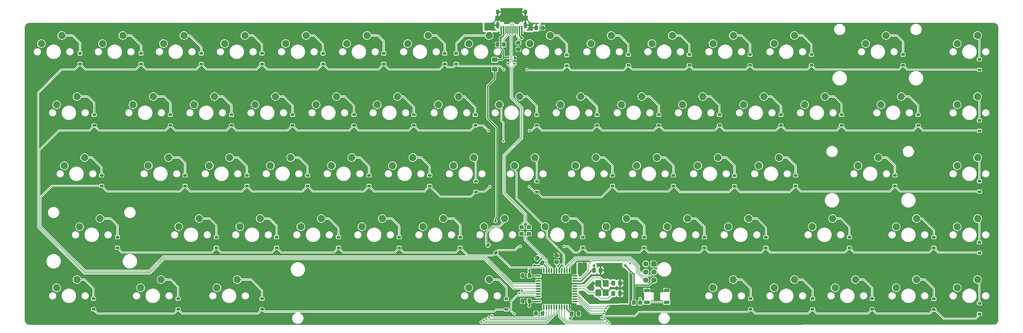
<source format=gbr>
G04 #@! TF.GenerationSoftware,KiCad,Pcbnew,9.0.3*
G04 #@! TF.CreationDate,2025-08-18T15:49:34-07:00*
G04 #@! TF.ProjectId,PCB-Keyboard-EDIPO-ALPS,5043422d-4b65-4796-926f-6172642d4544,rev?*
G04 #@! TF.SameCoordinates,Original*
G04 #@! TF.FileFunction,Copper,L2,Bot*
G04 #@! TF.FilePolarity,Positive*
%FSLAX46Y46*%
G04 Gerber Fmt 4.6, Leading zero omitted, Abs format (unit mm)*
G04 Created by KiCad (PCBNEW 9.0.3) date 2025-08-18 15:49:34*
%MOMM*%
%LPD*%
G01*
G04 APERTURE LIST*
G04 Aperture macros list*
%AMRoundRect*
0 Rectangle with rounded corners*
0 $1 Rounding radius*
0 $2 $3 $4 $5 $6 $7 $8 $9 X,Y pos of 4 corners*
0 Add a 4 corners polygon primitive as box body*
4,1,4,$2,$3,$4,$5,$6,$7,$8,$9,$2,$3,0*
0 Add four circle primitives for the rounded corners*
1,1,$1+$1,$2,$3*
1,1,$1+$1,$4,$5*
1,1,$1+$1,$6,$7*
1,1,$1+$1,$8,$9*
0 Add four rect primitives between the rounded corners*
20,1,$1+$1,$2,$3,$4,$5,0*
20,1,$1+$1,$4,$5,$6,$7,0*
20,1,$1+$1,$6,$7,$8,$9,0*
20,1,$1+$1,$8,$9,$2,$3,0*%
G04 Aperture macros list end*
G04 #@! TA.AperFunction,ComponentPad*
%ADD10C,2.250000*%
G04 #@! TD*
G04 #@! TA.AperFunction,SMDPad,CuDef*
%ADD11RoundRect,0.225000X0.375000X-0.225000X0.375000X0.225000X-0.375000X0.225000X-0.375000X-0.225000X0*%
G04 #@! TD*
G04 #@! TA.AperFunction,SMDPad,CuDef*
%ADD12RoundRect,0.250000X0.350000X0.450000X-0.350000X0.450000X-0.350000X-0.450000X0.350000X-0.450000X0*%
G04 #@! TD*
G04 #@! TA.AperFunction,SMDPad,CuDef*
%ADD13RoundRect,0.250000X-0.450000X0.350000X-0.450000X-0.350000X0.450000X-0.350000X0.450000X0.350000X0*%
G04 #@! TD*
G04 #@! TA.AperFunction,SMDPad,CuDef*
%ADD14RoundRect,0.137500X-0.600000X0.137500X-0.600000X-0.137500X0.600000X-0.137500X0.600000X0.137500X0*%
G04 #@! TD*
G04 #@! TA.AperFunction,SMDPad,CuDef*
%ADD15RoundRect,0.137500X-0.137500X0.600000X-0.137500X-0.600000X0.137500X-0.600000X0.137500X0.600000X0*%
G04 #@! TD*
G04 #@! TA.AperFunction,SMDPad,CuDef*
%ADD16RoundRect,0.250000X-0.337500X-0.475000X0.337500X-0.475000X0.337500X0.475000X-0.337500X0.475000X0*%
G04 #@! TD*
G04 #@! TA.AperFunction,SMDPad,CuDef*
%ADD17R,0.700000X0.600000*%
G04 #@! TD*
G04 #@! TA.AperFunction,SMDPad,CuDef*
%ADD18R,0.700000X1.000000*%
G04 #@! TD*
G04 #@! TA.AperFunction,SMDPad,CuDef*
%ADD19RoundRect,0.250001X0.624999X-0.462499X0.624999X0.462499X-0.624999X0.462499X-0.624999X-0.462499X0*%
G04 #@! TD*
G04 #@! TA.AperFunction,SMDPad,CuDef*
%ADD20RoundRect,0.250000X-0.325000X-0.450000X0.325000X-0.450000X0.325000X0.450000X-0.325000X0.450000X0*%
G04 #@! TD*
G04 #@! TA.AperFunction,SMDPad,CuDef*
%ADD21RoundRect,0.250000X0.337500X0.475000X-0.337500X0.475000X-0.337500X-0.475000X0.337500X-0.475000X0*%
G04 #@! TD*
G04 #@! TA.AperFunction,SMDPad,CuDef*
%ADD22RoundRect,0.250000X0.574524X0.097227X0.097227X0.574524X-0.574524X-0.097227X-0.097227X-0.574524X0*%
G04 #@! TD*
G04 #@! TA.AperFunction,SMDPad,CuDef*
%ADD23RoundRect,0.250000X0.475000X-0.337500X0.475000X0.337500X-0.475000X0.337500X-0.475000X-0.337500X0*%
G04 #@! TD*
G04 #@! TA.AperFunction,ComponentPad*
%ADD24O,1.000000X2.100000*%
G04 #@! TD*
G04 #@! TA.AperFunction,ComponentPad*
%ADD25O,1.000000X1.600000*%
G04 #@! TD*
G04 #@! TA.AperFunction,SMDPad,CuDef*
%ADD26R,0.600000X2.450000*%
G04 #@! TD*
G04 #@! TA.AperFunction,SMDPad,CuDef*
%ADD27R,0.300000X2.450000*%
G04 #@! TD*
G04 #@! TA.AperFunction,ComponentPad*
%ADD28R,1.700000X1.700000*%
G04 #@! TD*
G04 #@! TA.AperFunction,ComponentPad*
%ADD29C,1.700000*%
G04 #@! TD*
G04 #@! TA.AperFunction,SMDPad,CuDef*
%ADD30R,1.800000X1.100000*%
G04 #@! TD*
G04 #@! TA.AperFunction,SMDPad,CuDef*
%ADD31RoundRect,0.250000X0.650000X-0.800000X0.650000X0.800000X-0.650000X0.800000X-0.650000X-0.800000X0*%
G04 #@! TD*
G04 #@! TA.AperFunction,SMDPad,CuDef*
%ADD32RoundRect,0.225000X0.424264X0.106066X0.106066X0.424264X-0.424264X-0.106066X-0.106066X-0.424264X0*%
G04 #@! TD*
G04 #@! TA.AperFunction,ViaPad*
%ADD33C,0.600000*%
G04 #@! TD*
G04 #@! TA.AperFunction,ViaPad*
%ADD34C,0.800000*%
G04 #@! TD*
G04 #@! TA.AperFunction,Conductor*
%ADD35C,0.381000*%
G04 #@! TD*
G04 #@! TA.AperFunction,Conductor*
%ADD36C,0.200000*%
G04 #@! TD*
G04 APERTURE END LIST*
D10*
X82173486Y-126889014D03*
X75823486Y-129429014D03*
X356017236Y-126889014D03*
X349667236Y-129429014D03*
X170279736Y-126889014D03*
X163929736Y-129429014D03*
X98842236Y-88789014D03*
X92492236Y-91329014D03*
X160754736Y-107839014D03*
X154404736Y-110379014D03*
X132179736Y-126889014D03*
X125829736Y-129429014D03*
X246479736Y-126889014D03*
X240129736Y-129429014D03*
X151229736Y-126889014D03*
X144879736Y-129429014D03*
X336967236Y-126889014D03*
X330617236Y-129429014D03*
X317917236Y-145939014D03*
X311567236Y-148479014D03*
X232192236Y-88789014D03*
X225842236Y-91329014D03*
X222667236Y-69739014D03*
X216317236Y-72279014D03*
X308392236Y-88789014D03*
X302042236Y-91329014D03*
X279817236Y-69739014D03*
X273467236Y-72279014D03*
X165517236Y-69739014D03*
X159167236Y-72279014D03*
X336967236Y-145939014D03*
X330617236Y-148479014D03*
X101223486Y-145939014D03*
X94873486Y-148479014D03*
X356017236Y-88789014D03*
X349667236Y-91329014D03*
X241717236Y-69739014D03*
X235367236Y-72279014D03*
X77410986Y-107839014D03*
X71060986Y-110379014D03*
X217904736Y-107839014D03*
X211554736Y-110379014D03*
X356017236Y-145939014D03*
X349667236Y-148479014D03*
X75029736Y-145939014D03*
X68679736Y-148479014D03*
X203617236Y-69739014D03*
X197267236Y-72279014D03*
X260767236Y-69739014D03*
X254417236Y-72279014D03*
X356017236Y-69739014D03*
X349667236Y-72279014D03*
X127417236Y-69739014D03*
X121067236Y-72279014D03*
X227429736Y-126889014D03*
X221079736Y-129429014D03*
X325060986Y-107839014D03*
X318710986Y-110379014D03*
X275054736Y-107839014D03*
X268704736Y-110379014D03*
X289342236Y-88789014D03*
X282992236Y-91329014D03*
X298867236Y-145939014D03*
X292517236Y-148479014D03*
X332204736Y-88789014D03*
X325854736Y-91329014D03*
X125028600Y-145939014D03*
X118678600Y-148479014D03*
X155992236Y-88789014D03*
X149642236Y-91329014D03*
X194092236Y-88789014D03*
X187742236Y-91329014D03*
X103604736Y-107839014D03*
X97254736Y-110379014D03*
X270292236Y-88789014D03*
X263942236Y-91329014D03*
X136942236Y-88789014D03*
X130592236Y-91329014D03*
X146467236Y-69739014D03*
X140117236Y-72279014D03*
X213142236Y-88789014D03*
X206792236Y-91329014D03*
X189329736Y-126889014D03*
X182979736Y-129429014D03*
X298867236Y-69739014D03*
X292517236Y-72279014D03*
X117892236Y-88789014D03*
X111542236Y-91329014D03*
X89317236Y-69739014D03*
X82967236Y-72279014D03*
X70267236Y-69739014D03*
X63917236Y-72279014D03*
X141704736Y-107839014D03*
X135354736Y-110379014D03*
X265529736Y-126889014D03*
X259179736Y-129429014D03*
X256004736Y-107839014D03*
X249654736Y-110379014D03*
X310773486Y-126889014D03*
X304423486Y-129429014D03*
X198854736Y-107839014D03*
X192504736Y-110379014D03*
X279800100Y-145939014D03*
X273450100Y-148479014D03*
X251242236Y-88789014D03*
X244892236Y-91329014D03*
X203617236Y-145939014D03*
X197267236Y-148479014D03*
X294104736Y-107839014D03*
X287754736Y-110379014D03*
X75029736Y-88789014D03*
X68679736Y-91329014D03*
X236954736Y-107839014D03*
X230604736Y-110379014D03*
X108367236Y-69739014D03*
X102017236Y-72279014D03*
X122654736Y-107839014D03*
X116304736Y-110379014D03*
X184567236Y-69739014D03*
X178217236Y-72279014D03*
X179804736Y-107839014D03*
X173454736Y-110379014D03*
X175042236Y-88789014D03*
X168692236Y-91329014D03*
X113129736Y-126889014D03*
X106779736Y-129429014D03*
X208379736Y-126889014D03*
X202029736Y-129429014D03*
X356017236Y-107839014D03*
X349667236Y-110379014D03*
X284579736Y-126889014D03*
X278229736Y-129429014D03*
X327442236Y-69739014D03*
X321092236Y-72279014D03*
D11*
X151794100Y-75315550D03*
X151794100Y-78615550D03*
D12*
X248757500Y-153141250D03*
X250757500Y-153141250D03*
D11*
X142269100Y-94492550D03*
X142269100Y-97792550D03*
X108741100Y-113413550D03*
X108741100Y-116713550D03*
X316054500Y-132717550D03*
X316054500Y-136017550D03*
X342343500Y-132717550D03*
X342343500Y-136017550D03*
D13*
X213764100Y-131605350D03*
X213764100Y-129605350D03*
D11*
X356630100Y-77158550D03*
X356630100Y-80458550D03*
X256569100Y-94492550D03*
X256569100Y-97792550D03*
X180115100Y-94492550D03*
X180115100Y-97792550D03*
X323117100Y-151894550D03*
X323117100Y-155194550D03*
D14*
X219013036Y-144796214D03*
X219013036Y-145596214D03*
X219013036Y-146396214D03*
X219013036Y-147196214D03*
X219013036Y-147996214D03*
X219013036Y-148796214D03*
X219013036Y-149596214D03*
X219013036Y-150396214D03*
X219013036Y-151196214D03*
X219013036Y-151996214D03*
X219013036Y-152796214D03*
D15*
X220675536Y-154458714D03*
X221475536Y-154458714D03*
X222275536Y-154458714D03*
X223075536Y-154458714D03*
X223875536Y-154458714D03*
X224675536Y-154458714D03*
X225475536Y-154458714D03*
X226275536Y-154458714D03*
X227075536Y-154458714D03*
X227875536Y-154458714D03*
X228675536Y-154458714D03*
D14*
X230338036Y-152796214D03*
X230338036Y-151996214D03*
X230338036Y-151196214D03*
X230338036Y-150396214D03*
X230338036Y-149596214D03*
X230338036Y-148796214D03*
X230338036Y-147996214D03*
X230338036Y-147196214D03*
X230338036Y-146396214D03*
X230338036Y-145596214D03*
X230338036Y-144796214D03*
D15*
X228675536Y-143133714D03*
X227875536Y-143133714D03*
X227075536Y-143133714D03*
X226275536Y-143133714D03*
X225475536Y-143133714D03*
X224675536Y-143133714D03*
X223875536Y-143133714D03*
X223075536Y-143133714D03*
X222275536Y-143133714D03*
X221475536Y-143133714D03*
X220675536Y-143133714D03*
D16*
X244425000Y-150237500D03*
X242350000Y-150237500D03*
D11*
X82706100Y-113413550D03*
X82706100Y-116713550D03*
X280191100Y-113510336D03*
X280191100Y-116810336D03*
X285197100Y-151894550D03*
X285197100Y-155194550D03*
X75975100Y-75315550D03*
X75975100Y-78615550D03*
X356630100Y-134304950D03*
X356630100Y-137604950D03*
X285017100Y-75696550D03*
X285017100Y-78996550D03*
X337468100Y-94492550D03*
X337468100Y-97792550D03*
D17*
X209618236Y-76551214D03*
X209618236Y-78451214D03*
X211618236Y-78451214D03*
D18*
X211618236Y-76751214D03*
D11*
X175543100Y-132717550D03*
X175543100Y-136017550D03*
X161446100Y-94492550D03*
X161446100Y-97792550D03*
X304194100Y-75696550D03*
X304194100Y-78996550D03*
D19*
X205369836Y-77305014D03*
X205369836Y-80280014D03*
D11*
X218526300Y-115256150D03*
X218526300Y-118556150D03*
X185068100Y-113413550D03*
X185068100Y-116713550D03*
X218469100Y-94492550D03*
X218469100Y-97792550D03*
D16*
X238381250Y-143093750D03*
X236306250Y-143093750D03*
D20*
X220337500Y-67331250D03*
X218287500Y-67331250D03*
D16*
X244425000Y-147062500D03*
X242350000Y-147062500D03*
D11*
X289959300Y-132717550D03*
X289959300Y-136017550D03*
X299241100Y-113413550D03*
X299241100Y-116713550D03*
D21*
X214081250Y-152618750D03*
X216156250Y-152618750D03*
D11*
X261141100Y-113413550D03*
X261141100Y-116713550D03*
X199477500Y-115256150D03*
X199477500Y-118556150D03*
X80420100Y-94492550D03*
X80420100Y-97792550D03*
D13*
X212737500Y-74031250D03*
X212737500Y-72031250D03*
D11*
X330229100Y-113413550D03*
X330229100Y-116713550D03*
X80166100Y-151894550D03*
X80166100Y-155194550D03*
X356630100Y-153353750D03*
X356630100Y-156653750D03*
X189767100Y-75315550D03*
X189767100Y-78615550D03*
X156620100Y-132717550D03*
X156620100Y-136017550D03*
X123219100Y-94492550D03*
X123219100Y-97792550D03*
X106582100Y-151894550D03*
X106582100Y-155194550D03*
D22*
X218657754Y-139245254D03*
X220125000Y-140712500D03*
D11*
X146993500Y-113413550D03*
X146993500Y-116713550D03*
D12*
X218237500Y-156531250D03*
X220237500Y-156531250D03*
D11*
X251997100Y-132717550D03*
X251997100Y-136017550D03*
D23*
X224662500Y-138381250D03*
X224662500Y-140456250D03*
D12*
X206214636Y-72531250D03*
X208214636Y-72531250D03*
D11*
X104169100Y-94492550D03*
X104169100Y-97792550D03*
X294669100Y-94492550D03*
X294669100Y-97792550D03*
X87659100Y-132717550D03*
X87659100Y-136017550D03*
X132744100Y-75315550D03*
X132744100Y-78615550D03*
X118520100Y-132717550D03*
X118520100Y-136017550D03*
X132744100Y-151894550D03*
X132744100Y-155194550D03*
X332769100Y-75696550D03*
X332769100Y-78996550D03*
X242091100Y-113413550D03*
X242091100Y-116713550D03*
X166145100Y-113413550D03*
X166145100Y-116713550D03*
X237265100Y-94492550D03*
X237265100Y-97792550D03*
D24*
X214920236Y-66523814D03*
D25*
X214920236Y-62343814D03*
D24*
X206280236Y-66523814D03*
D25*
X206280236Y-62343814D03*
D26*
X213825236Y-67938814D03*
X213050236Y-67938814D03*
D27*
X212350236Y-67938814D03*
X211850236Y-67938814D03*
X211350236Y-67938814D03*
X210850236Y-67938814D03*
X210350236Y-67938814D03*
X209850236Y-67938814D03*
X209350236Y-67938814D03*
X208850236Y-67938814D03*
D26*
X208150236Y-67938814D03*
X207375236Y-67938814D03*
D13*
X215987500Y-131605350D03*
X215987500Y-129605350D03*
D11*
X247044100Y-75696550D03*
X247044100Y-78996550D03*
X266094100Y-75696550D03*
X266094100Y-78996550D03*
X128045100Y-113413550D03*
X128045100Y-116713550D03*
D21*
X214081250Y-144681250D03*
X216156250Y-144681250D03*
D11*
X137316100Y-132717550D03*
X137316100Y-136017550D03*
X199292100Y-94492550D03*
X199292100Y-97792550D03*
X170717100Y-75315550D03*
X170717100Y-78615550D03*
X194593100Y-132717550D03*
X194593100Y-136017550D03*
D16*
X231481250Y-156587500D03*
X229406250Y-156587500D03*
D11*
X356630100Y-115193550D03*
X356630100Y-118493550D03*
D28*
X255036500Y-141051250D03*
D29*
X252496500Y-141051250D03*
X255036500Y-143591250D03*
X252496500Y-143591250D03*
X255036500Y-146131250D03*
X252496500Y-146131250D03*
D11*
X313592100Y-94492550D03*
X313592100Y-97792550D03*
X270793100Y-132717550D03*
X270793100Y-136017550D03*
X193337500Y-75331250D03*
X193337500Y-78631250D03*
X232820100Y-132717550D03*
X232820100Y-136017550D03*
D30*
X259057500Y-149341250D03*
X252857500Y-149341250D03*
X259057500Y-153041250D03*
X252857500Y-153041250D03*
D11*
X342343500Y-151984214D03*
X342343500Y-155284214D03*
X275492100Y-94492550D03*
X275492100Y-97792550D03*
X227867100Y-75823550D03*
X227867100Y-79123550D03*
D31*
X239964636Y-150028414D03*
X239964636Y-147128414D03*
X237664636Y-147128414D03*
X237664636Y-150028414D03*
D11*
X304503164Y-151894550D03*
X304503164Y-155194550D03*
X209001900Y-151984214D03*
X209001900Y-155284214D03*
X356630100Y-96207350D03*
X356630100Y-99507350D03*
X113821100Y-75315550D03*
X113821100Y-78615550D03*
X95025100Y-75315550D03*
X95025100Y-78615550D03*
D32*
X203350774Y-135204524D03*
X205684226Y-137537976D03*
D33*
X211937500Y-128231250D03*
X204562500Y-98431250D03*
X332497500Y-159171250D03*
X224697500Y-159671250D03*
X111737500Y-128931250D03*
X167937500Y-136131250D03*
X129537500Y-111745564D03*
X255537500Y-129745564D03*
X219537500Y-93745564D03*
X213887500Y-118331250D03*
X210237500Y-107731250D03*
X216752236Y-83044014D03*
X327537500Y-75745564D03*
X310595500Y-129605350D03*
X70537500Y-129731250D03*
X209437500Y-74381250D03*
X272497900Y-77221150D03*
X198837500Y-68631250D03*
X309537500Y-111745564D03*
X166935800Y-106588050D03*
X217837500Y-133031250D03*
X210312500Y-118306250D03*
X213887500Y-115431250D03*
X345537500Y-111745564D03*
X215362500Y-69275000D03*
X207312500Y-118306250D03*
X190137500Y-145531250D03*
D34*
X212187500Y-82768750D03*
D33*
X208087500Y-78481250D03*
X205837500Y-69275000D03*
X111537500Y-111745564D03*
X291537500Y-78014850D03*
X294367500Y-159141250D03*
X201537500Y-147031250D03*
X327537500Y-129745564D03*
X207537500Y-105481250D03*
X184264736Y-105919014D03*
X275737500Y-110931250D03*
X145137500Y-89256250D03*
X210712500Y-101031250D03*
X183537500Y-93745564D03*
X217837500Y-128331250D03*
X165507500Y-159531250D03*
D34*
X222737500Y-67331250D03*
D33*
X92075000Y-146843750D03*
X129337500Y-127131250D03*
X214237500Y-79431250D03*
X204912500Y-115406250D03*
X214237500Y-81381250D03*
X152737500Y-147131250D03*
X215037500Y-101031250D03*
X253887500Y-158231250D03*
X355537500Y-140731250D03*
X237537500Y-111745564D03*
X93537500Y-111745564D03*
D34*
X245987500Y-147071250D03*
D33*
X75537500Y-93745564D03*
X210712500Y-98131250D03*
X207287500Y-101031250D03*
X273537500Y-129745564D03*
X326937500Y-97931250D03*
X215037500Y-98131250D03*
X212677500Y-155811250D03*
X294137500Y-110531250D03*
X345537500Y-129745564D03*
D34*
X243837500Y-138237500D03*
X245937500Y-150231250D03*
D33*
X233187500Y-140581250D03*
X309537500Y-75745564D03*
X111537500Y-147745564D03*
X211362500Y-71381250D03*
X211587500Y-106381250D03*
X345537500Y-147745564D03*
X256137500Y-110731250D03*
X243877500Y-154671250D03*
X254137500Y-90931250D03*
X345537500Y-75745564D03*
X128137500Y-96331250D03*
X211887500Y-81131250D03*
D34*
X206794236Y-127731250D03*
X221712500Y-137537500D03*
D33*
X210312500Y-115406250D03*
X212487500Y-79531250D03*
X134137500Y-147731250D03*
X212437500Y-133231250D03*
X107317500Y-159311250D03*
X235127500Y-157661250D03*
X181237500Y-147745564D03*
X219331250Y-69275000D03*
X207287500Y-98131250D03*
D34*
X208362500Y-82806250D03*
D33*
X204912500Y-118306250D03*
X355937500Y-102531250D03*
X197890100Y-128811650D03*
X185337500Y-78731250D03*
X211362500Y-74431250D03*
X309537500Y-147745564D03*
X209012500Y-81656250D03*
X237537500Y-129745564D03*
X238137500Y-90931250D03*
D34*
X216762500Y-85181250D03*
D33*
X207312500Y-115406250D03*
X289165600Y-147066750D03*
X148680700Y-111745564D03*
X209437500Y-71331250D03*
X224667500Y-157411250D03*
D34*
X235357500Y-148201250D03*
D33*
X209237500Y-103881250D03*
X204537500Y-100506250D03*
X345537500Y-93745564D03*
X109937500Y-96731250D03*
X327537500Y-147745564D03*
D34*
X216156250Y-137537500D03*
D33*
X165537500Y-93745564D03*
X93537500Y-129745564D03*
D34*
X226237500Y-141531250D03*
X217743750Y-141506250D03*
X216156250Y-154206250D03*
X246037500Y-141531250D03*
X236306250Y-141531250D03*
X216156250Y-143093750D03*
X205607500Y-127711250D03*
X228856250Y-158175000D03*
D33*
X215437500Y-80381250D03*
X208218750Y-80387500D03*
X216145200Y-99444750D03*
X203387500Y-99431250D03*
X216156250Y-116900000D03*
X203837500Y-116900000D03*
X213297500Y-135601250D03*
X227037500Y-135601250D03*
X211437500Y-156591150D03*
X238837500Y-157831250D03*
D34*
X213737500Y-70531250D03*
X207237500Y-70531250D03*
D33*
X247637500Y-140913977D03*
X250737500Y-151831250D03*
X201075439Y-159190125D03*
X201837500Y-158631250D03*
X202662500Y-158175000D03*
X203537500Y-157731250D03*
X204437500Y-157187500D03*
X212981250Y-150237500D03*
X213775000Y-149443750D03*
X208087500Y-102731250D03*
X240749649Y-154316671D03*
X240237500Y-154931250D03*
X239737500Y-155731250D03*
X239337500Y-156531250D03*
X239737500Y-158331250D03*
X240437500Y-158931250D03*
X241137500Y-159431250D03*
D34*
X203937500Y-66531250D03*
X210537500Y-64981250D03*
X209087500Y-62481250D03*
X212062500Y-62481250D03*
D33*
X216537500Y-67331250D03*
D35*
X237664636Y-147664270D02*
X239964636Y-149964270D01*
X231481250Y-156587500D02*
X231481250Y-156289964D01*
X216762500Y-85181250D02*
X216762500Y-83054278D01*
X236430336Y-147128414D02*
X235357500Y-148201250D01*
X213825236Y-69499634D02*
X213825236Y-67938814D01*
D36*
X208087500Y-78531250D02*
X208087500Y-78481250D01*
D35*
X207312500Y-118306250D02*
X207312500Y-115406250D01*
X244425000Y-147062500D02*
X245978750Y-147062500D01*
X223875536Y-143133714D02*
X223862500Y-143146750D01*
X208362500Y-82806250D02*
X206762500Y-82806250D01*
X229650000Y-154458714D02*
X228675536Y-154458714D01*
X239964636Y-149964270D02*
X239964636Y-150028414D01*
X211887500Y-80131250D02*
X212487500Y-79531250D01*
X244425000Y-150237500D02*
X245931250Y-150237500D01*
X218657754Y-139245254D02*
X217743750Y-138331250D01*
X223875536Y-147871213D02*
X219750535Y-151996214D01*
X214547176Y-70221574D02*
X213825236Y-69499634D01*
X238381250Y-144681250D02*
X238381250Y-143093750D01*
X237664636Y-147128414D02*
X237664636Y-147664270D01*
X235206250Y-144681250D02*
X238381250Y-144681250D01*
X219013036Y-151996214D02*
X217260358Y-151996214D01*
X259450250Y-140044000D02*
X259737500Y-140331250D01*
X203719500Y-85849250D02*
X203719500Y-95390178D01*
X223875536Y-145475000D02*
X223875536Y-147871213D01*
X224318750Y-137537500D02*
X221712500Y-137537500D01*
X256043750Y-139131250D02*
X256043750Y-140044000D01*
X232691286Y-147196214D02*
X235206250Y-144681250D01*
X230338036Y-147196214D02*
X232691286Y-147196214D01*
X204537500Y-100506250D02*
X204537500Y-98456250D01*
X208087500Y-78606250D02*
X208087500Y-78481250D01*
X206585736Y-98256414D02*
X206585736Y-127522750D01*
X244425000Y-149137500D02*
X243937500Y-148650000D01*
X215197750Y-145797750D02*
X214081250Y-144681250D01*
X252857500Y-149341250D02*
X259057500Y-149341250D01*
X244431250Y-150231250D02*
X244425000Y-150237500D01*
X231481250Y-156289964D02*
X229650000Y-154458714D01*
X218237500Y-155407322D02*
X218237500Y-156531250D01*
X204912500Y-118306250D02*
X204912500Y-115406250D01*
X209450000Y-81218750D02*
X209450000Y-79968750D01*
X203719500Y-95390178D02*
X206585736Y-98256414D01*
X207637500Y-105481250D02*
X209237500Y-103881250D01*
X259057500Y-149341250D02*
X260662636Y-147736114D01*
X214237500Y-81381250D02*
X214237500Y-79431250D01*
X225681250Y-145475000D02*
X223875536Y-145475000D01*
X214017536Y-76751214D02*
X211618236Y-76751214D01*
X228675536Y-152671213D02*
X228675536Y-154458714D01*
X217260358Y-151996214D02*
X216766394Y-151502250D01*
X243837500Y-138237500D02*
X255150000Y-138237500D01*
X217663428Y-145797750D02*
X215197750Y-145797750D01*
X223875536Y-147871213D02*
X228675536Y-152671213D01*
X214017536Y-78557464D02*
X214017536Y-76751214D01*
X212737500Y-74781250D02*
X212737500Y-74031250D01*
X240177836Y-150028414D02*
X241556250Y-148650000D01*
X215197750Y-151502250D02*
X214081250Y-152618750D01*
X219013036Y-145596214D02*
X220003786Y-145596214D01*
X260662636Y-147736114D02*
X260662636Y-141256386D01*
X224662500Y-137881250D02*
X224318750Y-137537500D01*
X245931250Y-150237500D02*
X245937500Y-150231250D01*
X244425000Y-150237500D02*
X244425000Y-149137500D01*
X255150000Y-138237500D02*
X256043750Y-139131250D01*
X237664636Y-147128414D02*
X236430336Y-147128414D01*
X223546000Y-141066394D02*
X223546000Y-139497750D01*
X209450000Y-81218750D02*
X209012500Y-81656250D01*
X260662636Y-141256386D02*
X259737500Y-140331250D01*
X223875536Y-143133714D02*
X223875536Y-141395930D01*
X256043750Y-140044000D02*
X259450250Y-140044000D01*
X206762500Y-82806250D02*
X203719500Y-85849250D01*
X224662500Y-138381250D02*
X224662500Y-137881250D01*
X214081250Y-152618750D02*
X214081250Y-152312500D01*
X212187500Y-82081250D02*
X213137500Y-81131250D01*
X214017536Y-76061286D02*
X212737500Y-74781250D01*
X259737500Y-140331250D02*
X259537500Y-140131250D01*
X239964636Y-150028414D02*
X240177836Y-150028414D01*
X223875536Y-143133714D02*
X223875536Y-145475000D01*
X204537500Y-98456250D02*
X204562500Y-98431250D01*
X207375236Y-69274163D02*
X207375236Y-67938814D01*
X244425000Y-147062500D02*
X244425000Y-148162500D01*
X223875536Y-141395930D02*
X223546000Y-141066394D01*
X215037500Y-101031250D02*
X215037500Y-98131250D01*
X256043750Y-140044000D02*
X255036500Y-141051250D01*
X244425000Y-147062500D02*
X244425000Y-145962500D01*
X216766394Y-151502250D02*
X215197750Y-151502250D01*
X220003786Y-145596214D02*
X220125000Y-145475000D01*
X218972786Y-152036464D02*
X219013036Y-151996214D01*
X245978750Y-147062500D02*
X245987500Y-147071250D01*
X238381250Y-144681250D02*
X239175000Y-145475000D01*
X213137500Y-81131250D02*
X213137500Y-79437500D01*
X213825236Y-67938814D02*
X213825236Y-67618814D01*
X213137500Y-79437500D02*
X214017536Y-78557464D01*
X206214636Y-70434763D02*
X207375236Y-69274163D01*
X230338036Y-147196214D02*
X227402464Y-147196214D01*
X209450000Y-79968750D02*
X208087500Y-78606250D01*
X220237500Y-152483179D02*
X220237500Y-153407322D01*
X217743750Y-138331250D02*
X216950000Y-138331250D01*
X220237500Y-153407322D02*
X218237500Y-155407322D01*
X219013036Y-145596214D02*
X217864964Y-145596214D01*
X227402464Y-147196214D02*
X225681250Y-145475000D01*
X207537500Y-105481250D02*
X207637500Y-105481250D01*
X219750535Y-151996214D02*
X219013036Y-151996214D01*
X213887500Y-118331250D02*
X213887500Y-115431250D01*
X207287500Y-101031250D02*
X207287500Y-98131250D01*
X210712500Y-101031250D02*
X210712500Y-98131250D01*
X223546000Y-139497750D02*
X224662500Y-138381250D01*
X219750535Y-151996214D02*
X220237500Y-152483179D01*
X244425000Y-145962500D02*
X243937500Y-145475000D01*
X206214636Y-70434763D02*
X206214636Y-72531250D01*
X214547176Y-70221574D02*
X214547176Y-72221574D01*
X244425000Y-148162500D02*
X243937500Y-148650000D01*
X214017536Y-76061286D02*
X214017536Y-76751214D01*
X239175000Y-145475000D02*
X243937500Y-145475000D01*
X220337500Y-67331250D02*
X222737500Y-67331250D01*
X221818750Y-137431250D02*
X221712500Y-137537500D01*
X241556250Y-148650000D02*
X243937500Y-148650000D01*
X217864964Y-145596214D02*
X217663428Y-145797750D01*
X214547176Y-72221574D02*
X212737500Y-74031250D01*
X220125000Y-145475000D02*
X223875536Y-145475000D01*
X210237500Y-107731250D02*
X211587500Y-106381250D01*
X210312500Y-118306250D02*
X210312500Y-115406250D01*
X216950000Y-138331250D02*
X216156250Y-137537500D01*
X206585736Y-127522750D02*
X206794236Y-127731250D01*
X212187500Y-82768750D02*
X212187500Y-82081250D01*
X211887500Y-81131250D02*
X211887500Y-80131250D01*
D36*
X224675536Y-140469286D02*
X224662500Y-140456250D01*
X224675536Y-143133714D02*
X224675536Y-140469286D01*
X224675536Y-143133714D02*
X224863500Y-142945750D01*
X238311222Y-145475000D02*
X236000000Y-145475000D01*
X239964636Y-147128414D02*
X242284086Y-147128414D01*
X233478786Y-147996214D02*
X230338036Y-147996214D01*
X239964636Y-147128414D02*
X238311222Y-145475000D01*
X242284086Y-147128414D02*
X242350000Y-147062500D01*
X236000000Y-145475000D02*
X233478786Y-147996214D01*
X233502464Y-148796214D02*
X234737500Y-150031250D01*
X240762500Y-151825000D02*
X238381250Y-151825000D01*
X230338036Y-148796214D02*
X233502464Y-148796214D01*
X242350000Y-150237500D02*
X240762500Y-151825000D01*
X234737500Y-150031250D02*
X234740336Y-150028414D01*
X238381250Y-151825000D02*
X237664636Y-151108386D01*
X234740336Y-150028414D02*
X237664636Y-150028414D01*
X237664636Y-151108386D02*
X237664636Y-150028414D01*
D35*
X221475536Y-142063036D02*
X220125000Y-140712500D01*
X216271214Y-144796214D02*
X216156250Y-144681250D01*
X219331250Y-141506250D02*
X220125000Y-140712500D01*
X216156250Y-154206250D02*
X216156250Y-152618750D01*
X205369836Y-80280014D02*
X205837500Y-80747678D01*
X206003736Y-126535014D02*
X206003736Y-124037293D01*
X248737500Y-147631250D02*
X248737500Y-147801250D01*
X252807500Y-147631250D02*
X248737500Y-147631250D01*
X219013036Y-152796214D02*
X216333714Y-152796214D01*
X248737500Y-147801250D02*
X248757500Y-147821250D01*
X205369836Y-83231250D02*
X205369836Y-80280014D01*
X205607500Y-127711250D02*
X205607500Y-126931250D01*
X252807500Y-147631250D02*
X253536500Y-147631250D01*
X229266823Y-156587500D02*
X229406250Y-156587500D01*
X206003736Y-124037293D02*
X205997693Y-124031250D01*
X236306250Y-143093750D02*
X236306250Y-141531250D01*
X221475536Y-143133714D02*
X221475536Y-142063036D01*
X246037500Y-141531250D02*
X248637500Y-144131250D01*
X229406250Y-156587500D02*
X229406250Y-157625000D01*
X235581250Y-143093750D02*
X236306250Y-143093750D01*
X225475536Y-143133714D02*
X225475536Y-142293214D01*
X219013036Y-144796214D02*
X216271214Y-144796214D01*
X227875536Y-154458714D02*
X227875536Y-155196213D01*
X203137500Y-85463586D02*
X205369836Y-83231250D01*
X205997693Y-124031250D02*
X205997693Y-98491443D01*
X229406250Y-157625000D02*
X228856250Y-158175000D01*
X225475536Y-142293214D02*
X226237500Y-141531250D01*
X203137500Y-95631250D02*
X203137500Y-85463586D01*
X227875536Y-155196213D02*
X229266823Y-156587500D01*
X248737500Y-144131250D02*
X248737500Y-147631250D01*
X253536500Y-147631250D02*
X255036500Y-146131250D01*
X248757500Y-147821250D02*
X248757500Y-153141250D01*
X232278786Y-146396214D02*
X230338036Y-146396214D01*
X248637500Y-144131250D02*
X248737500Y-144131250D01*
X232278786Y-146396214D02*
X235581250Y-143093750D01*
X217743750Y-141506250D02*
X219331250Y-141506250D01*
X216156250Y-143093750D02*
X216156250Y-144681250D01*
X216333714Y-152796214D02*
X216156250Y-152618750D01*
X205607500Y-126931250D02*
X206003736Y-126535014D01*
X205997693Y-98491443D02*
X203137500Y-95631250D01*
D36*
X286416500Y-80395950D02*
X302794700Y-80395950D01*
X334103800Y-80331250D02*
X356502800Y-80331250D01*
X304194100Y-78996550D02*
X305593500Y-80395950D01*
X134524500Y-80395950D02*
X150013700Y-80395950D01*
X75975100Y-78615550D02*
X74194700Y-80395950D01*
X245517700Y-80522950D02*
X247044100Y-78996550D01*
X283617700Y-80395950D02*
X267493500Y-80395950D01*
X248443500Y-80395950D02*
X264694700Y-80395950D01*
X168936700Y-80395950D02*
X170717100Y-78615550D01*
X207062500Y-79231250D02*
X208218750Y-80387500D01*
X62867500Y-129521250D02*
X77379500Y-144033250D01*
X215579200Y-80522950D02*
X215437500Y-80381250D01*
X356502800Y-80331250D02*
X356630100Y-80458550D01*
X113821100Y-78615550D02*
X115601500Y-80395950D01*
X150013700Y-80395950D02*
X151794100Y-78615550D01*
X70104400Y-80395950D02*
X62867500Y-87632850D01*
X132744100Y-78615550D02*
X134524500Y-80395950D01*
X302794700Y-80395950D02*
X304194100Y-78996550D01*
X151794100Y-78615550D02*
X153574500Y-80395950D01*
X95025100Y-78615550D02*
X96805500Y-80395950D01*
X229266500Y-80522950D02*
X245517700Y-80522950D01*
X130963700Y-80395950D02*
X132744100Y-78615550D01*
X96805500Y-80395950D02*
X112040700Y-80395950D01*
X267493500Y-80395950D02*
X266094100Y-78996550D01*
X226467700Y-80522950D02*
X215579200Y-80522950D01*
X202072550Y-139566300D02*
X102236650Y-139566300D01*
X62867500Y-87632850D02*
X62867500Y-129521250D01*
X305593500Y-80395950D02*
X331369700Y-80395950D01*
X153574500Y-80395950D02*
X168936700Y-80395950D01*
X219013036Y-148796214D02*
X211402464Y-148796214D01*
X74194700Y-80395950D02*
X70104400Y-80395950D01*
X170717100Y-78615550D02*
X172497500Y-80395950D01*
X332769100Y-78996550D02*
X334103800Y-80331250D01*
X211402464Y-148796214D02*
X204137500Y-141531250D01*
X227867100Y-79123550D02*
X226467700Y-80522950D01*
X187986700Y-80395950D02*
X189767100Y-78615550D01*
X97769700Y-144033250D02*
X86297500Y-144033250D01*
X204037500Y-141531250D02*
X202072550Y-139566300D01*
X193298200Y-78631250D02*
X193337500Y-78631250D01*
X115601500Y-80395950D02*
X130963700Y-80395950D01*
X204137500Y-141531250D02*
X204037500Y-141431250D01*
X193337500Y-78731250D02*
X193337500Y-78631250D01*
X285017100Y-78996550D02*
X286416500Y-80395950D01*
X75975100Y-78615550D02*
X77755500Y-80395950D01*
X247044100Y-78996550D02*
X248443500Y-80395950D01*
X190750300Y-79598750D02*
X192330700Y-79598750D01*
X112040700Y-80395950D02*
X113821100Y-78615550D01*
X189767100Y-78615550D02*
X190750300Y-79598750D01*
X193937500Y-79231250D02*
X207062500Y-79231250D01*
X285017100Y-78996550D02*
X283617700Y-80395950D01*
X227867100Y-79123550D02*
X229266500Y-80522950D01*
X193337500Y-78631250D02*
X193937500Y-79231250D01*
X77379500Y-144033250D02*
X86297500Y-144033250D01*
X172497500Y-80395950D02*
X187986700Y-80395950D01*
X192330700Y-79598750D02*
X193298200Y-78631250D01*
X102236650Y-139566300D02*
X97769700Y-144033250D01*
X93244700Y-80395950D02*
X95025100Y-78615550D01*
X264694700Y-80395950D02*
X266094100Y-78996550D01*
X77755500Y-80395950D02*
X93244700Y-80395950D01*
X331369700Y-80395950D02*
X332769100Y-78996550D01*
X204137500Y-141531250D02*
X204037500Y-141531250D01*
X73734064Y-69739014D02*
X70267236Y-69739014D01*
X75975100Y-71980050D02*
X73734064Y-69739014D01*
X75975100Y-75315550D02*
X75975100Y-71980050D01*
X95025100Y-72774950D02*
X91989164Y-69739014D01*
X95025100Y-75315550D02*
X95025100Y-72774950D01*
X91989164Y-69739014D02*
X89317236Y-69739014D01*
X110244264Y-69739014D02*
X108367236Y-69739014D01*
X113821100Y-73315850D02*
X110244264Y-69739014D01*
X113821100Y-75315550D02*
X113821100Y-73315850D01*
X132744100Y-72396350D02*
X130086764Y-69739014D01*
X130086764Y-69739014D02*
X127417236Y-69739014D01*
X132744100Y-75315550D02*
X132744100Y-72396350D01*
X149135564Y-69739014D02*
X146467236Y-69739014D01*
X151794100Y-72397550D02*
X149135564Y-69739014D01*
X151794100Y-75315550D02*
X151794100Y-72397550D01*
X170717100Y-71478050D02*
X168978064Y-69739014D01*
X170717100Y-75315550D02*
X170717100Y-71478050D01*
X168978064Y-69739014D02*
X165517236Y-69739014D01*
X189767100Y-75315550D02*
X189767100Y-72272950D01*
X189767100Y-72272950D02*
X187233164Y-69739014D01*
X187233164Y-69739014D02*
X184567236Y-69739014D01*
X203617236Y-69739014D02*
X195829736Y-69739014D01*
X193337500Y-72231250D02*
X193337500Y-75331250D01*
X195829736Y-69739014D02*
X193337500Y-72231250D01*
X225330764Y-69739014D02*
X222667236Y-69739014D01*
X227867100Y-75823550D02*
X227867100Y-72275350D01*
X227867100Y-72275350D02*
X225330764Y-69739014D01*
X244379564Y-69739014D02*
X241717236Y-69739014D01*
X247044100Y-72403550D02*
X244379564Y-69739014D01*
X247044100Y-75696550D02*
X247044100Y-72403550D01*
X266094100Y-75696550D02*
X266094100Y-72404750D01*
X266094100Y-72404750D02*
X263428364Y-69739014D01*
X263428364Y-69739014D02*
X260767236Y-69739014D01*
X285017100Y-75696550D02*
X285017100Y-72278950D01*
X282477164Y-69739014D02*
X279817236Y-69739014D01*
X285017100Y-72278950D02*
X282477164Y-69739014D01*
X304194100Y-75696550D02*
X304194100Y-72407150D01*
X301525964Y-69739014D02*
X298867236Y-69739014D01*
X304194100Y-72407150D02*
X301525964Y-69739014D01*
X332769100Y-75696550D02*
X332769100Y-71615250D01*
X332769100Y-71615250D02*
X330892864Y-69739014D01*
X330892864Y-69739014D02*
X327442236Y-69739014D01*
X356630100Y-77158550D02*
X356630100Y-70351878D01*
X356630100Y-70351878D02*
X356017236Y-69739014D01*
X80420100Y-94492550D02*
X80420100Y-90711650D01*
X78497464Y-88789014D02*
X75029736Y-88789014D01*
X80420100Y-90711650D02*
X78497464Y-88789014D01*
X124871300Y-99444750D02*
X140616900Y-99444750D01*
X105821300Y-99444750D02*
X121566900Y-99444750D01*
X163098300Y-99444750D02*
X178462900Y-99444750D01*
X102516900Y-99444750D02*
X104169100Y-97792550D01*
X216737500Y-99437500D02*
X216152450Y-99437500D01*
X220114050Y-99437500D02*
X235737500Y-99437500D01*
X296337500Y-99437500D02*
X311537500Y-99437500D01*
X335737500Y-99437500D02*
X335823150Y-99437500D01*
X239337500Y-99437500D02*
X254337500Y-99437500D01*
X315237050Y-99437500D02*
X313592100Y-97792550D01*
X102070550Y-139165300D02*
X202338650Y-139165300D01*
X315337500Y-99437500D02*
X315237050Y-99437500D01*
X143921300Y-99444750D02*
X159793900Y-99444750D01*
X273337500Y-99437500D02*
X273847150Y-99437500D01*
X180115100Y-97792550D02*
X181767300Y-99444750D01*
X311537500Y-99437500D02*
X311947150Y-99437500D01*
X78767900Y-99444750D02*
X80420100Y-97792550D01*
X211169564Y-147996214D02*
X219013036Y-147996214D01*
X161446100Y-97792550D02*
X163098300Y-99444750D01*
X296337500Y-99437500D02*
X296314050Y-99437500D01*
X311947150Y-99437500D02*
X313592100Y-97792550D01*
X293024150Y-99437500D02*
X294669100Y-97792550D01*
X235737500Y-99437500D02*
X235737500Y-99320150D01*
X121566900Y-99444750D02*
X123219100Y-97792550D01*
X104169100Y-97792550D02*
X105821300Y-99444750D01*
X85907500Y-143632250D02*
X77545600Y-143632250D01*
X123219100Y-97792550D02*
X124871300Y-99444750D01*
X335823150Y-99437500D02*
X337468100Y-97792550D01*
X339337500Y-99437500D02*
X356671750Y-99437500D01*
X218469100Y-97792550D02*
X220114050Y-99437500D01*
X63268500Y-105486950D02*
X69310700Y-99444750D01*
X235737500Y-99320150D02*
X237265100Y-97792550D01*
X69310700Y-99444750D02*
X78767900Y-99444750D01*
X199292100Y-97792550D02*
X201748800Y-97792550D01*
X296314050Y-99437500D02*
X294669100Y-97792550D01*
X178462900Y-99444750D02*
X180115100Y-97792550D01*
X273847150Y-99437500D02*
X275492100Y-97792550D01*
X258737500Y-99437500D02*
X258214050Y-99437500D01*
X202338650Y-139165300D02*
X211169564Y-147996214D01*
X292537500Y-99437500D02*
X293024150Y-99437500D01*
X339113050Y-99437500D02*
X337468100Y-97792550D01*
X258214050Y-99437500D02*
X256569100Y-97792550D01*
X254337500Y-99437500D02*
X254924150Y-99437500D01*
X216824150Y-99437500D02*
X218469100Y-97792550D01*
X339337500Y-99437500D02*
X339113050Y-99437500D01*
X159793900Y-99444750D02*
X161446100Y-97792550D01*
X80420100Y-97792550D02*
X82072300Y-99444750D01*
X85907500Y-143632250D02*
X97603600Y-143632250D01*
X258737500Y-99437500D02*
X273337500Y-99437500D01*
X77545600Y-143632250D02*
X63268500Y-129355150D01*
X216737500Y-99437500D02*
X216824150Y-99437500D01*
X82072300Y-99444750D02*
X102516900Y-99444750D01*
X277337500Y-99437500D02*
X292537500Y-99437500D01*
X181767300Y-99444750D02*
X197639900Y-99444750D01*
X97603600Y-143632250D02*
X102070550Y-139165300D01*
X277337500Y-99437500D02*
X277137050Y-99437500D01*
X277137050Y-99437500D02*
X275492100Y-97792550D01*
X140616900Y-99444750D02*
X142269100Y-97792550D01*
X216152450Y-99437500D02*
X216145200Y-99444750D01*
X315337500Y-99437500D02*
X335737500Y-99437500D01*
X197639900Y-99444750D02*
X199292100Y-97792550D01*
X201748800Y-97792550D02*
X203387500Y-99431250D01*
X254924150Y-99437500D02*
X256569100Y-97792550D01*
X142269100Y-97792550D02*
X143921300Y-99444750D01*
X238910050Y-99437500D02*
X237265100Y-97792550D01*
X239337500Y-99437500D02*
X238910050Y-99437500D01*
X63268500Y-129355150D02*
X63268500Y-105486950D01*
X104169100Y-90649650D02*
X102308464Y-88789014D01*
X102308464Y-88789014D02*
X98842236Y-88789014D01*
X104169100Y-94492550D02*
X104169100Y-90649650D01*
X123219100Y-91444550D02*
X120563564Y-88789014D01*
X123219100Y-94492550D02*
X123219100Y-91444550D01*
X120563564Y-88789014D02*
X117892236Y-88789014D01*
X139612364Y-88789014D02*
X136942236Y-88789014D01*
X142269100Y-94492550D02*
X142269100Y-91445750D01*
X142269100Y-91445750D02*
X139612364Y-88789014D01*
X158661164Y-88789014D02*
X155992236Y-88789014D01*
X161446100Y-94492550D02*
X161446100Y-91573950D01*
X161446100Y-91573950D02*
X158661164Y-88789014D01*
X180115100Y-94492550D02*
X180115100Y-91987850D01*
X176916264Y-88789014D02*
X175042236Y-88789014D01*
X180115100Y-91987850D02*
X176916264Y-88789014D01*
X199292100Y-94492550D02*
X199292100Y-92116050D01*
X195965064Y-88789014D02*
X194092236Y-88789014D01*
X199292100Y-92116050D02*
X195965064Y-88789014D01*
X218469100Y-94492550D02*
X218469100Y-91662850D01*
X215595264Y-88789014D02*
X213142236Y-88789014D01*
X218469100Y-91662850D02*
X215595264Y-88789014D01*
X234195264Y-88789014D02*
X232192236Y-88789014D01*
X237265100Y-94492550D02*
X237265100Y-91858850D01*
X237265100Y-91858850D02*
X234195264Y-88789014D01*
X256569100Y-91562850D02*
X253795264Y-88789014D01*
X253795264Y-88789014D02*
X251242236Y-88789014D01*
X256569100Y-94492550D02*
X256569100Y-91562850D01*
X272795264Y-88789014D02*
X270292236Y-88789014D01*
X275492100Y-91485850D02*
X272795264Y-88789014D01*
X275492100Y-94492550D02*
X275492100Y-91485850D01*
X294669100Y-91662850D02*
X291795264Y-88789014D01*
X291795264Y-88789014D02*
X289342236Y-88789014D01*
X294669100Y-94492550D02*
X294669100Y-91662850D01*
X313592100Y-90985850D02*
X311395264Y-88789014D01*
X311395264Y-88789014D02*
X308392236Y-88789014D01*
X313592100Y-94492550D02*
X313592100Y-90985850D01*
X337468100Y-91461850D02*
X334795264Y-88789014D01*
X337468100Y-94492550D02*
X337468100Y-91461850D01*
X334795264Y-88789014D02*
X332204736Y-88789014D01*
X356630100Y-96207350D02*
X356630100Y-89401878D01*
X356630100Y-89401878D02*
X356017236Y-88789014D01*
X82706100Y-113413550D02*
X82706100Y-110859850D01*
X82706100Y-110859850D02*
X79685264Y-107839014D01*
X79685264Y-107839014D02*
X77410986Y-107839014D01*
X197952700Y-120080950D02*
X199477500Y-118556150D01*
X243871100Y-118493550D02*
X259361100Y-118493550D01*
X148773500Y-118493550D02*
X164365100Y-118493550D01*
X106961100Y-118493550D02*
X108741100Y-116713550D01*
X126265100Y-118493550D02*
X128045100Y-116713550D01*
X242091100Y-116713550D02*
X243871100Y-118493550D01*
X199477500Y-118556150D02*
X202181350Y-118556150D01*
X63669500Y-120229250D02*
X67185200Y-116713550D01*
X77711700Y-143231250D02*
X63669500Y-129189050D01*
X166145100Y-116713550D02*
X167925100Y-118493550D01*
X63669500Y-129189050D02*
X63669500Y-120229250D01*
X210936664Y-147196214D02*
X202471700Y-138731250D01*
X183288100Y-118493550D02*
X185068100Y-116713550D01*
X128045100Y-116713550D02*
X129825100Y-118493550D01*
X219013036Y-147196214D02*
X210936664Y-147196214D01*
X263196586Y-118590336D02*
X261319800Y-116713550D01*
X188435500Y-120080950D02*
X197952700Y-120080950D01*
X67185200Y-116713550D02*
X82706100Y-116713550D01*
X84486100Y-118493550D02*
X106961100Y-118493550D01*
X280191100Y-116810336D02*
X278411100Y-118590336D01*
X146993500Y-116713550D02*
X148773500Y-118493550D01*
X101937500Y-138731250D02*
X97437500Y-143231250D01*
X301021100Y-118493550D02*
X328449100Y-118493550D01*
X280191100Y-116810336D02*
X281971100Y-118590336D01*
X145213500Y-118493550D02*
X146993500Y-116713550D01*
X238531100Y-120273550D02*
X242091100Y-116713550D01*
X328449100Y-118493550D02*
X330229100Y-116713550D01*
X218526300Y-118556150D02*
X217812400Y-118556150D01*
X356630100Y-118493550D02*
X332009100Y-118493550D01*
X129825100Y-118493550D02*
X145213500Y-118493550D01*
X164365100Y-118493550D02*
X166145100Y-116713550D01*
X167925100Y-118493550D02*
X183288100Y-118493550D01*
X299241100Y-116713550D02*
X301021100Y-118493550D01*
X218526300Y-118556150D02*
X220243700Y-120273550D01*
X281971100Y-118590336D02*
X297364314Y-118590336D01*
X220243700Y-120273550D02*
X238531100Y-120273550D01*
X217812400Y-118556150D02*
X216156250Y-116900000D01*
X332009100Y-118493550D02*
X330229100Y-116713550D01*
X110521100Y-118493550D02*
X126265100Y-118493550D01*
X259361100Y-118493550D02*
X261141100Y-116713550D01*
X202471700Y-138731250D02*
X101937500Y-138731250D01*
X97437500Y-143231250D02*
X77711700Y-143231250D01*
X82706100Y-116713550D02*
X84486100Y-118493550D01*
X261319800Y-116713550D02*
X261141100Y-116713550D01*
X297364314Y-118590336D02*
X299241100Y-116713550D01*
X185068100Y-116713550D02*
X188435500Y-120080950D01*
X278411100Y-118590336D02*
X263196586Y-118590336D01*
X108741100Y-116713550D02*
X110521100Y-118493550D01*
X202181350Y-118556150D02*
X203837500Y-116900000D01*
X108741100Y-109508250D02*
X107071864Y-107839014D01*
X108741100Y-113413550D02*
X108741100Y-109508250D01*
X107071864Y-107839014D02*
X103604736Y-107839014D01*
X125326964Y-107839014D02*
X122654736Y-107839014D01*
X128045100Y-113413550D02*
X128045100Y-110557150D01*
X128045100Y-110557150D02*
X125326964Y-107839014D01*
X146993500Y-110456750D02*
X144375764Y-107839014D01*
X146993500Y-113413550D02*
X146993500Y-110456750D01*
X144375764Y-107839014D02*
X141704736Y-107839014D01*
X166145100Y-110559550D02*
X163424564Y-107839014D01*
X163424564Y-107839014D02*
X160754736Y-107839014D01*
X166145100Y-113413550D02*
X166145100Y-110559550D01*
X185068100Y-113413550D02*
X185068100Y-110433750D01*
X185068100Y-110433750D02*
X182473364Y-107839014D01*
X182473364Y-107839014D02*
X179804736Y-107839014D01*
X199477500Y-115256150D02*
X199477500Y-108461778D01*
X199477500Y-108461778D02*
X198854736Y-107839014D01*
X218526300Y-115256150D02*
X218526300Y-108460578D01*
X218526300Y-108460578D02*
X217904736Y-107839014D01*
X242091100Y-110310350D02*
X239619764Y-107839014D01*
X239619764Y-107839014D02*
X236954736Y-107839014D01*
X242091100Y-113413550D02*
X242091100Y-110310350D01*
X261141100Y-110311550D02*
X258668564Y-107839014D01*
X258668564Y-107839014D02*
X256004736Y-107839014D01*
X261141100Y-113413550D02*
X261141100Y-110311550D01*
X280191100Y-113510336D02*
X280191100Y-110312750D01*
X280191100Y-110312750D02*
X277717364Y-107839014D01*
X277717364Y-107839014D02*
X275054736Y-107839014D01*
X299241100Y-110313950D02*
X296766164Y-107839014D01*
X299241100Y-113413550D02*
X299241100Y-110313950D01*
X296766164Y-107839014D02*
X294104736Y-107839014D01*
X330229100Y-110347650D02*
X327720464Y-107839014D01*
X327720464Y-107839014D02*
X325060986Y-107839014D01*
X330229100Y-113413550D02*
X330229100Y-110347650D01*
X356630100Y-115193550D02*
X356630100Y-108451878D01*
X356630100Y-108451878D02*
X356017236Y-107839014D01*
X87659100Y-128904950D02*
X85643164Y-126889014D01*
X87659100Y-132717550D02*
X87659100Y-128904950D01*
X85643164Y-126889014D02*
X82173486Y-126889014D01*
X205684226Y-137537976D02*
X210353500Y-142207250D01*
X211607500Y-136761250D02*
X212767500Y-135601250D01*
X291479250Y-137537500D02*
X314534550Y-137537500D01*
X316054500Y-136017550D02*
X317574450Y-137537500D01*
X356796750Y-137537500D02*
X344037500Y-137537500D01*
X250477150Y-137537500D02*
X250037500Y-137537500D01*
X204967500Y-138254702D02*
X205684226Y-137537976D01*
X210353500Y-142207250D02*
X220413500Y-142207250D01*
X340823550Y-137537500D02*
X342343500Y-136017550D01*
X269273150Y-137537500D02*
X270793100Y-136017550D01*
X228321250Y-135601250D02*
X230257500Y-137537500D01*
X342343500Y-136017550D02*
X343863450Y-137537500D01*
X196905800Y-138330250D02*
X194593100Y-136017550D01*
X158144900Y-137542350D02*
X156620100Y-136017550D01*
X116995300Y-137542350D02*
X89183900Y-137542350D01*
X227037500Y-135601250D02*
X228277500Y-135601250D01*
X193068300Y-137542350D02*
X177067900Y-137542350D01*
X135791300Y-137542350D02*
X120044900Y-137542350D01*
X234340050Y-137537500D02*
X232820100Y-136017550D01*
X317574450Y-137537500D02*
X340823550Y-137537500D01*
X287037500Y-137537500D02*
X287688150Y-137537500D01*
X220675536Y-142469286D02*
X220675536Y-143133714D01*
X220413500Y-142207250D02*
X220675536Y-142469286D01*
X156620100Y-136017550D02*
X155095300Y-137542350D01*
X272837500Y-137537500D02*
X272313050Y-137537500D01*
X230257500Y-137537500D02*
X231300150Y-137537500D01*
X288439350Y-137537500D02*
X289959300Y-136017550D01*
X177067900Y-137542350D02*
X175543100Y-136017550D01*
X212767500Y-135601250D02*
X213297500Y-135601250D01*
X204967500Y-138261250D02*
X204967500Y-138254702D01*
X89183900Y-137542350D02*
X87659100Y-136017550D01*
X174018300Y-137542350D02*
X158144900Y-137542350D01*
X253517050Y-137537500D02*
X251997100Y-136017550D01*
X204898500Y-138330250D02*
X204967500Y-138261250D01*
X251997100Y-136017550D02*
X250477150Y-137537500D01*
X137316100Y-136017550D02*
X135791300Y-137542350D01*
X155095300Y-137542350D02*
X138840900Y-137542350D01*
X268737500Y-137537500D02*
X269273150Y-137537500D01*
X272313050Y-137537500D02*
X270793100Y-136017550D01*
X343863450Y-137537500D02*
X344037500Y-137537500D01*
X205684226Y-137537976D02*
X206460952Y-136761250D01*
X234857500Y-137537500D02*
X250037500Y-137537500D01*
X138840900Y-137542350D02*
X137316100Y-136017550D01*
X283609700Y-137537500D02*
X288371900Y-137537500D01*
X268737500Y-137537500D02*
X253517050Y-137537500D01*
X194593100Y-136017550D02*
X193068300Y-137542350D01*
X118520100Y-136017550D02*
X116995300Y-137542350D01*
X272837500Y-137537500D02*
X283609700Y-137537500D01*
X288371900Y-137537500D02*
X288439350Y-137537500D01*
X283609700Y-137537500D02*
X287037500Y-137537500D01*
X175543100Y-136017550D02*
X174018300Y-137542350D01*
X231300150Y-137537500D02*
X232820100Y-136017550D01*
X289959300Y-136017550D02*
X291479250Y-137537500D01*
X228277500Y-135601250D02*
X228321250Y-135601250D01*
X120044900Y-137542350D02*
X118520100Y-136017550D01*
X194777900Y-136017550D02*
X194593100Y-136017550D01*
X234857500Y-137537500D02*
X234340050Y-137537500D01*
X206460952Y-136761250D02*
X211607500Y-136761250D01*
X314534550Y-137537500D02*
X316054500Y-136017550D01*
X196905800Y-138330250D02*
X204898500Y-138330250D01*
X116495264Y-126889014D02*
X113129736Y-126889014D01*
X118520100Y-128913850D02*
X116495264Y-126889014D01*
X118520100Y-132717550D02*
X118520100Y-128913850D01*
X135095264Y-126889014D02*
X132179736Y-126889014D01*
X137316100Y-129109850D02*
X135095264Y-126889014D01*
X137316100Y-132717550D02*
X137316100Y-129109850D01*
X156620100Y-129813850D02*
X153695264Y-126889014D01*
X156620100Y-132717550D02*
X156620100Y-129813850D01*
X153695264Y-126889014D02*
X151229736Y-126889014D01*
X175543100Y-129136850D02*
X173295264Y-126889014D01*
X173295264Y-126889014D02*
X170279736Y-126889014D01*
X175543100Y-132717550D02*
X175543100Y-129136850D01*
X194593100Y-132717550D02*
X194593100Y-128786850D01*
X192695264Y-126889014D02*
X189329736Y-126889014D01*
X194593100Y-128786850D02*
X192695264Y-126889014D01*
X202687500Y-134541250D02*
X202687500Y-131301250D01*
X202687500Y-131301250D02*
X204697500Y-129291250D01*
X206877500Y-129291250D02*
X208379736Y-127789014D01*
X203350774Y-135204524D02*
X202687500Y-134541250D01*
X204697500Y-129291250D02*
X206877500Y-129291250D01*
X208379736Y-127789014D02*
X208379736Y-126889014D01*
X232820100Y-132717550D02*
X232820100Y-128818850D01*
X230890264Y-126889014D02*
X227429736Y-126889014D01*
X232820100Y-128818850D02*
X230890264Y-126889014D01*
X251997100Y-128947050D02*
X249939064Y-126889014D01*
X251997100Y-132717550D02*
X251997100Y-128947050D01*
X249939064Y-126889014D02*
X246479736Y-126889014D01*
X270793100Y-129487950D02*
X268194164Y-126889014D01*
X270793100Y-132717550D02*
X270793100Y-129487950D01*
X268194164Y-126889014D02*
X265529736Y-126889014D01*
X287242964Y-126889014D02*
X284579736Y-126889014D01*
X289959300Y-129605350D02*
X287242964Y-126889014D01*
X289959300Y-132717550D02*
X289959300Y-129605350D01*
X316054500Y-132717550D02*
X316054500Y-129508450D01*
X313435064Y-126889014D02*
X310773486Y-126889014D01*
X316054500Y-129508450D02*
X313435064Y-126889014D01*
X342343500Y-130399050D02*
X338833464Y-126889014D01*
X342343500Y-132717550D02*
X342343500Y-130399050D01*
X338833464Y-126889014D02*
X336967236Y-126889014D01*
X356630100Y-127501878D02*
X356017236Y-126889014D01*
X356630100Y-134304950D02*
X356630100Y-127501878D01*
X77395264Y-145939014D02*
X75029736Y-145939014D01*
X80166100Y-148709850D02*
X77395264Y-145939014D01*
X80166100Y-151894550D02*
X80166100Y-148709850D01*
X219013036Y-151196214D02*
X218827572Y-151010750D01*
X209837500Y-155284214D02*
X210130564Y-155284214D01*
X212176700Y-151010750D02*
X217723250Y-151010750D01*
X305833300Y-156587500D02*
X305833300Y-156524686D01*
X105107500Y-156587500D02*
X105189150Y-156587500D01*
X209001900Y-155284214D02*
X209837500Y-155284214D01*
X133480800Y-155931250D02*
X205180000Y-155931250D01*
X248987500Y-157331250D02*
X250226050Y-156092700D01*
X239337500Y-157331250D02*
X248987500Y-157331250D01*
X324510050Y-156587500D02*
X341040214Y-156587500D01*
X250226050Y-156092700D02*
X284298950Y-156092700D01*
X132744100Y-155194550D02*
X133480800Y-155931250D01*
X345521950Y-158178550D02*
X342627614Y-155284214D01*
X285391550Y-155194550D02*
X286784500Y-156587500D01*
X305833300Y-156524686D02*
X304503164Y-155194550D01*
X303110214Y-156587500D02*
X304503164Y-155194550D01*
X310595500Y-156591150D02*
X315357700Y-156591150D01*
X321707300Y-156587500D02*
X323100250Y-155194550D01*
X209837500Y-155284214D02*
X210184536Y-155284214D01*
X205827036Y-155284214D02*
X209001900Y-155284214D01*
X342627614Y-155284214D02*
X342343500Y-155284214D01*
X310591850Y-156587500D02*
X310595500Y-156591150D01*
X302658500Y-156587500D02*
X303110214Y-156587500D01*
X217908714Y-151196214D02*
X219013036Y-151196214D01*
X132744100Y-155194550D02*
X131351150Y-156587500D01*
X305833300Y-156587500D02*
X310591850Y-156587500D01*
X105189150Y-156587500D02*
X106582100Y-155194550D01*
X286784500Y-156587500D02*
X302658500Y-156587500D01*
X81467500Y-156587500D02*
X81467500Y-156495950D01*
X81467500Y-156495950D02*
X80166100Y-155194550D01*
X355332700Y-158178550D02*
X356923750Y-156587500D01*
X323100250Y-155194550D02*
X323117100Y-155194550D01*
X131351150Y-156587500D02*
X107975050Y-156587500D01*
X205180000Y-155931250D02*
X205827036Y-155284214D01*
X210184536Y-155284214D02*
X210437500Y-155031250D01*
X238837500Y-157831250D02*
X239337500Y-157331250D01*
X217723250Y-151010750D02*
X217908714Y-151196214D01*
X341040214Y-156587500D02*
X342343500Y-155284214D01*
X345521950Y-158178550D02*
X355332700Y-158178550D01*
X210437500Y-155031250D02*
X210437500Y-152749950D01*
X315357700Y-156591150D02*
X321553672Y-156591150D01*
X321553672Y-156591150D02*
X321557322Y-156587500D01*
X323117100Y-155194550D02*
X324510050Y-156587500D01*
X284298950Y-156092700D02*
X285197100Y-155194550D01*
X105107500Y-156587500D02*
X81467500Y-156587500D01*
X285197100Y-155194550D02*
X285391550Y-155194550D01*
X321557322Y-156587500D02*
X321707300Y-156587500D01*
X210130564Y-155284214D02*
X211437500Y-156591150D01*
X107975050Y-156587500D02*
X106582100Y-155194550D01*
X210437500Y-152749950D02*
X212176700Y-151010750D01*
X106582100Y-148182100D02*
X104339014Y-145939014D01*
X104339014Y-145939014D02*
X101223486Y-145939014D01*
X106582100Y-151894550D02*
X106582100Y-148182100D01*
X132744100Y-151894550D02*
X132744100Y-149277850D01*
X129405264Y-145939014D02*
X125028600Y-145939014D01*
X132744100Y-149277850D02*
X129405264Y-145939014D01*
X206645264Y-145939014D02*
X203617236Y-145939014D01*
X209001900Y-148295650D02*
X206645264Y-145939014D01*
X209001900Y-151984214D02*
X209001900Y-148295650D01*
X285197100Y-151894550D02*
X285197100Y-148654150D01*
X285197100Y-148654150D02*
X282481964Y-145939014D01*
X282481964Y-145939014D02*
X279800100Y-145939014D01*
X304503164Y-148911414D02*
X301530764Y-145939014D01*
X301530764Y-145939014D02*
X298867236Y-145939014D01*
X304503164Y-151894550D02*
X304503164Y-148911414D01*
X320579564Y-145939014D02*
X317917236Y-145939014D01*
X323117100Y-148476550D02*
X320579564Y-145939014D01*
X323117100Y-151894550D02*
X323117100Y-148476550D01*
X342343500Y-148654150D02*
X339628364Y-145939014D01*
X339628364Y-145939014D02*
X336967236Y-145939014D01*
X342343500Y-151984214D02*
X342343500Y-148654150D01*
X356630100Y-153353750D02*
X356630100Y-146551878D01*
X356630100Y-146551878D02*
X356017236Y-145939014D01*
D35*
X208257464Y-76551214D02*
X207987500Y-76281250D01*
X213050236Y-67938814D02*
X213050236Y-69843986D01*
X207223136Y-73531250D02*
X207987500Y-74295614D01*
X213050236Y-69843986D02*
X213737500Y-70531250D01*
X207223136Y-70545614D02*
X207237500Y-70531250D01*
X209618236Y-76551214D02*
X208257464Y-76551214D01*
X205369836Y-77305014D02*
X207503664Y-77305014D01*
X208150236Y-69618514D02*
X207237500Y-70531250D01*
X207223136Y-73531250D02*
X207223136Y-70545614D01*
X208150236Y-67938814D02*
X208150236Y-69618514D01*
X207987500Y-74295614D02*
X207987500Y-76281250D01*
X207503664Y-77305014D02*
X208257464Y-76551214D01*
D36*
X227075536Y-143133714D02*
X227075536Y-142396215D01*
X250830500Y-143591250D02*
X252496500Y-143591250D01*
X247644750Y-138938500D02*
X250337500Y-141631250D01*
X250337500Y-141631250D02*
X250337500Y-143098250D01*
X250337500Y-143098250D02*
X250830500Y-143591250D01*
X230533251Y-138938500D02*
X246637500Y-138938500D01*
X246637500Y-138938500D02*
X247644750Y-138938500D01*
X227075536Y-142396215D02*
X230533251Y-138938500D01*
X235727250Y-140141500D02*
X246737500Y-140141500D01*
X250737500Y-151831250D02*
X250737500Y-153121250D01*
X232937500Y-144931250D02*
X234737500Y-143131250D01*
X246865023Y-140141500D02*
X247637500Y-140913977D01*
X252737500Y-153531250D02*
X252837500Y-153431250D01*
X234737500Y-143031250D02*
X234737500Y-141131250D01*
X230338036Y-145596214D02*
X232272536Y-145596214D01*
X234737500Y-141131250D02*
X235727250Y-140141500D01*
X246737500Y-140141500D02*
X246865023Y-140141500D01*
X259057500Y-153041250D02*
X252857500Y-153041250D01*
X234737500Y-143131250D02*
X234737500Y-143031250D01*
X252757500Y-153141250D02*
X252857500Y-153041250D01*
X250737500Y-153121250D02*
X250757500Y-153141250D01*
X250757500Y-153141250D02*
X252757500Y-153141250D01*
X232272536Y-145596214D02*
X232937500Y-144931250D01*
X228675536Y-143133714D02*
X228675536Y-141930415D01*
X249535500Y-143563450D02*
X252103300Y-146131250D01*
X228675536Y-141930415D02*
X230865451Y-139740500D01*
X230865451Y-139740500D02*
X247312550Y-139740500D01*
X249535500Y-141963450D02*
X249535500Y-143563450D01*
X247312550Y-139740500D02*
X249535500Y-141963450D01*
X251370400Y-144831250D02*
X249936500Y-143397350D01*
X249936500Y-141797350D02*
X247478650Y-139339500D01*
X251487500Y-144831250D02*
X253796500Y-144831250D01*
X230699351Y-139339500D02*
X227875536Y-142163315D01*
X251487500Y-144831250D02*
X251370400Y-144831250D01*
X227875536Y-142163315D02*
X227875536Y-143133714D01*
X249936500Y-143397350D02*
X249936500Y-141797350D01*
X253796500Y-144831250D02*
X255036500Y-143591250D01*
X247478650Y-139339500D02*
X230699351Y-139339500D01*
X220675536Y-154458714D02*
X220675536Y-156093214D01*
X220675536Y-156093214D02*
X220237500Y-156531250D01*
X214744018Y-133524732D02*
X214744018Y-132585268D01*
X214744018Y-132585268D02*
X213764100Y-131605350D01*
X221255422Y-140036136D02*
X219654018Y-138434732D01*
X222275536Y-143133714D02*
X222275536Y-142027463D01*
X221255422Y-141007349D02*
X221255422Y-140036136D01*
X219654018Y-138434732D02*
X214744018Y-133524732D01*
X222275536Y-142027463D02*
X221255422Y-141007349D01*
X214737500Y-127781250D02*
X214737500Y-125670547D01*
X213764100Y-129605350D02*
X213764100Y-128754650D01*
X208137500Y-107013052D02*
X213536500Y-101614052D01*
X208137500Y-119070547D02*
X208137500Y-107013052D01*
X210337500Y-69831250D02*
X210337500Y-77731950D01*
X213764100Y-128754650D02*
X214737500Y-127781250D01*
X210393236Y-89187986D02*
X210393236Y-79751215D01*
X210850236Y-67938814D02*
X210850236Y-69318514D01*
X213536500Y-92331250D02*
X210393236Y-89187986D01*
X210850236Y-69318514D02*
X210337500Y-69831250D01*
X213536500Y-101614052D02*
X213536500Y-92331250D01*
X208967852Y-119900898D02*
X208137500Y-119070547D01*
X214737500Y-125670547D02*
X208967852Y-119900898D01*
X210337500Y-77731950D02*
X209618236Y-78451214D01*
X209618236Y-78976215D02*
X209618236Y-78451214D01*
X209850236Y-69343986D02*
X210337500Y-69831250D01*
X210393236Y-79751215D02*
X209618236Y-78976215D01*
X209850236Y-67938814D02*
X209850236Y-69343986D01*
X221656422Y-140750172D02*
X221656422Y-139870036D01*
X223075536Y-142169286D02*
X221656422Y-140750172D01*
X215145018Y-133358632D02*
X215145018Y-132623732D01*
X215145018Y-132623732D02*
X215987500Y-131781250D01*
X221656422Y-139870036D02*
X215145018Y-133358632D01*
X215987500Y-131781250D02*
X215987500Y-131605350D01*
X223075536Y-143133714D02*
X223075536Y-142169286D01*
X213937500Y-92131250D02*
X210843236Y-89036986D01*
X211618236Y-78976215D02*
X211618236Y-78451214D01*
X211350236Y-67938814D02*
X211350236Y-66461814D01*
X215138500Y-125504446D02*
X208538500Y-118904446D01*
X210612500Y-66181250D02*
X211069672Y-66181250D01*
X210350236Y-66443514D02*
X210612500Y-66181250D01*
X208538500Y-118904446D02*
X208538500Y-107248448D01*
X210738500Y-77732250D02*
X211457464Y-78451214D01*
X211350236Y-67938814D02*
X211350236Y-69385614D01*
X213937500Y-101849448D02*
X213937500Y-92131250D01*
X215138500Y-127781250D02*
X215138500Y-125504446D01*
X210843236Y-79751215D02*
X211618236Y-78976215D01*
X211069672Y-66181250D02*
X211350236Y-66461814D01*
X208538500Y-107248448D02*
X213937500Y-101849448D01*
X211350236Y-69385614D02*
X210738500Y-69997350D01*
X210843236Y-89036986D02*
X210843236Y-79751215D01*
X210738500Y-69997350D02*
X210738500Y-77732250D01*
X215987500Y-129605350D02*
X215987500Y-128630250D01*
X215987500Y-128630250D02*
X215138500Y-127781250D01*
X210350236Y-67938814D02*
X210350236Y-66443514D01*
X211457464Y-78451214D02*
X211618236Y-78451214D01*
X212737500Y-70418514D02*
X212737500Y-72031250D01*
X212350236Y-70031250D02*
X212737500Y-70418514D01*
X212350236Y-67938814D02*
X212350236Y-70031250D01*
X208214636Y-70866614D02*
X208214636Y-72531250D01*
X209350236Y-67938814D02*
X209350236Y-69731014D01*
X209350236Y-69731014D02*
X208214636Y-70866614D01*
X224675536Y-156361614D02*
X224675536Y-154458714D01*
X201317564Y-159432250D02*
X221604900Y-159432250D01*
X221604900Y-159432250D02*
X224675536Y-156361614D01*
X201075439Y-159190125D02*
X201317564Y-159432250D01*
X223875536Y-156594514D02*
X223875536Y-154458714D01*
X221438800Y-159031250D02*
X223875536Y-156594514D01*
X201837500Y-158631250D02*
X202237500Y-159031250D01*
X202237500Y-159031250D02*
X221438800Y-159031250D01*
X221319700Y-158583250D02*
X216487500Y-158583250D01*
X203070750Y-158583250D02*
X202662500Y-158175000D01*
X216487500Y-158583250D02*
X203070750Y-158583250D01*
X223075536Y-156827414D02*
X221319700Y-158583250D01*
X223075536Y-154458714D02*
X223075536Y-156827414D01*
X203537500Y-157731250D02*
X203988500Y-158182250D01*
X221153600Y-158182250D02*
X222275536Y-157060314D01*
X203988500Y-158182250D02*
X221153600Y-158182250D01*
X222275536Y-157060314D02*
X222275536Y-154458714D01*
X221475536Y-157293214D02*
X220987500Y-157781250D01*
X221475536Y-154458714D02*
X221475536Y-157293214D01*
X215987500Y-157781250D02*
X205031250Y-157781250D01*
X220987500Y-157781250D02*
X215987500Y-157781250D01*
X205031250Y-157781250D02*
X204437500Y-157187500D01*
X219013036Y-150396214D02*
X213139964Y-150396214D01*
X213139964Y-150396214D02*
X212981250Y-150237500D01*
X219013036Y-149596214D02*
X213927464Y-149596214D01*
X213927464Y-149596214D02*
X213775000Y-149443750D01*
X226275536Y-142572270D02*
X226275536Y-143133714D01*
X208087500Y-102731250D02*
X208102236Y-102716514D01*
X211554736Y-111748486D02*
X212137500Y-112331250D01*
X221637500Y-130931250D02*
X221637500Y-132791250D01*
X212137500Y-120486778D02*
X212137500Y-112331250D01*
X211554736Y-110379014D02*
X211554736Y-111748486D01*
X221637500Y-132791250D02*
X226938500Y-138092250D01*
X226938500Y-138092250D02*
X226938500Y-141909306D01*
X207414500Y-91951278D02*
X206792236Y-91329014D01*
X226938500Y-141909306D02*
X226275536Y-142572270D01*
X221079736Y-129429014D02*
X221079736Y-130373486D01*
X208102236Y-96957686D02*
X207414500Y-96269950D01*
X207414500Y-96269950D02*
X207414500Y-91951278D01*
X221079736Y-129429014D02*
X212137500Y-120486778D01*
X226275536Y-142893214D02*
X226337500Y-142831250D01*
X208102236Y-97063650D02*
X208102236Y-96957686D01*
X226275536Y-143133714D02*
X226275536Y-142893214D01*
X208102236Y-102716514D02*
X208102236Y-97063650D01*
X221079736Y-130373486D02*
X221637500Y-130931250D01*
X234857121Y-154316671D02*
X230936664Y-150396214D01*
X240749649Y-154316671D02*
X234857121Y-154316671D01*
X230936664Y-150396214D02*
X230338036Y-150396214D01*
X234771050Y-154797700D02*
X234904600Y-154931250D01*
X234904600Y-154931250D02*
X240237500Y-154931250D01*
X230338036Y-151196214D02*
X231169564Y-151196214D01*
X231169564Y-151196214D02*
X234771050Y-154797700D01*
X231402464Y-151996214D02*
X235137500Y-155731250D01*
X230338036Y-151996214D02*
X231402464Y-151996214D01*
X235137500Y-155731250D02*
X239737500Y-155731250D01*
X235272536Y-156531250D02*
X231537500Y-152796214D01*
X230338036Y-152796214D02*
X231537500Y-152796214D01*
X239337500Y-156531250D02*
X235272536Y-156531250D01*
X227075536Y-157969286D02*
X228037500Y-158931250D01*
X227075536Y-154458714D02*
X227075536Y-157969286D01*
X239137500Y-158931250D02*
X239737500Y-158331250D01*
X228037500Y-158931250D02*
X239137500Y-158931250D01*
X226275536Y-157736386D02*
X227871400Y-159332250D01*
X227871400Y-159332250D02*
X240036500Y-159332250D01*
X240036500Y-159332250D02*
X240437500Y-158931250D01*
X226275536Y-154458714D02*
X226275536Y-157736386D01*
X240835500Y-159733250D02*
X241137500Y-159431250D01*
X225475536Y-157503486D02*
X227705300Y-159733250D01*
X225475536Y-154458714D02*
X225475536Y-157503486D01*
X227705300Y-159733250D02*
X240835500Y-159733250D01*
X206280236Y-62343814D02*
X206280236Y-66523814D01*
X207700064Y-62343814D02*
X206280236Y-62343814D01*
X208862500Y-63506250D02*
X207700064Y-62343814D01*
D35*
X206280236Y-66523814D02*
X206280236Y-66843814D01*
D36*
X203944936Y-66523814D02*
X203937500Y-66531250D01*
X214920236Y-66523814D02*
X214920236Y-62343814D01*
X216537500Y-67331250D02*
X218287500Y-67331250D01*
X213662500Y-62343814D02*
X212500064Y-63506250D01*
X215727672Y-67331250D02*
X214920236Y-66523814D01*
X212500064Y-63506250D02*
X208862500Y-63506250D01*
X214920236Y-62343814D02*
X213662500Y-62343814D01*
X215727672Y-67331250D02*
X216537500Y-67331250D01*
X206280236Y-66523814D02*
X203944936Y-66523814D01*
G04 #@! TA.AperFunction,Conductor*
G36*
X214095201Y-61251435D02*
G01*
X214140956Y-61304239D01*
X214150900Y-61373397D01*
X214131264Y-61424641D01*
X214034050Y-61570129D01*
X214034043Y-61570142D01*
X213958666Y-61752120D01*
X213958663Y-61752132D01*
X213920236Y-61945318D01*
X213920236Y-62093814D01*
X214620236Y-62093814D01*
X214620236Y-62593814D01*
X213920236Y-62593814D01*
X213920236Y-62742309D01*
X213958663Y-62935495D01*
X213958666Y-62935507D01*
X214034043Y-63117485D01*
X214034050Y-63117498D01*
X214143484Y-63281276D01*
X214143487Y-63281280D01*
X214282769Y-63420562D01*
X214282773Y-63420565D01*
X214446551Y-63529999D01*
X214446564Y-63530006D01*
X214628544Y-63605383D01*
X214670236Y-63613676D01*
X214670236Y-62810802D01*
X214680176Y-62828019D01*
X214736031Y-62883874D01*
X214804440Y-62923370D01*
X214880740Y-62943814D01*
X214959732Y-62943814D01*
X215036032Y-62923370D01*
X215104441Y-62883874D01*
X215160296Y-62828019D01*
X215170236Y-62810802D01*
X215170236Y-63613676D01*
X215211926Y-63605383D01*
X215211928Y-63605383D01*
X215393907Y-63530006D01*
X215393922Y-63529998D01*
X215462904Y-63483905D01*
X215529581Y-63463026D01*
X215596962Y-63481510D01*
X215643652Y-63533488D01*
X215655796Y-63587014D01*
X215655754Y-64223953D01*
X215655754Y-64223963D01*
X215655753Y-64229547D01*
X215655752Y-64229554D01*
X215655751Y-64239376D01*
X215655751Y-64244084D01*
X215655737Y-64244128D01*
X215655732Y-64402771D01*
X215655732Y-64402775D01*
X215685076Y-64606902D01*
X215686273Y-64615226D01*
X215686274Y-64615228D01*
X215746741Y-64821176D01*
X215835901Y-65016415D01*
X215835904Y-65016421D01*
X215951947Y-65196991D01*
X216092509Y-65359206D01*
X216254726Y-65499765D01*
X216435297Y-65615806D01*
X216630545Y-65704967D01*
X216630556Y-65704970D01*
X216630561Y-65704972D01*
X216728598Y-65733754D01*
X216836495Y-65765431D01*
X217048954Y-65795969D01*
X217156275Y-65795964D01*
X219013500Y-65795964D01*
X219080539Y-65815649D01*
X219126294Y-65868453D01*
X219137500Y-65919964D01*
X219137500Y-66101704D01*
X219117815Y-66168743D01*
X219065011Y-66214498D01*
X218995853Y-66224442D01*
X218948404Y-66207243D01*
X218931628Y-66196895D01*
X218931619Y-66196891D01*
X218765197Y-66141744D01*
X218765190Y-66141743D01*
X218662486Y-66131250D01*
X218537500Y-66131250D01*
X218537500Y-67207250D01*
X218517815Y-67274289D01*
X218465011Y-67320044D01*
X218413500Y-67331250D01*
X218287500Y-67331250D01*
X218287500Y-67457250D01*
X218267815Y-67524289D01*
X218215011Y-67570044D01*
X218163500Y-67581250D01*
X217212501Y-67581250D01*
X217212501Y-67831236D01*
X217222994Y-67933947D01*
X217275781Y-68093246D01*
X217278183Y-68163074D01*
X217242451Y-68223116D01*
X217179931Y-68254309D01*
X217158075Y-68256250D01*
X215302100Y-68256250D01*
X215235061Y-68236565D01*
X215189306Y-68183761D01*
X215179362Y-68114603D01*
X215208387Y-68051047D01*
X215254648Y-68017689D01*
X215393907Y-67960006D01*
X215393920Y-67959999D01*
X215557698Y-67850565D01*
X215557702Y-67850562D01*
X215696984Y-67711280D01*
X215696987Y-67711276D01*
X215806421Y-67547498D01*
X215806428Y-67547485D01*
X215881805Y-67365507D01*
X215881808Y-67365495D01*
X215920235Y-67172309D01*
X215920236Y-67172306D01*
X215920236Y-66831263D01*
X217212500Y-66831263D01*
X217212500Y-67081250D01*
X218037500Y-67081250D01*
X218037500Y-66131250D01*
X217912527Y-66131250D01*
X217912512Y-66131251D01*
X217809802Y-66141744D01*
X217643380Y-66196891D01*
X217643375Y-66196893D01*
X217494154Y-66288934D01*
X217370184Y-66412904D01*
X217278143Y-66562125D01*
X217278141Y-66562130D01*
X217222994Y-66728552D01*
X217222993Y-66728559D01*
X217212500Y-66831263D01*
X215920236Y-66831263D01*
X215920236Y-66773814D01*
X215220236Y-66773814D01*
X215220236Y-66273814D01*
X215920236Y-66273814D01*
X215920236Y-65875322D01*
X215920235Y-65875313D01*
X215881808Y-65682132D01*
X215881805Y-65682120D01*
X215806428Y-65500142D01*
X215806421Y-65500129D01*
X215696987Y-65336351D01*
X215696984Y-65336347D01*
X215557702Y-65197065D01*
X215557698Y-65197062D01*
X215393920Y-65087628D01*
X215393907Y-65087621D01*
X215211927Y-65012243D01*
X215211919Y-65012241D01*
X215170236Y-65003949D01*
X215170236Y-65806825D01*
X215160296Y-65789609D01*
X215104441Y-65733754D01*
X215036032Y-65694258D01*
X214959732Y-65673814D01*
X214880740Y-65673814D01*
X214804440Y-65694258D01*
X214736031Y-65733754D01*
X214680176Y-65789609D01*
X214670236Y-65806825D01*
X214670236Y-65003950D01*
X214670235Y-65003949D01*
X214628552Y-65012241D01*
X214628544Y-65012243D01*
X214446564Y-65087621D01*
X214446551Y-65087628D01*
X214282773Y-65197062D01*
X214282769Y-65197065D01*
X214143484Y-65336350D01*
X214030663Y-65505201D01*
X214029239Y-65504249D01*
X213985978Y-65548265D01*
X213917836Y-65563706D01*
X213852163Y-65539855D01*
X213850143Y-65538120D01*
X213850047Y-65538246D01*
X213843603Y-65533301D01*
X213843601Y-65533299D01*
X213766267Y-65488650D01*
X213712372Y-65457533D01*
X213639186Y-65437923D01*
X213566002Y-65418314D01*
X213414470Y-65418314D01*
X213268099Y-65457533D01*
X213136871Y-65533299D01*
X213136868Y-65533301D01*
X213029723Y-65640446D01*
X213029721Y-65640449D01*
X212953955Y-65771677D01*
X212914736Y-65918048D01*
X212914736Y-66069582D01*
X212915203Y-66073130D01*
X212914736Y-66076124D01*
X212914736Y-66077707D01*
X212914489Y-66077707D01*
X212912993Y-66087296D01*
X212915675Y-66101381D01*
X212907717Y-66121127D01*
X212904437Y-66142165D01*
X212894918Y-66152888D01*
X212889560Y-66166187D01*
X212872189Y-66178497D01*
X212858057Y-66194420D01*
X212843170Y-66199062D01*
X212832555Y-66206586D01*
X212803481Y-66211440D01*
X212797883Y-66213187D01*
X212795069Y-66213314D01*
X212702364Y-66213315D01*
X212642753Y-66219723D01*
X212641223Y-66220293D01*
X212630851Y-66220764D01*
X212628472Y-66220181D01*
X212611978Y-66220181D01*
X212607719Y-66219723D01*
X212548109Y-66213314D01*
X212548100Y-66213314D01*
X212152366Y-66213314D01*
X212152355Y-66213315D01*
X212113489Y-66217493D01*
X212095523Y-66218113D01*
X212091227Y-66217949D01*
X212048109Y-66213314D01*
X211969404Y-66213314D01*
X211967039Y-66213224D01*
X211936060Y-66202833D01*
X211904715Y-66193629D01*
X211902878Y-66191703D01*
X211900797Y-66191005D01*
X211893300Y-66181657D01*
X211864367Y-66151313D01*
X211830760Y-66093104D01*
X211830758Y-66093101D01*
X211830756Y-66093098D01*
X211718952Y-65981294D01*
X211718951Y-65981293D01*
X211714621Y-65976963D01*
X211714610Y-65976953D01*
X211557262Y-65819605D01*
X211557260Y-65819602D01*
X211438389Y-65700731D01*
X211438388Y-65700730D01*
X211351576Y-65650610D01*
X211351576Y-65650609D01*
X211351572Y-65650608D01*
X211301457Y-65621673D01*
X211148729Y-65580749D01*
X210990615Y-65580749D01*
X210983019Y-65580749D01*
X210983003Y-65580750D01*
X210691557Y-65580750D01*
X210533442Y-65580750D01*
X210380715Y-65621673D01*
X210380714Y-65621673D01*
X210380712Y-65621674D01*
X210380709Y-65621675D01*
X210330596Y-65650609D01*
X210330595Y-65650610D01*
X210290404Y-65673814D01*
X210243785Y-65700729D01*
X210243782Y-65700731D01*
X209983541Y-65960972D01*
X209983530Y-65960983D01*
X209981522Y-65962992D01*
X209981520Y-65962994D01*
X209869716Y-66074798D01*
X209859151Y-66093098D01*
X209852435Y-66104728D01*
X209852433Y-66104732D01*
X209825538Y-66151315D01*
X209774971Y-66199530D01*
X209718154Y-66213314D01*
X209652368Y-66213314D01*
X209652354Y-66213315D01*
X209613489Y-66217493D01*
X209586984Y-66217493D01*
X209548110Y-66213314D01*
X209152366Y-66213314D01*
X209152355Y-66213315D01*
X209113489Y-66217493D01*
X209086984Y-66217493D01*
X209048110Y-66213314D01*
X208652365Y-66213314D01*
X208652356Y-66213315D01*
X208588484Y-66220181D01*
X208569613Y-66220764D01*
X208559249Y-66220293D01*
X208557719Y-66219723D01*
X208498109Y-66213314D01*
X208405389Y-66213314D01*
X208402589Y-66213187D01*
X208372092Y-66202709D01*
X208341169Y-66193629D01*
X208339263Y-66191430D01*
X208336510Y-66190484D01*
X208316516Y-66165178D01*
X208295414Y-66140825D01*
X208294978Y-66137918D01*
X208293195Y-66135661D01*
X208290482Y-66107915D01*
X208285955Y-66077708D01*
X208285736Y-66077708D01*
X208285736Y-66076244D01*
X208285269Y-66073128D01*
X208285736Y-66069580D01*
X208285736Y-65918050D01*
X208285736Y-65918048D01*
X208246517Y-65771679D01*
X208170751Y-65640449D01*
X208063601Y-65533299D01*
X207986267Y-65488650D01*
X207932372Y-65457533D01*
X207859186Y-65437923D01*
X207786002Y-65418314D01*
X207634470Y-65418314D01*
X207488099Y-65457533D01*
X207356871Y-65533299D01*
X207350425Y-65538246D01*
X207348335Y-65535523D01*
X207300453Y-65561280D01*
X207230794Y-65555857D01*
X207175124Y-65513635D01*
X207169535Y-65504790D01*
X207056987Y-65336351D01*
X207056984Y-65336347D01*
X206917702Y-65197065D01*
X206917698Y-65197062D01*
X206753920Y-65087628D01*
X206753907Y-65087621D01*
X206571927Y-65012243D01*
X206571919Y-65012241D01*
X206530236Y-65003949D01*
X206530236Y-65806825D01*
X206520296Y-65789609D01*
X206464441Y-65733754D01*
X206396032Y-65694258D01*
X206319732Y-65673814D01*
X206240740Y-65673814D01*
X206164440Y-65694258D01*
X206096031Y-65733754D01*
X206040176Y-65789609D01*
X206030236Y-65806825D01*
X206030236Y-65003950D01*
X206030235Y-65003949D01*
X205988552Y-65012241D01*
X205988544Y-65012243D01*
X205806564Y-65087621D01*
X205806551Y-65087628D01*
X205642773Y-65197062D01*
X205642769Y-65197065D01*
X205503487Y-65336347D01*
X205503484Y-65336351D01*
X205394050Y-65500129D01*
X205394043Y-65500142D01*
X205318666Y-65682120D01*
X205318663Y-65682132D01*
X205280237Y-65875313D01*
X205280236Y-65875322D01*
X205280236Y-66273814D01*
X205980236Y-66273814D01*
X205980236Y-66773814D01*
X205280236Y-66773814D01*
X205280236Y-67172309D01*
X205318663Y-67365495D01*
X205318666Y-67365507D01*
X205394043Y-67547485D01*
X205394050Y-67547498D01*
X205503484Y-67711276D01*
X205503487Y-67711280D01*
X205642769Y-67850562D01*
X205642773Y-67850565D01*
X205806551Y-67959999D01*
X205806564Y-67960006D01*
X205945824Y-68017689D01*
X206000228Y-68061530D01*
X206022293Y-68127824D01*
X206005014Y-68195523D01*
X205953877Y-68243134D01*
X205898372Y-68256250D01*
X204317389Y-68256250D01*
X204261093Y-68242734D01*
X204241215Y-68232605D01*
X204241208Y-68232602D01*
X203997876Y-68153540D01*
X203835514Y-68127824D01*
X203745166Y-68113514D01*
X203489306Y-68113514D01*
X203405069Y-68126856D01*
X203236595Y-68153540D01*
X202993263Y-68232602D01*
X202993256Y-68232605D01*
X202973379Y-68242734D01*
X202917083Y-68256250D01*
X202230250Y-68256250D01*
X202163211Y-68236565D01*
X202117456Y-68183761D01*
X202106250Y-68132250D01*
X202106250Y-65919964D01*
X202125935Y-65852925D01*
X202178739Y-65807170D01*
X202230250Y-65795964D01*
X204126545Y-65795964D01*
X204126690Y-65795953D01*
X204151045Y-65795955D01*
X204363502Y-65765418D01*
X204415152Y-65750254D01*
X204415153Y-65750254D01*
X204415157Y-65750253D01*
X204530169Y-65716486D01*
X204569450Y-65704954D01*
X204764696Y-65615794D01*
X204945265Y-65499754D01*
X205107481Y-65359196D01*
X205248041Y-65196982D01*
X205364084Y-65016415D01*
X205453246Y-64821170D01*
X205513713Y-64615223D01*
X205544254Y-64402766D01*
X205544250Y-64295446D01*
X205544296Y-63586741D01*
X205563985Y-63519707D01*
X205616792Y-63473955D01*
X205685951Y-63464016D01*
X205737187Y-63483651D01*
X205806551Y-63529999D01*
X205806564Y-63530006D01*
X205988544Y-63605383D01*
X206030236Y-63613676D01*
X206030236Y-62810802D01*
X206040176Y-62828019D01*
X206096031Y-62883874D01*
X206164440Y-62923370D01*
X206240740Y-62943814D01*
X206319732Y-62943814D01*
X206396032Y-62923370D01*
X206464441Y-62883874D01*
X206520296Y-62828019D01*
X206530236Y-62810802D01*
X206530236Y-63613676D01*
X206571926Y-63605383D01*
X206571928Y-63605383D01*
X206753907Y-63530006D01*
X206753920Y-63529999D01*
X206917698Y-63420565D01*
X206917702Y-63420562D01*
X207056984Y-63281280D01*
X207056987Y-63281276D01*
X207166421Y-63117498D01*
X207166428Y-63117485D01*
X207241805Y-62935507D01*
X207241808Y-62935495D01*
X207280235Y-62742309D01*
X207280236Y-62742306D01*
X207280236Y-62593814D01*
X206580236Y-62593814D01*
X206580236Y-62093814D01*
X207280236Y-62093814D01*
X207280236Y-61945322D01*
X207280235Y-61945318D01*
X207241808Y-61752132D01*
X207241805Y-61752120D01*
X207166428Y-61570142D01*
X207166421Y-61570129D01*
X207069208Y-61424641D01*
X207048330Y-61357964D01*
X207066814Y-61290584D01*
X207118793Y-61243893D01*
X207172310Y-61231750D01*
X214028162Y-61231750D01*
X214095201Y-61251435D01*
G37*
G04 #@! TD.AperFunction*
G04 #@! TA.AperFunction,Conductor*
G36*
X201596678Y-65810316D02*
G01*
X201611030Y-65844964D01*
X201610531Y-65851929D01*
X201609670Y-65857925D01*
X201600750Y-65919961D01*
X201600750Y-68132256D01*
X201612301Y-68239692D01*
X201612304Y-68239715D01*
X201623507Y-68291210D01*
X201623513Y-68291230D01*
X201657637Y-68393753D01*
X201657639Y-68393757D01*
X201735426Y-68514795D01*
X201781179Y-68567597D01*
X201875399Y-68649239D01*
X201889914Y-68661817D01*
X202020791Y-68721588D01*
X202052197Y-68730810D01*
X202087825Y-68741272D01*
X202087828Y-68741272D01*
X202087830Y-68741273D01*
X202087834Y-68741274D01*
X202230250Y-68761750D01*
X202601663Y-68761750D01*
X202636311Y-68776102D01*
X202650663Y-68810750D01*
X202636311Y-68845398D01*
X202606206Y-68875502D01*
X202483562Y-69044305D01*
X202388847Y-69230196D01*
X202332162Y-69404656D01*
X202307805Y-69433173D01*
X202285560Y-69438514D01*
X195790172Y-69438514D01*
X195713746Y-69458993D01*
X195713744Y-69458993D01*
X195645224Y-69498554D01*
X195645224Y-69498555D01*
X193097041Y-72046738D01*
X193097040Y-72046738D01*
X193057479Y-72115258D01*
X193057479Y-72115260D01*
X193037000Y-72191686D01*
X193037000Y-74631750D01*
X193022648Y-74666398D01*
X192988000Y-74680750D01*
X192929012Y-74680750D01*
X192829374Y-74696531D01*
X192829372Y-74696531D01*
X192829370Y-74696532D01*
X192709286Y-74757717D01*
X192709279Y-74757722D01*
X192613972Y-74853029D01*
X192613967Y-74853036D01*
X192552782Y-74973120D01*
X192552781Y-74973122D01*
X192552781Y-74973124D01*
X192537000Y-75072762D01*
X192537000Y-75589738D01*
X192552781Y-75689376D01*
X192552781Y-75689377D01*
X192552782Y-75689379D01*
X192613967Y-75809463D01*
X192613972Y-75809470D01*
X192709279Y-75904777D01*
X192709286Y-75904782D01*
X192829370Y-75965967D01*
X192829374Y-75965969D01*
X192929012Y-75981750D01*
X192929014Y-75981750D01*
X193745986Y-75981750D01*
X193745988Y-75981750D01*
X193845626Y-75965969D01*
X193942126Y-75916800D01*
X193965713Y-75904782D01*
X193965715Y-75904780D01*
X193965720Y-75904778D01*
X194061028Y-75809470D01*
X194122219Y-75689376D01*
X194138000Y-75589738D01*
X194138000Y-75072762D01*
X194122219Y-74973124D01*
X194118648Y-74966116D01*
X194061032Y-74853036D01*
X194061027Y-74853029D01*
X193965720Y-74757722D01*
X193965713Y-74757717D01*
X193912168Y-74730435D01*
X194871736Y-74730435D01*
X194871736Y-74907592D01*
X194899449Y-75082566D01*
X194899450Y-75082569D01*
X194943562Y-75218336D01*
X194954194Y-75251056D01*
X195034622Y-75408904D01*
X195138753Y-75552228D01*
X195138754Y-75552229D01*
X195138758Y-75552234D01*
X195264016Y-75677492D01*
X195264020Y-75677495D01*
X195264022Y-75677497D01*
X195407346Y-75781628D01*
X195565194Y-75862056D01*
X195733681Y-75916800D01*
X195908657Y-75944514D01*
X195908658Y-75944514D01*
X196085814Y-75944514D01*
X196085815Y-75944514D01*
X196260791Y-75916800D01*
X196429278Y-75862056D01*
X196587126Y-75781628D01*
X196730450Y-75677497D01*
X196730453Y-75677493D01*
X196730456Y-75677492D01*
X196855714Y-75552234D01*
X196855715Y-75552231D01*
X196855719Y-75552228D01*
X196959850Y-75408904D01*
X197040278Y-75251056D01*
X197095022Y-75082569D01*
X197122736Y-74907593D01*
X197122736Y-74730435D01*
X197113466Y-74671908D01*
X198832836Y-74671908D01*
X198832836Y-74966120D01*
X198871238Y-75257814D01*
X198871239Y-75257818D01*
X198871240Y-75257825D01*
X198947384Y-75541996D01*
X198947386Y-75542002D01*
X199059975Y-75813818D01*
X199207075Y-76068601D01*
X199207089Y-76068623D01*
X199386177Y-76302015D01*
X199386188Y-76302027D01*
X199594222Y-76510061D01*
X199594234Y-76510072D01*
X199827626Y-76689160D01*
X199827635Y-76689166D01*
X199827639Y-76689169D01*
X200082433Y-76836275D01*
X200354249Y-76948864D01*
X200425295Y-76967901D01*
X200638424Y-77025009D01*
X200638425Y-77025009D01*
X200638436Y-77025012D01*
X200930130Y-77063414D01*
X200930134Y-77063414D01*
X201224338Y-77063414D01*
X201224342Y-77063414D01*
X201516036Y-77025012D01*
X201800223Y-76948864D01*
X202072039Y-76836275D01*
X202326833Y-76689169D01*
X202326845Y-76689160D01*
X202560237Y-76510072D01*
X202560239Y-76510069D01*
X202560247Y-76510064D01*
X202768286Y-76302025D01*
X202865933Y-76174770D01*
X202947382Y-76068623D01*
X202947383Y-76068620D01*
X202947391Y-76068611D01*
X202955437Y-76054676D01*
X203041981Y-75904777D01*
X203094497Y-75813817D01*
X203207086Y-75542001D01*
X203283234Y-75257814D01*
X203321636Y-74966120D01*
X203321636Y-74730435D01*
X205031736Y-74730435D01*
X205031736Y-74907592D01*
X205059449Y-75082566D01*
X205059450Y-75082569D01*
X205103562Y-75218336D01*
X205114194Y-75251056D01*
X205194622Y-75408904D01*
X205298753Y-75552228D01*
X205298754Y-75552229D01*
X205298758Y-75552234D01*
X205424016Y-75677492D01*
X205424020Y-75677495D01*
X205424022Y-75677497D01*
X205567346Y-75781628D01*
X205725194Y-75862056D01*
X205893681Y-75916800D01*
X206068657Y-75944514D01*
X206068658Y-75944514D01*
X206245814Y-75944514D01*
X206245815Y-75944514D01*
X206420791Y-75916800D01*
X206589278Y-75862056D01*
X206747126Y-75781628D01*
X206890450Y-75677497D01*
X206890453Y-75677493D01*
X206890456Y-75677492D01*
X207015714Y-75552234D01*
X207015715Y-75552231D01*
X207015719Y-75552228D01*
X207119850Y-75408904D01*
X207200278Y-75251056D01*
X207255022Y-75082569D01*
X207282736Y-74907593D01*
X207282736Y-74730435D01*
X207255022Y-74555459D01*
X207200278Y-74386972D01*
X207119850Y-74229124D01*
X207015719Y-74085800D01*
X207015717Y-74085798D01*
X207015714Y-74085794D01*
X206890456Y-73960536D01*
X206890451Y-73960532D01*
X206850148Y-73931250D01*
X206747126Y-73856400D01*
X206589278Y-73775972D01*
X206589277Y-73775971D01*
X206589276Y-73775971D01*
X206420791Y-73721228D01*
X206420788Y-73721227D01*
X206286377Y-73699938D01*
X206245815Y-73693514D01*
X206068657Y-73693514D01*
X206035728Y-73698729D01*
X205893683Y-73721227D01*
X205893680Y-73721228D01*
X205725195Y-73775971D01*
X205567346Y-73856400D01*
X205424020Y-73960532D01*
X205298754Y-74085798D01*
X205194622Y-74229124D01*
X205114193Y-74386973D01*
X205059450Y-74555458D01*
X205059449Y-74555461D01*
X205031736Y-74730435D01*
X203321636Y-74730435D01*
X203321636Y-74671908D01*
X203283234Y-74380214D01*
X203207086Y-74096027D01*
X203094497Y-73824211D01*
X203035039Y-73721228D01*
X202963112Y-73596646D01*
X202947391Y-73569417D01*
X202947388Y-73569413D01*
X202947382Y-73569404D01*
X202768294Y-73336012D01*
X202768283Y-73336000D01*
X202560249Y-73127966D01*
X202560237Y-73127955D01*
X202439670Y-73035441D01*
X205414637Y-73035441D01*
X205414638Y-73035465D01*
X205417486Y-73065852D01*
X205417487Y-73065858D01*
X205462287Y-73193890D01*
X205462291Y-73193898D01*
X205542843Y-73303042D01*
X205651987Y-73383594D01*
X205651995Y-73383598D01*
X205780031Y-73428399D01*
X205810421Y-73431248D01*
X205810442Y-73431249D01*
X206114635Y-73431249D01*
X206114636Y-73431248D01*
X206114636Y-72631250D01*
X205414637Y-72631250D01*
X205414637Y-73035441D01*
X202439670Y-73035441D01*
X202326845Y-72948867D01*
X202326830Y-72948857D01*
X202072039Y-72801753D01*
X202072040Y-72801753D01*
X201800224Y-72689164D01*
X201800218Y-72689162D01*
X201684980Y-72658284D01*
X201516047Y-72613018D01*
X201516040Y-72613017D01*
X201516036Y-72613016D01*
X201224342Y-72574614D01*
X200930130Y-72574614D01*
X200638436Y-72613016D01*
X200638432Y-72613016D01*
X200638424Y-72613018D01*
X200354253Y-72689162D01*
X200354247Y-72689164D01*
X200082431Y-72801753D01*
X199827641Y-72948857D01*
X199827626Y-72948867D01*
X199594234Y-73127955D01*
X199594222Y-73127966D01*
X199386188Y-73336000D01*
X199386177Y-73336012D01*
X199207089Y-73569404D01*
X199207079Y-73569419D01*
X199059975Y-73824209D01*
X198947386Y-74096025D01*
X198947384Y-74096031D01*
X198871240Y-74380202D01*
X198871238Y-74380210D01*
X198871238Y-74380214D01*
X198832836Y-74671908D01*
X197113466Y-74671908D01*
X197095022Y-74555459D01*
X197040278Y-74386972D01*
X196959850Y-74229124D01*
X196855719Y-74085800D01*
X196855717Y-74085798D01*
X196855714Y-74085794D01*
X196730456Y-73960536D01*
X196730451Y-73960532D01*
X196690148Y-73931250D01*
X196587126Y-73856400D01*
X196429278Y-73775972D01*
X196429277Y-73775971D01*
X196429276Y-73775971D01*
X196260791Y-73721228D01*
X196260788Y-73721227D01*
X196126377Y-73699938D01*
X196085815Y-73693514D01*
X195908657Y-73693514D01*
X195875728Y-73698729D01*
X195733683Y-73721227D01*
X195733680Y-73721228D01*
X195565195Y-73775971D01*
X195407346Y-73856400D01*
X195264020Y-73960532D01*
X195138754Y-74085798D01*
X195034622Y-74229124D01*
X194954193Y-74386973D01*
X194899450Y-74555458D01*
X194899449Y-74555461D01*
X194871736Y-74730435D01*
X193912168Y-74730435D01*
X193845629Y-74696532D01*
X193845627Y-74696531D01*
X193845626Y-74696531D01*
X193745988Y-74680750D01*
X193745986Y-74680750D01*
X193687000Y-74680750D01*
X193652352Y-74666398D01*
X193638000Y-74631750D01*
X193638000Y-72376017D01*
X193652352Y-72341369D01*
X193819026Y-72174695D01*
X195941736Y-72174695D01*
X195941736Y-72383333D01*
X195944918Y-72403421D01*
X195974373Y-72589400D01*
X195974374Y-72589403D01*
X196038847Y-72787831D01*
X196133562Y-72973722D01*
X196133565Y-72973726D01*
X196133566Y-72973728D01*
X196256201Y-73142519D01*
X196256203Y-73142521D01*
X196256206Y-73142525D01*
X196403724Y-73290043D01*
X196403727Y-73290045D01*
X196403731Y-73290049D01*
X196572522Y-73412684D01*
X196572524Y-73412685D01*
X196572527Y-73412687D01*
X196758418Y-73507402D01*
X196758420Y-73507403D01*
X196956847Y-73571876D01*
X197162917Y-73604514D01*
X197162918Y-73604514D01*
X197371554Y-73604514D01*
X197371555Y-73604514D01*
X197577625Y-73571876D01*
X197776052Y-73507403D01*
X197961950Y-73412684D01*
X198130741Y-73290049D01*
X198278271Y-73142519D01*
X198400906Y-72973728D01*
X198495625Y-72787830D01*
X198560098Y-72589403D01*
X198592736Y-72383333D01*
X198592736Y-72174695D01*
X198579455Y-72090839D01*
X198570384Y-72033566D01*
X198569353Y-72027056D01*
X205414636Y-72027056D01*
X205414636Y-72431250D01*
X206114636Y-72431250D01*
X206114636Y-71631250D01*
X205810444Y-71631250D01*
X205810420Y-71631252D01*
X205780033Y-71634100D01*
X205780027Y-71634101D01*
X205651995Y-71678901D01*
X205651987Y-71678905D01*
X205542843Y-71759457D01*
X205462291Y-71868601D01*
X205462287Y-71868609D01*
X205417486Y-71996644D01*
X205417486Y-71996646D01*
X205414637Y-72027035D01*
X205414636Y-72027056D01*
X198569353Y-72027056D01*
X198560098Y-71968627D01*
X198560098Y-71968625D01*
X198495625Y-71770198D01*
X198448881Y-71678457D01*
X198400909Y-71584305D01*
X198400907Y-71584302D01*
X198400906Y-71584300D01*
X198278271Y-71415509D01*
X198278267Y-71415505D01*
X198278265Y-71415502D01*
X198130747Y-71267984D01*
X198130743Y-71267981D01*
X198130741Y-71267979D01*
X197961950Y-71145344D01*
X197961948Y-71145343D01*
X197961944Y-71145340D01*
X197776053Y-71050625D01*
X197577625Y-70986152D01*
X197577622Y-70986151D01*
X197417368Y-70960770D01*
X197371555Y-70953514D01*
X197162917Y-70953514D01*
X197124138Y-70959655D01*
X196956849Y-70986151D01*
X196956846Y-70986152D01*
X196758418Y-71050625D01*
X196572527Y-71145340D01*
X196403724Y-71267984D01*
X196256206Y-71415502D01*
X196133562Y-71584305D01*
X196038847Y-71770196D01*
X195974374Y-71968624D01*
X195974373Y-71968627D01*
X195955017Y-72090839D01*
X195941736Y-72174695D01*
X193819026Y-72174695D01*
X195939855Y-70053866D01*
X195974503Y-70039514D01*
X202285560Y-70039514D01*
X202320208Y-70053866D01*
X202332162Y-70073372D01*
X202388847Y-70247831D01*
X202483562Y-70433722D01*
X202483565Y-70433726D01*
X202483566Y-70433728D01*
X202606201Y-70602519D01*
X202606203Y-70602521D01*
X202606206Y-70602525D01*
X202753724Y-70750043D01*
X202753727Y-70750045D01*
X202753731Y-70750049D01*
X202922522Y-70872684D01*
X202922524Y-70872685D01*
X202922527Y-70872687D01*
X202976066Y-70899966D01*
X203108420Y-70967403D01*
X203306847Y-71031876D01*
X203512917Y-71064514D01*
X203512918Y-71064514D01*
X203721554Y-71064514D01*
X203721555Y-71064514D01*
X203927625Y-71031876D01*
X204126052Y-70967403D01*
X204311950Y-70872684D01*
X204480741Y-70750049D01*
X204628271Y-70602519D01*
X204750906Y-70433728D01*
X204845625Y-70247830D01*
X204910098Y-70049403D01*
X204942736Y-69843333D01*
X204942736Y-69634695D01*
X204910098Y-69428625D01*
X204845625Y-69230198D01*
X204821863Y-69183562D01*
X204750909Y-69044305D01*
X204750907Y-69044302D01*
X204750906Y-69044300D01*
X204628271Y-68875509D01*
X204628267Y-68875505D01*
X204628265Y-68875502D01*
X204598161Y-68845398D01*
X204583809Y-68810750D01*
X204598161Y-68776102D01*
X204632809Y-68761750D01*
X205898367Y-68761750D01*
X205898372Y-68761750D01*
X206014622Y-68748201D01*
X206070127Y-68735085D01*
X206180151Y-68695163D01*
X206298337Y-68613104D01*
X206349474Y-68565493D01*
X206390329Y-68514795D01*
X206402652Y-68499504D01*
X206435568Y-68481531D01*
X206440805Y-68481250D01*
X206826236Y-68481250D01*
X206860884Y-68495602D01*
X206875236Y-68530250D01*
X206875236Y-69183508D01*
X206886840Y-69241850D01*
X206931043Y-69308006D01*
X206997199Y-69352209D01*
X207055541Y-69363814D01*
X207275236Y-69363814D01*
X207275236Y-68481250D01*
X207475236Y-68481250D01*
X207475236Y-69363814D01*
X207694933Y-69363814D01*
X207694937Y-69363813D01*
X207700676Y-69362672D01*
X207705598Y-69363651D01*
X207710236Y-69361730D01*
X207723441Y-69367199D01*
X207737459Y-69369988D01*
X207740247Y-69374161D01*
X207744884Y-69376082D01*
X207750353Y-69389285D01*
X207758294Y-69401170D01*
X207759236Y-69410730D01*
X207759236Y-69436260D01*
X207744884Y-69470908D01*
X207299394Y-69916398D01*
X207264746Y-69930750D01*
X207158440Y-69930750D01*
X207005717Y-69971672D01*
X207005713Y-69971673D01*
X206868790Y-70050725D01*
X206868781Y-70050732D01*
X206756982Y-70162531D01*
X206756975Y-70162540D01*
X206677923Y-70299463D01*
X206677922Y-70299467D01*
X206637000Y-70452189D01*
X206637000Y-70610310D01*
X206677922Y-70763032D01*
X206677923Y-70763036D01*
X206756975Y-70899959D01*
X206756982Y-70899968D01*
X206817784Y-70960770D01*
X206832136Y-70995418D01*
X206832136Y-71629038D01*
X206817784Y-71663686D01*
X206783136Y-71678038D01*
X206766953Y-71675289D01*
X206649236Y-71634100D01*
X206618850Y-71631251D01*
X206618829Y-71631250D01*
X206314636Y-71631250D01*
X206314636Y-73431249D01*
X206618827Y-73431249D01*
X206618851Y-73431247D01*
X206649238Y-73428399D01*
X206649241Y-73428398D01*
X206766952Y-73387210D01*
X206804396Y-73389313D01*
X206829386Y-73417276D01*
X206832136Y-73433460D01*
X206832136Y-73582729D01*
X206858781Y-73682169D01*
X206858782Y-73682173D01*
X206910258Y-73771330D01*
X207582148Y-74443220D01*
X207596500Y-74477868D01*
X207596500Y-76332729D01*
X207623145Y-76432169D01*
X207623146Y-76432173D01*
X207658669Y-76493698D01*
X207674064Y-76520364D01*
X207676228Y-76524111D01*
X207675364Y-76524609D01*
X207684119Y-76557279D01*
X207670186Y-76585533D01*
X207356058Y-76899662D01*
X207321410Y-76914014D01*
X206494335Y-76914014D01*
X206459687Y-76899662D01*
X206445335Y-76865014D01*
X206445335Y-76788260D01*
X206445335Y-76788250D01*
X206442482Y-76757816D01*
X206415368Y-76680329D01*
X206397631Y-76629637D01*
X206397627Y-76629628D01*
X206316986Y-76520363D01*
X206207721Y-76439722D01*
X206207712Y-76439718D01*
X206079533Y-76394867D01*
X206049101Y-76392014D01*
X204690582Y-76392014D01*
X204690558Y-76392016D01*
X204660140Y-76394867D01*
X204660134Y-76394868D01*
X204531959Y-76439718D01*
X204531950Y-76439722D01*
X204422685Y-76520363D01*
X204342044Y-76629628D01*
X204342040Y-76629637D01*
X204297189Y-76757815D01*
X204297189Y-76757816D01*
X204294336Y-76788239D01*
X204294336Y-77821767D01*
X204294338Y-77821791D01*
X204297189Y-77852209D01*
X204297190Y-77852215D01*
X204342040Y-77980390D01*
X204342044Y-77980399D01*
X204422685Y-78089664D01*
X204531950Y-78170305D01*
X204531953Y-78170306D01*
X204531954Y-78170307D01*
X204531956Y-78170307D01*
X204531959Y-78170309D01*
X204660135Y-78215159D01*
X204660138Y-78215160D01*
X204690571Y-78218014D01*
X206049100Y-78218013D01*
X206079534Y-78215160D01*
X206207718Y-78170307D01*
X206252393Y-78137336D01*
X206316986Y-78089664D01*
X206397627Y-77980399D01*
X206397627Y-77980398D01*
X206397629Y-77980396D01*
X206442482Y-77852212D01*
X206445336Y-77821779D01*
X206445336Y-77745014D01*
X206459688Y-77710366D01*
X206494336Y-77696014D01*
X207555143Y-77696014D01*
X207555143Y-77696013D01*
X207654585Y-77669368D01*
X207743744Y-77617892D01*
X208405070Y-76956566D01*
X208439718Y-76942214D01*
X209061710Y-76942214D01*
X209096358Y-76956566D01*
X209102452Y-76963991D01*
X209123683Y-76995766D01*
X209150248Y-77013515D01*
X209190005Y-77040081D01*
X209248488Y-77051714D01*
X209248491Y-77051714D01*
X209988000Y-77051714D01*
X210022648Y-77066066D01*
X210037000Y-77100714D01*
X210037000Y-77587183D01*
X210022648Y-77621831D01*
X209708117Y-77936362D01*
X209673469Y-77950714D01*
X209248488Y-77950714D01*
X209190005Y-77962347D01*
X209123683Y-78006661D01*
X209089566Y-78057722D01*
X209079369Y-78072983D01*
X209067736Y-78131466D01*
X209067736Y-78770962D01*
X209079369Y-78829445D01*
X209097118Y-78856009D01*
X209123683Y-78895766D01*
X209150248Y-78913515D01*
X209190005Y-78940081D01*
X209248488Y-78951714D01*
X209268736Y-78951714D01*
X209303384Y-78966066D01*
X209317736Y-79000714D01*
X209317736Y-79015778D01*
X209338215Y-79092204D01*
X209338215Y-79092206D01*
X209377776Y-79160726D01*
X210078384Y-79861334D01*
X210092736Y-79895982D01*
X210092736Y-89227549D01*
X210113215Y-89303975D01*
X210113215Y-89303977D01*
X210146897Y-89362315D01*
X210146898Y-89362316D01*
X210152776Y-89372497D01*
X210152778Y-89372499D01*
X213221648Y-92441369D01*
X213236000Y-92476017D01*
X213236000Y-101469285D01*
X213221648Y-101503933D01*
X207897041Y-106828540D01*
X207897040Y-106828540D01*
X207857479Y-106897060D01*
X207857479Y-106897062D01*
X207837000Y-106973488D01*
X207837000Y-119110110D01*
X207857478Y-119186535D01*
X207859978Y-119190865D01*
X207859980Y-119190867D01*
X207859981Y-119190869D01*
X207897040Y-119255058D01*
X207897041Y-119255059D01*
X207897042Y-119255060D01*
X208727392Y-120085409D01*
X214422648Y-125780665D01*
X214437000Y-125815313D01*
X214437000Y-127636483D01*
X214422648Y-127671131D01*
X213523641Y-128570138D01*
X213523640Y-128570138D01*
X213484079Y-128638658D01*
X213484079Y-128638660D01*
X213463600Y-128715086D01*
X213463600Y-128755850D01*
X213449248Y-128790498D01*
X213414600Y-128804850D01*
X213259824Y-128804850D01*
X213229401Y-128807703D01*
X213229400Y-128807703D01*
X213101223Y-128852554D01*
X213101214Y-128852558D01*
X212991949Y-128933199D01*
X212911308Y-129042464D01*
X212911304Y-129042473D01*
X212866453Y-129170650D01*
X212866453Y-129170651D01*
X212863600Y-129201074D01*
X212863600Y-130009625D01*
X212866453Y-130040048D01*
X212866453Y-130040049D01*
X212911304Y-130168226D01*
X212911308Y-130168235D01*
X212991949Y-130277500D01*
X213101214Y-130358141D01*
X213101217Y-130358142D01*
X213101218Y-130358143D01*
X213101220Y-130358143D01*
X213101223Y-130358145D01*
X213229401Y-130402996D01*
X213259834Y-130405850D01*
X213259844Y-130405850D01*
X214268356Y-130405850D01*
X214268366Y-130405850D01*
X214298799Y-130402996D01*
X214426982Y-130358143D01*
X214536250Y-130277500D01*
X214616893Y-130168232D01*
X214661746Y-130040049D01*
X214664600Y-130009616D01*
X214664600Y-129201084D01*
X214661746Y-129170651D01*
X214643541Y-129118625D01*
X214616895Y-129042473D01*
X214616891Y-129042464D01*
X214536250Y-128933199D01*
X214426985Y-128852558D01*
X214426976Y-128852554D01*
X214298798Y-128807703D01*
X214268375Y-128804850D01*
X214268366Y-128804850D01*
X214257167Y-128804850D01*
X214222519Y-128790498D01*
X214208167Y-128755850D01*
X214222519Y-128721202D01*
X214903352Y-128040369D01*
X214938000Y-128026017D01*
X214972648Y-128040369D01*
X215653481Y-128721202D01*
X215667833Y-128755850D01*
X215653481Y-128790498D01*
X215618833Y-128804850D01*
X215483224Y-128804850D01*
X215452801Y-128807703D01*
X215452800Y-128807703D01*
X215324623Y-128852554D01*
X215324614Y-128852558D01*
X215215349Y-128933199D01*
X215134708Y-129042464D01*
X215134704Y-129042473D01*
X215089853Y-129170650D01*
X215089853Y-129170651D01*
X215087000Y-129201074D01*
X215087000Y-130009625D01*
X215089853Y-130040048D01*
X215089853Y-130040049D01*
X215134704Y-130168226D01*
X215134708Y-130168235D01*
X215215349Y-130277500D01*
X215324614Y-130358141D01*
X215324617Y-130358142D01*
X215324618Y-130358143D01*
X215324620Y-130358143D01*
X215324623Y-130358145D01*
X215452801Y-130402996D01*
X215483234Y-130405850D01*
X215483244Y-130405850D01*
X216491756Y-130405850D01*
X216491766Y-130405850D01*
X216522199Y-130402996D01*
X216650382Y-130358143D01*
X216759650Y-130277500D01*
X216840293Y-130168232D01*
X216885146Y-130040049D01*
X216888000Y-130009616D01*
X216888000Y-129201084D01*
X216885146Y-129170651D01*
X216866941Y-129118625D01*
X216840295Y-129042473D01*
X216840291Y-129042464D01*
X216759650Y-128933199D01*
X216650385Y-128852558D01*
X216650376Y-128852554D01*
X216522198Y-128807703D01*
X216491775Y-128804850D01*
X216491766Y-128804850D01*
X216337000Y-128804850D01*
X216302352Y-128790498D01*
X216288000Y-128755850D01*
X216288000Y-128590686D01*
X216276130Y-128546390D01*
X216267521Y-128514261D01*
X216267520Y-128514259D01*
X216267520Y-128514258D01*
X216227959Y-128445738D01*
X215453352Y-127671131D01*
X215439000Y-127636483D01*
X215439000Y-125464882D01*
X215429676Y-125430088D01*
X215429676Y-125430087D01*
X215418522Y-125388458D01*
X215378960Y-125319935D01*
X208853352Y-118794327D01*
X208839000Y-118759679D01*
X208839000Y-112830435D01*
X209159236Y-112830435D01*
X209159236Y-113007592D01*
X209186949Y-113182566D01*
X209186950Y-113182569D01*
X209241694Y-113351056D01*
X209322122Y-113508904D01*
X209426253Y-113652228D01*
X209426254Y-113652229D01*
X209426258Y-113652234D01*
X209551516Y-113777492D01*
X209551520Y-113777495D01*
X209551522Y-113777497D01*
X209694846Y-113881628D01*
X209852694Y-113962056D01*
X210021181Y-114016800D01*
X210196157Y-114044514D01*
X210196158Y-114044514D01*
X210373314Y-114044514D01*
X210373315Y-114044514D01*
X210548291Y-114016800D01*
X210716778Y-113962056D01*
X210874626Y-113881628D01*
X211017950Y-113777497D01*
X211017953Y-113777493D01*
X211017956Y-113777492D01*
X211143214Y-113652234D01*
X211143215Y-113652231D01*
X211143219Y-113652228D01*
X211247350Y-113508904D01*
X211327778Y-113351056D01*
X211382522Y-113182569D01*
X211410236Y-113007593D01*
X211410236Y-112830435D01*
X211382522Y-112655459D01*
X211327778Y-112486972D01*
X211247350Y-112329124D01*
X211143219Y-112185800D01*
X211143217Y-112185798D01*
X211143214Y-112185794D01*
X211017956Y-112060536D01*
X211017951Y-112060532D01*
X211017950Y-112060531D01*
X210874626Y-111956400D01*
X210716778Y-111875972D01*
X210716777Y-111875971D01*
X210716776Y-111875971D01*
X210548291Y-111821228D01*
X210548288Y-111821227D01*
X210413877Y-111799938D01*
X210373315Y-111793514D01*
X210196157Y-111793514D01*
X210163228Y-111798729D01*
X210021183Y-111821227D01*
X210021180Y-111821228D01*
X209852695Y-111875971D01*
X209694846Y-111956400D01*
X209551520Y-112060532D01*
X209426254Y-112185798D01*
X209322122Y-112329124D01*
X209241693Y-112486973D01*
X209186950Y-112655458D01*
X209186949Y-112655461D01*
X209159236Y-112830435D01*
X208839000Y-112830435D01*
X208839000Y-107734695D01*
X216579236Y-107734695D01*
X216579236Y-107943332D01*
X216611873Y-108149400D01*
X216611874Y-108149403D01*
X216676347Y-108347831D01*
X216771062Y-108533722D01*
X216771065Y-108533726D01*
X216771066Y-108533728D01*
X216893701Y-108702519D01*
X216893703Y-108702521D01*
X216893706Y-108702525D01*
X217041224Y-108850043D01*
X217041227Y-108850045D01*
X217041231Y-108850049D01*
X217210022Y-108972684D01*
X217210024Y-108972685D01*
X217210027Y-108972687D01*
X217368661Y-109053514D01*
X217395920Y-109067403D01*
X217594347Y-109131876D01*
X217800417Y-109164514D01*
X217800418Y-109164514D01*
X218009053Y-109164514D01*
X218009055Y-109164514D01*
X218169137Y-109139159D01*
X218205601Y-109147914D01*
X218225197Y-109179890D01*
X218225800Y-109187556D01*
X218225800Y-114556650D01*
X218211448Y-114591298D01*
X218176800Y-114605650D01*
X218117812Y-114605650D01*
X218018174Y-114621431D01*
X218018172Y-114621431D01*
X218018170Y-114621432D01*
X217898086Y-114682617D01*
X217898079Y-114682622D01*
X217802772Y-114777929D01*
X217802767Y-114777936D01*
X217741582Y-114898020D01*
X217741581Y-114898022D01*
X217741581Y-114898024D01*
X217725800Y-114997662D01*
X217725800Y-115514638D01*
X217741581Y-115614276D01*
X217741581Y-115614277D01*
X217741582Y-115614279D01*
X217802767Y-115734363D01*
X217802772Y-115734370D01*
X217898079Y-115829677D01*
X217898086Y-115829682D01*
X218018170Y-115890867D01*
X218018174Y-115890869D01*
X218117812Y-115906650D01*
X218117814Y-115906650D01*
X218934786Y-115906650D01*
X218934788Y-115906650D01*
X219034426Y-115890869D01*
X219096999Y-115858986D01*
X219154513Y-115829682D01*
X219154515Y-115829680D01*
X219154520Y-115829678D01*
X219249828Y-115734370D01*
X219311019Y-115614276D01*
X219326800Y-115514638D01*
X219326800Y-114997662D01*
X219311019Y-114898024D01*
X219279121Y-114835420D01*
X219249832Y-114777936D01*
X219249827Y-114777929D01*
X219154520Y-114682622D01*
X219154513Y-114682617D01*
X219034429Y-114621432D01*
X219034427Y-114621431D01*
X219034426Y-114621431D01*
X218934788Y-114605650D01*
X218934786Y-114605650D01*
X218875800Y-114605650D01*
X218841152Y-114591298D01*
X218826800Y-114556650D01*
X218826800Y-112830435D01*
X219319236Y-112830435D01*
X219319236Y-113007592D01*
X219346949Y-113182566D01*
X219346950Y-113182569D01*
X219401694Y-113351056D01*
X219482122Y-113508904D01*
X219586253Y-113652228D01*
X219586254Y-113652229D01*
X219586258Y-113652234D01*
X219711516Y-113777492D01*
X219711520Y-113777495D01*
X219711522Y-113777497D01*
X219854846Y-113881628D01*
X220012694Y-113962056D01*
X220181181Y-114016800D01*
X220356157Y-114044514D01*
X220356158Y-114044514D01*
X220533314Y-114044514D01*
X220533315Y-114044514D01*
X220708291Y-114016800D01*
X220876778Y-113962056D01*
X221034626Y-113881628D01*
X221177950Y-113777497D01*
X221177953Y-113777493D01*
X221177956Y-113777492D01*
X221303214Y-113652234D01*
X221303215Y-113652231D01*
X221303219Y-113652228D01*
X221407350Y-113508904D01*
X221487778Y-113351056D01*
X221542522Y-113182569D01*
X221570236Y-113007593D01*
X221570236Y-112830435D01*
X228209236Y-112830435D01*
X228209236Y-113007592D01*
X228236949Y-113182566D01*
X228236950Y-113182569D01*
X228291694Y-113351056D01*
X228372122Y-113508904D01*
X228476253Y-113652228D01*
X228476254Y-113652229D01*
X228476258Y-113652234D01*
X228601516Y-113777492D01*
X228601520Y-113777495D01*
X228601522Y-113777497D01*
X228744846Y-113881628D01*
X228902694Y-113962056D01*
X229071181Y-114016800D01*
X229246157Y-114044514D01*
X229246158Y-114044514D01*
X229423314Y-114044514D01*
X229423315Y-114044514D01*
X229598291Y-114016800D01*
X229766778Y-113962056D01*
X229924626Y-113881628D01*
X230067950Y-113777497D01*
X230067953Y-113777493D01*
X230067956Y-113777492D01*
X230193214Y-113652234D01*
X230193215Y-113652231D01*
X230193219Y-113652228D01*
X230297350Y-113508904D01*
X230377778Y-113351056D01*
X230432522Y-113182569D01*
X230460236Y-113007593D01*
X230460236Y-112830435D01*
X230450966Y-112771908D01*
X232170336Y-112771908D01*
X232170336Y-113066120D01*
X232208738Y-113357814D01*
X232208739Y-113357818D01*
X232208740Y-113357825D01*
X232284884Y-113641996D01*
X232284886Y-113642002D01*
X232397475Y-113913818D01*
X232544579Y-114168608D01*
X232544589Y-114168623D01*
X232723677Y-114402015D01*
X232723688Y-114402027D01*
X232931722Y-114610061D01*
X232931734Y-114610072D01*
X233165126Y-114789160D01*
X233165135Y-114789166D01*
X233165139Y-114789169D01*
X233419933Y-114936275D01*
X233691749Y-115048864D01*
X233691753Y-115048865D01*
X233975924Y-115125009D01*
X233975925Y-115125009D01*
X233975936Y-115125012D01*
X234267630Y-115163414D01*
X234267634Y-115163414D01*
X234561838Y-115163414D01*
X234561842Y-115163414D01*
X234853536Y-115125012D01*
X235137723Y-115048864D01*
X235409539Y-114936275D01*
X235664333Y-114789169D01*
X235678980Y-114777930D01*
X235897737Y-114610072D01*
X235897739Y-114610069D01*
X235897747Y-114610064D01*
X236105786Y-114402025D01*
X236284891Y-114168611D01*
X236431997Y-113913817D01*
X236544586Y-113642001D01*
X236620734Y-113357814D01*
X236659136Y-113066120D01*
X236659136Y-112830435D01*
X238369236Y-112830435D01*
X238369236Y-113007592D01*
X238396949Y-113182566D01*
X238396950Y-113182569D01*
X238451694Y-113351056D01*
X238532122Y-113508904D01*
X238636253Y-113652228D01*
X238636254Y-113652229D01*
X238636258Y-113652234D01*
X238761516Y-113777492D01*
X238761520Y-113777495D01*
X238761522Y-113777497D01*
X238904846Y-113881628D01*
X239062694Y-113962056D01*
X239231181Y-114016800D01*
X239406157Y-114044514D01*
X239406158Y-114044514D01*
X239583314Y-114044514D01*
X239583315Y-114044514D01*
X239758291Y-114016800D01*
X239926778Y-113962056D01*
X240084626Y-113881628D01*
X240227950Y-113777497D01*
X240227953Y-113777493D01*
X240227956Y-113777492D01*
X240353214Y-113652234D01*
X240353215Y-113652231D01*
X240353219Y-113652228D01*
X240457350Y-113508904D01*
X240537778Y-113351056D01*
X240592522Y-113182569D01*
X240620236Y-113007593D01*
X240620236Y-112830435D01*
X240592522Y-112655459D01*
X240537778Y-112486972D01*
X240457350Y-112329124D01*
X240353219Y-112185800D01*
X240353217Y-112185798D01*
X240353214Y-112185794D01*
X240227956Y-112060536D01*
X240227951Y-112060532D01*
X240227950Y-112060531D01*
X240084626Y-111956400D01*
X239926778Y-111875972D01*
X239926777Y-111875971D01*
X239926776Y-111875971D01*
X239758291Y-111821228D01*
X239758288Y-111821227D01*
X239623877Y-111799938D01*
X239583315Y-111793514D01*
X239406157Y-111793514D01*
X239373228Y-111798729D01*
X239231183Y-111821227D01*
X239231180Y-111821228D01*
X239062695Y-111875971D01*
X238904846Y-111956400D01*
X238761520Y-112060532D01*
X238636254Y-112185798D01*
X238532122Y-112329124D01*
X238451693Y-112486973D01*
X238396950Y-112655458D01*
X238396949Y-112655461D01*
X238369236Y-112830435D01*
X236659136Y-112830435D01*
X236659136Y-112771908D01*
X236620734Y-112480214D01*
X236619609Y-112476017D01*
X236544587Y-112196031D01*
X236544585Y-112196025D01*
X236488463Y-112060532D01*
X236431997Y-111924211D01*
X236372539Y-111821228D01*
X236356539Y-111793514D01*
X236284891Y-111669417D01*
X236284888Y-111669413D01*
X236284882Y-111669404D01*
X236105794Y-111436012D01*
X236105783Y-111436000D01*
X235897749Y-111227966D01*
X235897737Y-111227955D01*
X235664345Y-111048867D01*
X235664330Y-111048857D01*
X235409539Y-110901753D01*
X235409540Y-110901753D01*
X235137724Y-110789164D01*
X235137718Y-110789162D01*
X234853547Y-110713018D01*
X234853540Y-110713017D01*
X234853536Y-110713016D01*
X234561842Y-110674614D01*
X234267630Y-110674614D01*
X233975936Y-110713016D01*
X233975932Y-110713016D01*
X233975924Y-110713018D01*
X233691753Y-110789162D01*
X233691747Y-110789164D01*
X233419931Y-110901753D01*
X233165141Y-111048857D01*
X233165126Y-111048867D01*
X232931734Y-111227955D01*
X232931722Y-111227966D01*
X232723688Y-111436000D01*
X232723677Y-111436012D01*
X232544589Y-111669404D01*
X232544579Y-111669419D01*
X232397475Y-111924209D01*
X232284886Y-112196025D01*
X232284884Y-112196031D01*
X232208740Y-112480202D01*
X232208738Y-112480210D01*
X232208738Y-112480214D01*
X232170336Y-112771908D01*
X230450966Y-112771908D01*
X230432522Y-112655459D01*
X230377778Y-112486972D01*
X230297350Y-112329124D01*
X230193219Y-112185800D01*
X230193217Y-112185798D01*
X230193214Y-112185794D01*
X230067956Y-112060536D01*
X230067951Y-112060532D01*
X230067950Y-112060531D01*
X229924626Y-111956400D01*
X229766778Y-111875972D01*
X229766777Y-111875971D01*
X229766776Y-111875971D01*
X229598291Y-111821228D01*
X229598288Y-111821227D01*
X229463877Y-111799938D01*
X229423315Y-111793514D01*
X229246157Y-111793514D01*
X229213228Y-111798729D01*
X229071183Y-111821227D01*
X229071180Y-111821228D01*
X228902695Y-111875971D01*
X228744846Y-111956400D01*
X228601520Y-112060532D01*
X228476254Y-112185798D01*
X228372122Y-112329124D01*
X228291693Y-112486973D01*
X228236950Y-112655458D01*
X228236949Y-112655461D01*
X228209236Y-112830435D01*
X221570236Y-112830435D01*
X221542522Y-112655459D01*
X221487778Y-112486972D01*
X221407350Y-112329124D01*
X221303219Y-112185800D01*
X221303217Y-112185798D01*
X221303214Y-112185794D01*
X221177956Y-112060536D01*
X221177951Y-112060532D01*
X221177950Y-112060531D01*
X221034626Y-111956400D01*
X220876778Y-111875972D01*
X220876777Y-111875971D01*
X220876776Y-111875971D01*
X220708291Y-111821228D01*
X220708288Y-111821227D01*
X220573877Y-111799938D01*
X220533315Y-111793514D01*
X220356157Y-111793514D01*
X220323228Y-111798729D01*
X220181183Y-111821227D01*
X220181180Y-111821228D01*
X220012695Y-111875971D01*
X219854846Y-111956400D01*
X219711520Y-112060532D01*
X219586254Y-112185798D01*
X219482122Y-112329124D01*
X219401693Y-112486973D01*
X219346950Y-112655458D01*
X219346949Y-112655461D01*
X219319236Y-112830435D01*
X218826800Y-112830435D01*
X218826800Y-110274695D01*
X229279236Y-110274695D01*
X229279236Y-110483332D01*
X229311873Y-110689400D01*
X229311874Y-110689403D01*
X229376347Y-110887831D01*
X229471062Y-111073722D01*
X229471065Y-111073726D01*
X229471066Y-111073728D01*
X229593701Y-111242519D01*
X229593703Y-111242521D01*
X229593706Y-111242525D01*
X229741224Y-111390043D01*
X229741227Y-111390045D01*
X229741231Y-111390049D01*
X229910022Y-111512684D01*
X229910024Y-111512685D01*
X229910027Y-111512687D01*
X230095918Y-111607402D01*
X230095920Y-111607403D01*
X230294347Y-111671876D01*
X230500417Y-111704514D01*
X230500418Y-111704514D01*
X230709054Y-111704514D01*
X230709055Y-111704514D01*
X230915125Y-111671876D01*
X231113552Y-111607403D01*
X231299450Y-111512684D01*
X231468241Y-111390049D01*
X231615771Y-111242519D01*
X231738406Y-111073728D01*
X231833125Y-110887830D01*
X231897598Y-110689403D01*
X231930236Y-110483333D01*
X231930236Y-110274695D01*
X231897598Y-110068625D01*
X231833125Y-109870198D01*
X231738406Y-109684300D01*
X231615771Y-109515509D01*
X231615767Y-109515505D01*
X231615765Y-109515502D01*
X231468247Y-109367984D01*
X231468243Y-109367981D01*
X231468241Y-109367979D01*
X231299450Y-109245344D01*
X231299448Y-109245343D01*
X231299444Y-109245340D01*
X231113553Y-109150625D01*
X230915125Y-109086152D01*
X230915122Y-109086151D01*
X230756823Y-109061079D01*
X230709055Y-109053514D01*
X230500417Y-109053514D01*
X230461638Y-109059655D01*
X230294349Y-109086151D01*
X230294346Y-109086152D01*
X230095918Y-109150625D01*
X229910027Y-109245340D01*
X229741224Y-109367984D01*
X229593706Y-109515502D01*
X229471062Y-109684305D01*
X229376347Y-109870196D01*
X229311874Y-110068624D01*
X229311873Y-110068627D01*
X229279236Y-110274695D01*
X218826800Y-110274695D01*
X218826800Y-108811786D01*
X218841152Y-108777138D01*
X218915765Y-108702525D01*
X218915771Y-108702519D01*
X219038406Y-108533728D01*
X219133125Y-108347830D01*
X219197598Y-108149403D01*
X219230236Y-107943333D01*
X219230236Y-107734695D01*
X235629236Y-107734695D01*
X235629236Y-107943332D01*
X235661873Y-108149400D01*
X235661874Y-108149403D01*
X235726347Y-108347831D01*
X235821062Y-108533722D01*
X235821065Y-108533726D01*
X235821066Y-108533728D01*
X235943701Y-108702519D01*
X235943703Y-108702521D01*
X235943706Y-108702525D01*
X236091224Y-108850043D01*
X236091227Y-108850045D01*
X236091231Y-108850049D01*
X236260022Y-108972684D01*
X236260024Y-108972685D01*
X236260027Y-108972687D01*
X236418661Y-109053514D01*
X236445920Y-109067403D01*
X236644347Y-109131876D01*
X236850417Y-109164514D01*
X236850418Y-109164514D01*
X237059054Y-109164514D01*
X237059055Y-109164514D01*
X237265125Y-109131876D01*
X237463552Y-109067403D01*
X237649450Y-108972684D01*
X237818241Y-108850049D01*
X237965771Y-108702519D01*
X238088406Y-108533728D01*
X238183125Y-108347830D01*
X238239810Y-108173372D01*
X238264167Y-108144855D01*
X238286412Y-108139514D01*
X239474997Y-108139514D01*
X239509645Y-108153866D01*
X241776248Y-110420469D01*
X241790600Y-110455117D01*
X241790600Y-112714050D01*
X241776248Y-112748698D01*
X241741600Y-112763050D01*
X241682612Y-112763050D01*
X241582974Y-112778831D01*
X241582972Y-112778831D01*
X241582970Y-112778832D01*
X241462886Y-112840017D01*
X241462879Y-112840022D01*
X241367572Y-112935329D01*
X241367567Y-112935336D01*
X241306382Y-113055420D01*
X241306381Y-113055422D01*
X241306381Y-113055424D01*
X241290600Y-113155062D01*
X241290600Y-113672038D01*
X241306381Y-113771676D01*
X241306381Y-113771677D01*
X241306382Y-113771679D01*
X241367567Y-113891763D01*
X241367572Y-113891770D01*
X241462879Y-113987077D01*
X241462886Y-113987082D01*
X241575604Y-114044514D01*
X241582974Y-114048269D01*
X241682612Y-114064050D01*
X241682614Y-114064050D01*
X242499586Y-114064050D01*
X242499588Y-114064050D01*
X242599226Y-114048269D01*
X242661799Y-114016386D01*
X242719313Y-113987082D01*
X242719315Y-113987080D01*
X242719320Y-113987078D01*
X242814628Y-113891770D01*
X242875819Y-113771676D01*
X242891600Y-113672038D01*
X242891600Y-113155062D01*
X242875819Y-113055424D01*
X242863943Y-113032116D01*
X242814632Y-112935336D01*
X242814627Y-112935329D01*
X242719320Y-112840022D01*
X242719313Y-112840017D01*
X242700507Y-112830435D01*
X247259236Y-112830435D01*
X247259236Y-113007592D01*
X247286949Y-113182566D01*
X247286950Y-113182569D01*
X247341694Y-113351056D01*
X247422122Y-113508904D01*
X247526253Y-113652228D01*
X247526254Y-113652229D01*
X247526258Y-113652234D01*
X247651516Y-113777492D01*
X247651520Y-113777495D01*
X247651522Y-113777497D01*
X247794846Y-113881628D01*
X247952694Y-113962056D01*
X248121181Y-114016800D01*
X248296157Y-114044514D01*
X248296158Y-114044514D01*
X248473314Y-114044514D01*
X248473315Y-114044514D01*
X248648291Y-114016800D01*
X248816778Y-113962056D01*
X248974626Y-113881628D01*
X249117950Y-113777497D01*
X249117953Y-113777493D01*
X249117956Y-113777492D01*
X249243214Y-113652234D01*
X249243215Y-113652231D01*
X249243219Y-113652228D01*
X249347350Y-113508904D01*
X249427778Y-113351056D01*
X249482522Y-113182569D01*
X249510236Y-113007593D01*
X249510236Y-112830435D01*
X249500966Y-112771908D01*
X251220336Y-112771908D01*
X251220336Y-113066120D01*
X251258738Y-113357814D01*
X251258739Y-113357818D01*
X251258740Y-113357825D01*
X251334884Y-113641996D01*
X251334886Y-113642002D01*
X251447475Y-113913818D01*
X251594579Y-114168608D01*
X251594589Y-114168623D01*
X251773677Y-114402015D01*
X251773688Y-114402027D01*
X251981722Y-114610061D01*
X251981734Y-114610072D01*
X252215126Y-114789160D01*
X252215135Y-114789166D01*
X252215139Y-114789169D01*
X252469933Y-114936275D01*
X252741749Y-115048864D01*
X252741753Y-115048865D01*
X253025924Y-115125009D01*
X253025925Y-115125009D01*
X253025936Y-115125012D01*
X253317630Y-115163414D01*
X253317634Y-115163414D01*
X253611838Y-115163414D01*
X253611842Y-115163414D01*
X253903536Y-115125012D01*
X254187723Y-115048864D01*
X254459539Y-114936275D01*
X254714333Y-114789169D01*
X254728980Y-114777930D01*
X254947737Y-114610072D01*
X254947739Y-114610069D01*
X254947747Y-114610064D01*
X255155786Y-114402025D01*
X255334891Y-114168611D01*
X255481997Y-113913817D01*
X255594586Y-113642001D01*
X255670734Y-113357814D01*
X255709136Y-113066120D01*
X255709136Y-112830435D01*
X257419236Y-112830435D01*
X257419236Y-113007592D01*
X257446949Y-113182566D01*
X257446950Y-113182569D01*
X257501694Y-113351056D01*
X257582122Y-113508904D01*
X257686253Y-113652228D01*
X257686254Y-113652229D01*
X257686258Y-113652234D01*
X257811516Y-113777492D01*
X257811520Y-113777495D01*
X257811522Y-113777497D01*
X257954846Y-113881628D01*
X258112694Y-113962056D01*
X258281181Y-114016800D01*
X258456157Y-114044514D01*
X258456158Y-114044514D01*
X258633314Y-114044514D01*
X258633315Y-114044514D01*
X258808291Y-114016800D01*
X258976778Y-113962056D01*
X259134626Y-113881628D01*
X259277950Y-113777497D01*
X259277953Y-113777493D01*
X259277956Y-113777492D01*
X259403214Y-113652234D01*
X259403215Y-113652231D01*
X259403219Y-113652228D01*
X259507350Y-113508904D01*
X259587778Y-113351056D01*
X259642522Y-113182569D01*
X259670236Y-113007593D01*
X259670236Y-112830435D01*
X259642522Y-112655459D01*
X259587778Y-112486972D01*
X259507350Y-112329124D01*
X259403219Y-112185800D01*
X259403217Y-112185798D01*
X259403214Y-112185794D01*
X259277956Y-112060536D01*
X259277951Y-112060532D01*
X259277950Y-112060531D01*
X259134626Y-111956400D01*
X258976778Y-111875972D01*
X258976777Y-111875971D01*
X258976776Y-111875971D01*
X258808291Y-111821228D01*
X258808288Y-111821227D01*
X258673877Y-111799938D01*
X258633315Y-111793514D01*
X258456157Y-111793514D01*
X258423228Y-111798729D01*
X258281183Y-111821227D01*
X258281180Y-111821228D01*
X258112695Y-111875971D01*
X257954846Y-111956400D01*
X257811520Y-112060532D01*
X257686254Y-112185798D01*
X257582122Y-112329124D01*
X257501693Y-112486973D01*
X257446950Y-112655458D01*
X257446949Y-112655461D01*
X257419236Y-112830435D01*
X255709136Y-112830435D01*
X255709136Y-112771908D01*
X255670734Y-112480214D01*
X255669609Y-112476017D01*
X255594587Y-112196031D01*
X255594585Y-112196025D01*
X255538463Y-112060532D01*
X255481997Y-111924211D01*
X255422539Y-111821228D01*
X255406539Y-111793514D01*
X255334891Y-111669417D01*
X255334888Y-111669413D01*
X255334882Y-111669404D01*
X255155794Y-111436012D01*
X255155783Y-111436000D01*
X254947749Y-111227966D01*
X254947737Y-111227955D01*
X254714345Y-111048867D01*
X254714330Y-111048857D01*
X254459539Y-110901753D01*
X254459540Y-110901753D01*
X254187724Y-110789164D01*
X254187718Y-110789162D01*
X253903547Y-110713018D01*
X253903540Y-110713017D01*
X253903536Y-110713016D01*
X253611842Y-110674614D01*
X253317630Y-110674614D01*
X253025936Y-110713016D01*
X253025932Y-110713016D01*
X253025924Y-110713018D01*
X252741753Y-110789162D01*
X252741747Y-110789164D01*
X252469931Y-110901753D01*
X252215141Y-111048857D01*
X252215126Y-111048867D01*
X251981734Y-111227955D01*
X251981722Y-111227966D01*
X251773688Y-111436000D01*
X251773677Y-111436012D01*
X251594589Y-111669404D01*
X251594579Y-111669419D01*
X251447475Y-111924209D01*
X251334886Y-112196025D01*
X251334884Y-112196031D01*
X251258740Y-112480202D01*
X251258738Y-112480210D01*
X251258738Y-112480214D01*
X251220336Y-112771908D01*
X249500966Y-112771908D01*
X249482522Y-112655459D01*
X249427778Y-112486972D01*
X249347350Y-112329124D01*
X249243219Y-112185800D01*
X249243217Y-112185798D01*
X249243214Y-112185794D01*
X249117956Y-112060536D01*
X249117951Y-112060532D01*
X249117950Y-112060531D01*
X248974626Y-111956400D01*
X248816778Y-111875972D01*
X248816777Y-111875971D01*
X248816776Y-111875971D01*
X248648291Y-111821228D01*
X248648288Y-111821227D01*
X248513877Y-111799938D01*
X248473315Y-111793514D01*
X248296157Y-111793514D01*
X248263228Y-111798729D01*
X248121183Y-111821227D01*
X248121180Y-111821228D01*
X247952695Y-111875971D01*
X247794846Y-111956400D01*
X247651520Y-112060532D01*
X247526254Y-112185798D01*
X247422122Y-112329124D01*
X247341693Y-112486973D01*
X247286950Y-112655458D01*
X247286949Y-112655461D01*
X247259236Y-112830435D01*
X242700507Y-112830435D01*
X242599229Y-112778832D01*
X242599227Y-112778831D01*
X242599226Y-112778831D01*
X242499588Y-112763050D01*
X242499586Y-112763050D01*
X242440600Y-112763050D01*
X242405952Y-112748698D01*
X242391600Y-112714050D01*
X242391600Y-110274695D01*
X248329236Y-110274695D01*
X248329236Y-110483332D01*
X248361873Y-110689400D01*
X248361874Y-110689403D01*
X248426347Y-110887831D01*
X248521062Y-111073722D01*
X248521065Y-111073726D01*
X248521066Y-111073728D01*
X248643701Y-111242519D01*
X248643703Y-111242521D01*
X248643706Y-111242525D01*
X248791224Y-111390043D01*
X248791227Y-111390045D01*
X248791231Y-111390049D01*
X248960022Y-111512684D01*
X248960024Y-111512685D01*
X248960027Y-111512687D01*
X249145918Y-111607402D01*
X249145920Y-111607403D01*
X249344347Y-111671876D01*
X249550417Y-111704514D01*
X249550418Y-111704514D01*
X249759054Y-111704514D01*
X249759055Y-111704514D01*
X249965125Y-111671876D01*
X250163552Y-111607403D01*
X250349450Y-111512684D01*
X250518241Y-111390049D01*
X250665771Y-111242519D01*
X250788406Y-111073728D01*
X250883125Y-110887830D01*
X250947598Y-110689403D01*
X250980236Y-110483333D01*
X250980236Y-110274695D01*
X250947598Y-110068625D01*
X250883125Y-109870198D01*
X250788406Y-109684300D01*
X250665771Y-109515509D01*
X250665767Y-109515505D01*
X250665765Y-109515502D01*
X250518247Y-109367984D01*
X250518243Y-109367981D01*
X250518241Y-109367979D01*
X250349450Y-109245344D01*
X250349448Y-109245343D01*
X250349444Y-109245340D01*
X250163553Y-109150625D01*
X249965125Y-109086152D01*
X249965122Y-109086151D01*
X249806823Y-109061079D01*
X249759055Y-109053514D01*
X249550417Y-109053514D01*
X249511638Y-109059655D01*
X249344349Y-109086151D01*
X249344346Y-109086152D01*
X249145918Y-109150625D01*
X248960027Y-109245340D01*
X248791224Y-109367984D01*
X248643706Y-109515502D01*
X248521062Y-109684305D01*
X248426347Y-109870196D01*
X248361874Y-110068624D01*
X248361873Y-110068627D01*
X248329236Y-110274695D01*
X242391600Y-110274695D01*
X242391600Y-110270786D01*
X242381115Y-110231658D01*
X242371121Y-110194361D01*
X242371120Y-110194359D01*
X242371120Y-110194358D01*
X242333638Y-110129438D01*
X242331560Y-110125839D01*
X242275611Y-110069890D01*
X239940416Y-107734695D01*
X254679236Y-107734695D01*
X254679236Y-107943332D01*
X254711873Y-108149400D01*
X254711874Y-108149403D01*
X254776347Y-108347831D01*
X254871062Y-108533722D01*
X254871065Y-108533726D01*
X254871066Y-108533728D01*
X254993701Y-108702519D01*
X254993703Y-108702521D01*
X254993706Y-108702525D01*
X255141224Y-108850043D01*
X255141227Y-108850045D01*
X255141231Y-108850049D01*
X255310022Y-108972684D01*
X255310024Y-108972685D01*
X255310027Y-108972687D01*
X255468661Y-109053514D01*
X255495920Y-109067403D01*
X255694347Y-109131876D01*
X255900417Y-109164514D01*
X255900418Y-109164514D01*
X256109054Y-109164514D01*
X256109055Y-109164514D01*
X256315125Y-109131876D01*
X256513552Y-109067403D01*
X256699450Y-108972684D01*
X256868241Y-108850049D01*
X257015771Y-108702519D01*
X257138406Y-108533728D01*
X257233125Y-108347830D01*
X257289810Y-108173372D01*
X257314167Y-108144855D01*
X257336412Y-108139514D01*
X258523797Y-108139514D01*
X258558445Y-108153866D01*
X260826248Y-110421669D01*
X260840600Y-110456317D01*
X260840600Y-112714050D01*
X260826248Y-112748698D01*
X260791600Y-112763050D01*
X260732612Y-112763050D01*
X260632974Y-112778831D01*
X260632972Y-112778831D01*
X260632970Y-112778832D01*
X260512886Y-112840017D01*
X260512879Y-112840022D01*
X260417572Y-112935329D01*
X260417567Y-112935336D01*
X260356382Y-113055420D01*
X260356381Y-113055422D01*
X260356381Y-113055424D01*
X260340600Y-113155062D01*
X260340600Y-113672038D01*
X260356381Y-113771676D01*
X260356381Y-113771677D01*
X260356382Y-113771679D01*
X260417567Y-113891763D01*
X260417572Y-113891770D01*
X260512879Y-113987077D01*
X260512886Y-113987082D01*
X260625604Y-114044514D01*
X260632974Y-114048269D01*
X260732612Y-114064050D01*
X260732614Y-114064050D01*
X261549586Y-114064050D01*
X261549588Y-114064050D01*
X261649226Y-114048269D01*
X261711799Y-114016386D01*
X261769313Y-113987082D01*
X261769315Y-113987080D01*
X261769320Y-113987078D01*
X261864628Y-113891770D01*
X261925819Y-113771676D01*
X261941600Y-113672038D01*
X261941600Y-113155062D01*
X261925819Y-113055424D01*
X261913943Y-113032116D01*
X261864632Y-112935336D01*
X261864627Y-112935329D01*
X261769320Y-112840022D01*
X261769313Y-112840017D01*
X261750507Y-112830435D01*
X266309236Y-112830435D01*
X266309236Y-113007592D01*
X266336949Y-113182566D01*
X266336950Y-113182569D01*
X266391694Y-113351056D01*
X266472122Y-113508904D01*
X266576253Y-113652228D01*
X266576254Y-113652229D01*
X266576258Y-113652234D01*
X266701516Y-113777492D01*
X266701520Y-113777495D01*
X266701522Y-113777497D01*
X266844846Y-113881628D01*
X267002694Y-113962056D01*
X267171181Y-114016800D01*
X267346157Y-114044514D01*
X267346158Y-114044514D01*
X267523314Y-114044514D01*
X267523315Y-114044514D01*
X267698291Y-114016800D01*
X267866778Y-113962056D01*
X268024626Y-113881628D01*
X268167950Y-113777497D01*
X268167953Y-113777493D01*
X268167956Y-113777492D01*
X268293214Y-113652234D01*
X268293215Y-113652231D01*
X268293219Y-113652228D01*
X268397350Y-113508904D01*
X268477778Y-113351056D01*
X268532522Y-113182569D01*
X268560236Y-113007593D01*
X268560236Y-112830435D01*
X268550966Y-112771908D01*
X270270336Y-112771908D01*
X270270336Y-113066120D01*
X270308738Y-113357814D01*
X270308739Y-113357818D01*
X270308740Y-113357825D01*
X270384884Y-113641996D01*
X270384886Y-113642002D01*
X270497475Y-113913818D01*
X270644579Y-114168608D01*
X270644589Y-114168623D01*
X270823677Y-114402015D01*
X270823688Y-114402027D01*
X271031722Y-114610061D01*
X271031734Y-114610072D01*
X271265126Y-114789160D01*
X271265135Y-114789166D01*
X271265139Y-114789169D01*
X271519933Y-114936275D01*
X271791749Y-115048864D01*
X271791753Y-115048865D01*
X272075924Y-115125009D01*
X272075925Y-115125009D01*
X272075936Y-115125012D01*
X272367630Y-115163414D01*
X272367634Y-115163414D01*
X272661838Y-115163414D01*
X272661842Y-115163414D01*
X272953536Y-115125012D01*
X273237723Y-115048864D01*
X273509539Y-114936275D01*
X273764333Y-114789169D01*
X273778980Y-114777930D01*
X273997737Y-114610072D01*
X273997739Y-114610069D01*
X273997747Y-114610064D01*
X274205786Y-114402025D01*
X274384891Y-114168611D01*
X274531997Y-113913817D01*
X274644586Y-113642001D01*
X274720734Y-113357814D01*
X274759136Y-113066120D01*
X274759136Y-112830435D01*
X276469236Y-112830435D01*
X276469236Y-113007592D01*
X276496949Y-113182566D01*
X276496950Y-113182569D01*
X276551694Y-113351056D01*
X276632122Y-113508904D01*
X276736253Y-113652228D01*
X276736254Y-113652229D01*
X276736258Y-113652234D01*
X276861516Y-113777492D01*
X276861520Y-113777495D01*
X276861522Y-113777497D01*
X277004846Y-113881628D01*
X277162694Y-113962056D01*
X277331181Y-114016800D01*
X277506157Y-114044514D01*
X277506158Y-114044514D01*
X277683314Y-114044514D01*
X277683315Y-114044514D01*
X277858291Y-114016800D01*
X278026778Y-113962056D01*
X278184626Y-113881628D01*
X278327950Y-113777497D01*
X278327953Y-113777493D01*
X278327956Y-113777492D01*
X278453214Y-113652234D01*
X278453215Y-113652231D01*
X278453219Y-113652228D01*
X278557350Y-113508904D01*
X278637778Y-113351056D01*
X278692522Y-113182569D01*
X278720236Y-113007593D01*
X278720236Y-112830435D01*
X278692522Y-112655459D01*
X278637778Y-112486972D01*
X278557350Y-112329124D01*
X278453219Y-112185800D01*
X278453217Y-112185798D01*
X278453214Y-112185794D01*
X278327956Y-112060536D01*
X278327951Y-112060532D01*
X278327950Y-112060531D01*
X278184626Y-111956400D01*
X278026778Y-111875972D01*
X278026777Y-111875971D01*
X278026776Y-111875971D01*
X277858291Y-111821228D01*
X277858288Y-111821227D01*
X277723877Y-111799938D01*
X277683315Y-111793514D01*
X277506157Y-111793514D01*
X277473228Y-111798729D01*
X277331183Y-111821227D01*
X277331180Y-111821228D01*
X277162695Y-111875971D01*
X277004846Y-111956400D01*
X276861520Y-112060532D01*
X276736254Y-112185798D01*
X276632122Y-112329124D01*
X276551693Y-112486973D01*
X276496950Y-112655458D01*
X276496949Y-112655461D01*
X276469236Y-112830435D01*
X274759136Y-112830435D01*
X274759136Y-112771908D01*
X274720734Y-112480214D01*
X274719609Y-112476017D01*
X274644587Y-112196031D01*
X274644585Y-112196025D01*
X274588463Y-112060532D01*
X274531997Y-111924211D01*
X274472539Y-111821228D01*
X274456539Y-111793514D01*
X274384891Y-111669417D01*
X274384888Y-111669413D01*
X274384882Y-111669404D01*
X274205794Y-111436012D01*
X274205783Y-111436000D01*
X273997749Y-111227966D01*
X273997737Y-111227955D01*
X273764345Y-111048867D01*
X273764330Y-111048857D01*
X273509539Y-110901753D01*
X273509540Y-110901753D01*
X273237724Y-110789164D01*
X273237718Y-110789162D01*
X272953547Y-110713018D01*
X272953540Y-110713017D01*
X272953536Y-110713016D01*
X272661842Y-110674614D01*
X272367630Y-110674614D01*
X272075936Y-110713016D01*
X272075932Y-110713016D01*
X272075924Y-110713018D01*
X271791753Y-110789162D01*
X271791747Y-110789164D01*
X271519931Y-110901753D01*
X271265141Y-111048857D01*
X271265126Y-111048867D01*
X271031734Y-111227955D01*
X271031722Y-111227966D01*
X270823688Y-111436000D01*
X270823677Y-111436012D01*
X270644589Y-111669404D01*
X270644579Y-111669419D01*
X270497475Y-111924209D01*
X270384886Y-112196025D01*
X270384884Y-112196031D01*
X270308740Y-112480202D01*
X270308738Y-112480210D01*
X270308738Y-112480214D01*
X270270336Y-112771908D01*
X268550966Y-112771908D01*
X268532522Y-112655459D01*
X268477778Y-112486972D01*
X268397350Y-112329124D01*
X268293219Y-112185800D01*
X268293217Y-112185798D01*
X268293214Y-112185794D01*
X268167956Y-112060536D01*
X268167951Y-112060532D01*
X268167950Y-112060531D01*
X268024626Y-111956400D01*
X267866778Y-111875972D01*
X267866777Y-111875971D01*
X267866776Y-111875971D01*
X267698291Y-111821228D01*
X267698288Y-111821227D01*
X267563877Y-111799938D01*
X267523315Y-111793514D01*
X267346157Y-111793514D01*
X267313228Y-111798729D01*
X267171183Y-111821227D01*
X267171180Y-111821228D01*
X267002695Y-111875971D01*
X266844846Y-111956400D01*
X266701520Y-112060532D01*
X266576254Y-112185798D01*
X266472122Y-112329124D01*
X266391693Y-112486973D01*
X266336950Y-112655458D01*
X266336949Y-112655461D01*
X266309236Y-112830435D01*
X261750507Y-112830435D01*
X261649229Y-112778832D01*
X261649227Y-112778831D01*
X261649226Y-112778831D01*
X261549588Y-112763050D01*
X261549586Y-112763050D01*
X261490600Y-112763050D01*
X261455952Y-112748698D01*
X261441600Y-112714050D01*
X261441600Y-110274695D01*
X267379236Y-110274695D01*
X267379236Y-110483332D01*
X267411873Y-110689400D01*
X267411874Y-110689403D01*
X267476347Y-110887831D01*
X267571062Y-111073722D01*
X267571065Y-111073726D01*
X267571066Y-111073728D01*
X267693701Y-111242519D01*
X267693703Y-111242521D01*
X267693706Y-111242525D01*
X267841224Y-111390043D01*
X267841227Y-111390045D01*
X267841231Y-111390049D01*
X268010022Y-111512684D01*
X268010024Y-111512685D01*
X268010027Y-111512687D01*
X268195918Y-111607402D01*
X268195920Y-111607403D01*
X268394347Y-111671876D01*
X268600417Y-111704514D01*
X268600418Y-111704514D01*
X268809054Y-111704514D01*
X268809055Y-111704514D01*
X269015125Y-111671876D01*
X269213552Y-111607403D01*
X269399450Y-111512684D01*
X269568241Y-111390049D01*
X269715771Y-111242519D01*
X269838406Y-111073728D01*
X269933125Y-110887830D01*
X269997598Y-110689403D01*
X270030236Y-110483333D01*
X270030236Y-110274695D01*
X269997598Y-110068625D01*
X269933125Y-109870198D01*
X269838406Y-109684300D01*
X269715771Y-109515509D01*
X269715767Y-109515505D01*
X269715765Y-109515502D01*
X269568247Y-109367984D01*
X269568243Y-109367981D01*
X269568241Y-109367979D01*
X269399450Y-109245344D01*
X269399448Y-109245343D01*
X269399444Y-109245340D01*
X269213553Y-109150625D01*
X269015125Y-109086152D01*
X269015122Y-109086151D01*
X268856823Y-109061079D01*
X268809055Y-109053514D01*
X268600417Y-109053514D01*
X268561638Y-109059655D01*
X268394349Y-109086151D01*
X268394346Y-109086152D01*
X268195918Y-109150625D01*
X268010027Y-109245340D01*
X267841224Y-109367984D01*
X267693706Y-109515502D01*
X267571062Y-109684305D01*
X267476347Y-109870196D01*
X267411874Y-110068624D01*
X267411873Y-110068627D01*
X267379236Y-110274695D01*
X261441600Y-110274695D01*
X261441600Y-110271986D01*
X261430793Y-110231658D01*
X261421121Y-110195561D01*
X261421120Y-110195559D01*
X261421120Y-110195558D01*
X261396039Y-110152118D01*
X261381560Y-110127039D01*
X261325611Y-110071090D01*
X258989216Y-107734695D01*
X273729236Y-107734695D01*
X273729236Y-107943332D01*
X273761873Y-108149400D01*
X273761874Y-108149403D01*
X273826347Y-108347831D01*
X273921062Y-108533722D01*
X273921065Y-108533726D01*
X273921066Y-108533728D01*
X274043701Y-108702519D01*
X274043703Y-108702521D01*
X274043706Y-108702525D01*
X274191224Y-108850043D01*
X274191227Y-108850045D01*
X274191231Y-108850049D01*
X274360022Y-108972684D01*
X274360024Y-108972685D01*
X274360027Y-108972687D01*
X274518661Y-109053514D01*
X274545920Y-109067403D01*
X274744347Y-109131876D01*
X274950417Y-109164514D01*
X274950418Y-109164514D01*
X275159054Y-109164514D01*
X275159055Y-109164514D01*
X275365125Y-109131876D01*
X275563552Y-109067403D01*
X275749450Y-108972684D01*
X275918241Y-108850049D01*
X276065771Y-108702519D01*
X276188406Y-108533728D01*
X276283125Y-108347830D01*
X276339810Y-108173372D01*
X276364167Y-108144855D01*
X276386412Y-108139514D01*
X277572597Y-108139514D01*
X277607245Y-108153866D01*
X279876248Y-110422869D01*
X279890600Y-110457517D01*
X279890600Y-112810836D01*
X279876248Y-112845484D01*
X279841600Y-112859836D01*
X279782612Y-112859836D01*
X279682974Y-112875617D01*
X279682972Y-112875617D01*
X279682970Y-112875618D01*
X279562886Y-112936803D01*
X279562879Y-112936808D01*
X279467572Y-113032115D01*
X279467567Y-113032122D01*
X279406382Y-113152206D01*
X279406381Y-113152208D01*
X279406381Y-113152210D01*
X279390600Y-113251848D01*
X279390600Y-113768824D01*
X279406381Y-113868462D01*
X279406381Y-113868463D01*
X279406382Y-113868465D01*
X279467567Y-113988549D01*
X279467572Y-113988556D01*
X279562879Y-114083863D01*
X279562886Y-114083868D01*
X279682970Y-114145053D01*
X279682974Y-114145055D01*
X279782612Y-114160836D01*
X279782614Y-114160836D01*
X280599586Y-114160836D01*
X280599588Y-114160836D01*
X280699226Y-114145055D01*
X280761799Y-114113172D01*
X280819313Y-114083868D01*
X280819315Y-114083866D01*
X280819320Y-114083864D01*
X280914628Y-113988556D01*
X280915382Y-113987078D01*
X280963943Y-113891770D01*
X280975819Y-113868462D01*
X280991600Y-113768824D01*
X280991600Y-113251848D01*
X280975819Y-113152210D01*
X280975817Y-113152206D01*
X280914632Y-113032122D01*
X280914627Y-113032115D01*
X280819320Y-112936808D01*
X280819313Y-112936803D01*
X280699228Y-112875618D01*
X280699229Y-112875618D01*
X280699227Y-112875617D01*
X280699226Y-112875617D01*
X280599588Y-112859836D01*
X280599586Y-112859836D01*
X280540600Y-112859836D01*
X280505952Y-112845484D01*
X280499718Y-112830435D01*
X285359236Y-112830435D01*
X285359236Y-113007592D01*
X285386949Y-113182566D01*
X285386950Y-113182569D01*
X285441694Y-113351056D01*
X285522122Y-113508904D01*
X285626253Y-113652228D01*
X285626254Y-113652229D01*
X285626258Y-113652234D01*
X285751516Y-113777492D01*
X285751520Y-113777495D01*
X285751522Y-113777497D01*
X285894846Y-113881628D01*
X286052694Y-113962056D01*
X286221181Y-114016800D01*
X286396157Y-114044514D01*
X286396158Y-114044514D01*
X286573314Y-114044514D01*
X286573315Y-114044514D01*
X286748291Y-114016800D01*
X286916778Y-113962056D01*
X287074626Y-113881628D01*
X287217950Y-113777497D01*
X287217953Y-113777493D01*
X287217956Y-113777492D01*
X287343214Y-113652234D01*
X287343215Y-113652231D01*
X287343219Y-113652228D01*
X287447350Y-113508904D01*
X287527778Y-113351056D01*
X287582522Y-113182569D01*
X287610236Y-113007593D01*
X287610236Y-112830435D01*
X287600966Y-112771908D01*
X289320336Y-112771908D01*
X289320336Y-113066120D01*
X289358738Y-113357814D01*
X289358739Y-113357818D01*
X289358740Y-113357825D01*
X289434884Y-113641996D01*
X289434886Y-113642002D01*
X289547475Y-113913818D01*
X289694579Y-114168608D01*
X289694589Y-114168623D01*
X289873677Y-114402015D01*
X289873688Y-114402027D01*
X290081722Y-114610061D01*
X290081734Y-114610072D01*
X290315126Y-114789160D01*
X290315135Y-114789166D01*
X290315139Y-114789169D01*
X290569933Y-114936275D01*
X290841749Y-115048864D01*
X290841753Y-115048865D01*
X291125924Y-115125009D01*
X291125925Y-115125009D01*
X291125936Y-115125012D01*
X291417630Y-115163414D01*
X291417634Y-115163414D01*
X291711838Y-115163414D01*
X291711842Y-115163414D01*
X292003536Y-115125012D01*
X292287723Y-115048864D01*
X292559539Y-114936275D01*
X292814333Y-114789169D01*
X292828980Y-114777930D01*
X293047737Y-114610072D01*
X293047739Y-114610069D01*
X293047747Y-114610064D01*
X293255786Y-114402025D01*
X293434891Y-114168611D01*
X293581997Y-113913817D01*
X293694586Y-113642001D01*
X293770734Y-113357814D01*
X293809136Y-113066120D01*
X293809136Y-112830435D01*
X295519236Y-112830435D01*
X295519236Y-113007592D01*
X295546949Y-113182566D01*
X295546950Y-113182569D01*
X295601694Y-113351056D01*
X295682122Y-113508904D01*
X295786253Y-113652228D01*
X295786254Y-113652229D01*
X295786258Y-113652234D01*
X295911516Y-113777492D01*
X295911520Y-113777495D01*
X295911522Y-113777497D01*
X296054846Y-113881628D01*
X296212694Y-113962056D01*
X296381181Y-114016800D01*
X296556157Y-114044514D01*
X296556158Y-114044514D01*
X296733314Y-114044514D01*
X296733315Y-114044514D01*
X296908291Y-114016800D01*
X297076778Y-113962056D01*
X297234626Y-113881628D01*
X297377950Y-113777497D01*
X297377953Y-113777493D01*
X297377956Y-113777492D01*
X297503214Y-113652234D01*
X297503215Y-113652231D01*
X297503219Y-113652228D01*
X297607350Y-113508904D01*
X297687778Y-113351056D01*
X297742522Y-113182569D01*
X297770236Y-113007593D01*
X297770236Y-112830435D01*
X297742522Y-112655459D01*
X297687778Y-112486972D01*
X297607350Y-112329124D01*
X297503219Y-112185800D01*
X297503217Y-112185798D01*
X297503214Y-112185794D01*
X297377956Y-112060536D01*
X297377951Y-112060532D01*
X297377950Y-112060531D01*
X297234626Y-111956400D01*
X297076778Y-111875972D01*
X297076777Y-111875971D01*
X297076776Y-111875971D01*
X296908291Y-111821228D01*
X296908288Y-111821227D01*
X296773877Y-111799938D01*
X296733315Y-111793514D01*
X296556157Y-111793514D01*
X296523228Y-111798729D01*
X296381183Y-111821227D01*
X296381180Y-111821228D01*
X296212695Y-111875971D01*
X296054846Y-111956400D01*
X295911520Y-112060532D01*
X295786254Y-112185798D01*
X295682122Y-112329124D01*
X295601693Y-112486973D01*
X295546950Y-112655458D01*
X295546949Y-112655461D01*
X295519236Y-112830435D01*
X293809136Y-112830435D01*
X293809136Y-112771908D01*
X293770734Y-112480214D01*
X293769609Y-112476017D01*
X293694587Y-112196031D01*
X293694585Y-112196025D01*
X293638463Y-112060532D01*
X293581997Y-111924211D01*
X293522539Y-111821228D01*
X293506539Y-111793514D01*
X293434891Y-111669417D01*
X293434888Y-111669413D01*
X293434882Y-111669404D01*
X293255794Y-111436012D01*
X293255783Y-111436000D01*
X293047749Y-111227966D01*
X293047737Y-111227955D01*
X292814345Y-111048867D01*
X292814330Y-111048857D01*
X292559539Y-110901753D01*
X292559540Y-110901753D01*
X292287724Y-110789164D01*
X292287718Y-110789162D01*
X292003547Y-110713018D01*
X292003540Y-110713017D01*
X292003536Y-110713016D01*
X291711842Y-110674614D01*
X291417630Y-110674614D01*
X291125936Y-110713016D01*
X291125932Y-110713016D01*
X291125924Y-110713018D01*
X290841753Y-110789162D01*
X290841747Y-110789164D01*
X290569931Y-110901753D01*
X290315141Y-111048857D01*
X290315126Y-111048867D01*
X290081734Y-111227955D01*
X290081722Y-111227966D01*
X289873688Y-111436000D01*
X289873677Y-111436012D01*
X289694589Y-111669404D01*
X289694579Y-111669419D01*
X289547475Y-111924209D01*
X289434886Y-112196025D01*
X289434884Y-112196031D01*
X289358740Y-112480202D01*
X289358738Y-112480210D01*
X289358738Y-112480214D01*
X289320336Y-112771908D01*
X287600966Y-112771908D01*
X287582522Y-112655459D01*
X287527778Y-112486972D01*
X287447350Y-112329124D01*
X287343219Y-112185800D01*
X287343217Y-112185798D01*
X287343214Y-112185794D01*
X287217956Y-112060536D01*
X287217951Y-112060532D01*
X287217950Y-112060531D01*
X287074626Y-111956400D01*
X286916778Y-111875972D01*
X286916777Y-111875971D01*
X286916776Y-111875971D01*
X286748291Y-111821228D01*
X286748288Y-111821227D01*
X286613877Y-111799938D01*
X286573315Y-111793514D01*
X286396157Y-111793514D01*
X286363228Y-111798729D01*
X286221183Y-111821227D01*
X286221180Y-111821228D01*
X286052695Y-111875971D01*
X285894846Y-111956400D01*
X285751520Y-112060532D01*
X285626254Y-112185798D01*
X285522122Y-112329124D01*
X285441693Y-112486973D01*
X285386950Y-112655458D01*
X285386949Y-112655461D01*
X285359236Y-112830435D01*
X280499718Y-112830435D01*
X280491600Y-112810836D01*
X280491600Y-110274695D01*
X286429236Y-110274695D01*
X286429236Y-110483332D01*
X286461873Y-110689400D01*
X286461874Y-110689403D01*
X286526347Y-110887831D01*
X286621062Y-111073722D01*
X286621065Y-111073726D01*
X286621066Y-111073728D01*
X286743701Y-111242519D01*
X286743703Y-111242521D01*
X286743706Y-111242525D01*
X286891224Y-111390043D01*
X286891227Y-111390045D01*
X286891231Y-111390049D01*
X287060022Y-111512684D01*
X287060024Y-111512685D01*
X287060027Y-111512687D01*
X287245918Y-111607402D01*
X287245920Y-111607403D01*
X287444347Y-111671876D01*
X287650417Y-111704514D01*
X287650418Y-111704514D01*
X287859054Y-111704514D01*
X287859055Y-111704514D01*
X288065125Y-111671876D01*
X288263552Y-111607403D01*
X288449450Y-111512684D01*
X288618241Y-111390049D01*
X288765771Y-111242519D01*
X288888406Y-111073728D01*
X288983125Y-110887830D01*
X289047598Y-110689403D01*
X289080236Y-110483333D01*
X289080236Y-110274695D01*
X289047598Y-110068625D01*
X288983125Y-109870198D01*
X288888406Y-109684300D01*
X288765771Y-109515509D01*
X288765767Y-109515505D01*
X288765765Y-109515502D01*
X288618247Y-109367984D01*
X288618243Y-109367981D01*
X288618241Y-109367979D01*
X288449450Y-109245344D01*
X288449448Y-109245343D01*
X288449444Y-109245340D01*
X288263553Y-109150625D01*
X288065125Y-109086152D01*
X288065122Y-109086151D01*
X287906823Y-109061079D01*
X287859055Y-109053514D01*
X287650417Y-109053514D01*
X287611638Y-109059655D01*
X287444349Y-109086151D01*
X287444346Y-109086152D01*
X287245918Y-109150625D01*
X287060027Y-109245340D01*
X286891224Y-109367984D01*
X286743706Y-109515502D01*
X286621062Y-109684305D01*
X286526347Y-109870196D01*
X286461874Y-110068624D01*
X286461873Y-110068627D01*
X286429236Y-110274695D01*
X280491600Y-110274695D01*
X280491600Y-110273186D01*
X280482943Y-110240884D01*
X280471121Y-110196761D01*
X280471120Y-110196759D01*
X280471120Y-110196758D01*
X280446039Y-110153318D01*
X280431560Y-110128239D01*
X280375611Y-110072290D01*
X278038016Y-107734695D01*
X292779236Y-107734695D01*
X292779236Y-107943332D01*
X292811873Y-108149400D01*
X292811874Y-108149403D01*
X292876347Y-108347831D01*
X292971062Y-108533722D01*
X292971065Y-108533726D01*
X292971066Y-108533728D01*
X293093701Y-108702519D01*
X293093703Y-108702521D01*
X293093706Y-108702525D01*
X293241224Y-108850043D01*
X293241227Y-108850045D01*
X293241231Y-108850049D01*
X293410022Y-108972684D01*
X293410024Y-108972685D01*
X293410027Y-108972687D01*
X293568661Y-109053514D01*
X293595920Y-109067403D01*
X293794347Y-109131876D01*
X294000417Y-109164514D01*
X294000418Y-109164514D01*
X294209054Y-109164514D01*
X294209055Y-109164514D01*
X294415125Y-109131876D01*
X294613552Y-109067403D01*
X294799450Y-108972684D01*
X294968241Y-108850049D01*
X295115771Y-108702519D01*
X295238406Y-108533728D01*
X295333125Y-108347830D01*
X295389810Y-108173372D01*
X295414167Y-108144855D01*
X295436412Y-108139514D01*
X296621397Y-108139514D01*
X296656045Y-108153866D01*
X298926248Y-110424069D01*
X298940600Y-110458717D01*
X298940600Y-112714050D01*
X298926248Y-112748698D01*
X298891600Y-112763050D01*
X298832612Y-112763050D01*
X298732974Y-112778831D01*
X298732972Y-112778831D01*
X298732970Y-112778832D01*
X298612886Y-112840017D01*
X298612879Y-112840022D01*
X298517572Y-112935329D01*
X298517567Y-112935336D01*
X298456382Y-113055420D01*
X298456381Y-113055422D01*
X298456381Y-113055424D01*
X298440600Y-113155062D01*
X298440600Y-113672038D01*
X298456381Y-113771676D01*
X298456381Y-113771677D01*
X298456382Y-113771679D01*
X298517567Y-113891763D01*
X298517572Y-113891770D01*
X298612879Y-113987077D01*
X298612886Y-113987082D01*
X298725604Y-114044514D01*
X298732974Y-114048269D01*
X298832612Y-114064050D01*
X298832614Y-114064050D01*
X299649586Y-114064050D01*
X299649588Y-114064050D01*
X299749226Y-114048269D01*
X299811799Y-114016386D01*
X299869313Y-113987082D01*
X299869315Y-113987080D01*
X299869320Y-113987078D01*
X299964628Y-113891770D01*
X300025819Y-113771676D01*
X300041600Y-113672038D01*
X300041600Y-113155062D01*
X300025819Y-113055424D01*
X300013943Y-113032116D01*
X299964632Y-112935336D01*
X299964627Y-112935329D01*
X299869320Y-112840022D01*
X299869313Y-112840017D01*
X299850507Y-112830435D01*
X316315486Y-112830435D01*
X316315486Y-113007592D01*
X316343199Y-113182566D01*
X316343200Y-113182569D01*
X316397944Y-113351056D01*
X316478372Y-113508904D01*
X316582503Y-113652228D01*
X316582504Y-113652229D01*
X316582508Y-113652234D01*
X316707766Y-113777492D01*
X316707770Y-113777495D01*
X316707772Y-113777497D01*
X316851096Y-113881628D01*
X317008944Y-113962056D01*
X317177431Y-114016800D01*
X317352407Y-114044514D01*
X317352408Y-114044514D01*
X317529564Y-114044514D01*
X317529565Y-114044514D01*
X317704541Y-114016800D01*
X317873028Y-113962056D01*
X318030876Y-113881628D01*
X318174200Y-113777497D01*
X318174203Y-113777493D01*
X318174206Y-113777492D01*
X318299464Y-113652234D01*
X318299465Y-113652231D01*
X318299469Y-113652228D01*
X318403600Y-113508904D01*
X318484028Y-113351056D01*
X318538772Y-113182569D01*
X318566486Y-113007593D01*
X318566486Y-112830435D01*
X318557216Y-112771908D01*
X320276586Y-112771908D01*
X320276586Y-113066120D01*
X320314988Y-113357814D01*
X320314989Y-113357818D01*
X320314990Y-113357825D01*
X320391134Y-113641996D01*
X320391136Y-113642002D01*
X320503725Y-113913818D01*
X320650829Y-114168608D01*
X320650839Y-114168623D01*
X320829927Y-114402015D01*
X320829938Y-114402027D01*
X321037972Y-114610061D01*
X321037984Y-114610072D01*
X321271376Y-114789160D01*
X321271385Y-114789166D01*
X321271389Y-114789169D01*
X321526183Y-114936275D01*
X321797999Y-115048864D01*
X321798003Y-115048865D01*
X322082174Y-115125009D01*
X322082175Y-115125009D01*
X322082186Y-115125012D01*
X322373880Y-115163414D01*
X322373884Y-115163414D01*
X322668088Y-115163414D01*
X322668092Y-115163414D01*
X322959786Y-115125012D01*
X323243973Y-115048864D01*
X323515789Y-114936275D01*
X323770583Y-114789169D01*
X323785230Y-114777930D01*
X324003987Y-114610072D01*
X324003989Y-114610069D01*
X324003997Y-114610064D01*
X324212036Y-114402025D01*
X324391141Y-114168611D01*
X324538247Y-113913817D01*
X324650836Y-113642001D01*
X324726984Y-113357814D01*
X324765386Y-113066120D01*
X324765386Y-112830435D01*
X326475486Y-112830435D01*
X326475486Y-113007592D01*
X326503199Y-113182566D01*
X326503200Y-113182569D01*
X326557944Y-113351056D01*
X326638372Y-113508904D01*
X326742503Y-113652228D01*
X326742504Y-113652229D01*
X326742508Y-113652234D01*
X326867766Y-113777492D01*
X326867770Y-113777495D01*
X326867772Y-113777497D01*
X327011096Y-113881628D01*
X327168944Y-113962056D01*
X327337431Y-114016800D01*
X327512407Y-114044514D01*
X327512408Y-114044514D01*
X327689564Y-114044514D01*
X327689565Y-114044514D01*
X327864541Y-114016800D01*
X328033028Y-113962056D01*
X328190876Y-113881628D01*
X328334200Y-113777497D01*
X328334203Y-113777493D01*
X328334206Y-113777492D01*
X328459464Y-113652234D01*
X328459465Y-113652231D01*
X328459469Y-113652228D01*
X328563600Y-113508904D01*
X328644028Y-113351056D01*
X328698772Y-113182569D01*
X328726486Y-113007593D01*
X328726486Y-112830435D01*
X328698772Y-112655459D01*
X328644028Y-112486972D01*
X328563600Y-112329124D01*
X328459469Y-112185800D01*
X328459467Y-112185798D01*
X328459464Y-112185794D01*
X328334206Y-112060536D01*
X328334201Y-112060532D01*
X328334200Y-112060531D01*
X328190876Y-111956400D01*
X328033028Y-111875972D01*
X328033027Y-111875971D01*
X328033026Y-111875971D01*
X327864541Y-111821228D01*
X327864538Y-111821227D01*
X327730127Y-111799938D01*
X327689565Y-111793514D01*
X327512407Y-111793514D01*
X327479478Y-111798729D01*
X327337433Y-111821227D01*
X327337430Y-111821228D01*
X327168945Y-111875971D01*
X327011096Y-111956400D01*
X326867770Y-112060532D01*
X326742504Y-112185798D01*
X326638372Y-112329124D01*
X326557943Y-112486973D01*
X326503200Y-112655458D01*
X326503199Y-112655461D01*
X326475486Y-112830435D01*
X324765386Y-112830435D01*
X324765386Y-112771908D01*
X324726984Y-112480214D01*
X324725859Y-112476017D01*
X324650837Y-112196031D01*
X324650835Y-112196025D01*
X324594713Y-112060532D01*
X324538247Y-111924211D01*
X324478789Y-111821228D01*
X324462789Y-111793514D01*
X324391141Y-111669417D01*
X324391138Y-111669413D01*
X324391132Y-111669404D01*
X324212044Y-111436012D01*
X324212033Y-111436000D01*
X324003999Y-111227966D01*
X324003987Y-111227955D01*
X323770595Y-111048867D01*
X323770580Y-111048857D01*
X323515789Y-110901753D01*
X323515790Y-110901753D01*
X323243974Y-110789164D01*
X323243968Y-110789162D01*
X322959797Y-110713018D01*
X322959790Y-110713017D01*
X322959786Y-110713016D01*
X322668092Y-110674614D01*
X322373880Y-110674614D01*
X322082186Y-110713016D01*
X322082182Y-110713016D01*
X322082174Y-110713018D01*
X321798003Y-110789162D01*
X321797997Y-110789164D01*
X321526181Y-110901753D01*
X321271391Y-111048857D01*
X321271376Y-111048867D01*
X321037984Y-111227955D01*
X321037972Y-111227966D01*
X320829938Y-111436000D01*
X320829927Y-111436012D01*
X320650839Y-111669404D01*
X320650829Y-111669419D01*
X320503725Y-111924209D01*
X320391136Y-112196025D01*
X320391134Y-112196031D01*
X320314990Y-112480202D01*
X320314988Y-112480210D01*
X320314988Y-112480214D01*
X320276586Y-112771908D01*
X318557216Y-112771908D01*
X318538772Y-112655459D01*
X318484028Y-112486972D01*
X318403600Y-112329124D01*
X318299469Y-112185800D01*
X318299467Y-112185798D01*
X318299464Y-112185794D01*
X318174206Y-112060536D01*
X318174201Y-112060532D01*
X318174200Y-112060531D01*
X318030876Y-111956400D01*
X317873028Y-111875972D01*
X317873027Y-111875971D01*
X317873026Y-111875971D01*
X317704541Y-111821228D01*
X317704538Y-111821227D01*
X317570127Y-111799938D01*
X317529565Y-111793514D01*
X317352407Y-111793514D01*
X317319478Y-111798729D01*
X317177433Y-111821227D01*
X317177430Y-111821228D01*
X317008945Y-111875971D01*
X316851096Y-111956400D01*
X316707770Y-112060532D01*
X316582504Y-112185798D01*
X316478372Y-112329124D01*
X316397943Y-112486973D01*
X316343200Y-112655458D01*
X316343199Y-112655461D01*
X316315486Y-112830435D01*
X299850507Y-112830435D01*
X299749229Y-112778832D01*
X299749227Y-112778831D01*
X299749226Y-112778831D01*
X299649588Y-112763050D01*
X299649586Y-112763050D01*
X299590600Y-112763050D01*
X299555952Y-112748698D01*
X299541600Y-112714050D01*
X299541600Y-110274695D01*
X317385486Y-110274695D01*
X317385486Y-110483332D01*
X317418123Y-110689400D01*
X317418124Y-110689403D01*
X317482597Y-110887831D01*
X317577312Y-111073722D01*
X317577315Y-111073726D01*
X317577316Y-111073728D01*
X317699951Y-111242519D01*
X317699953Y-111242521D01*
X317699956Y-111242525D01*
X317847474Y-111390043D01*
X317847477Y-111390045D01*
X317847481Y-111390049D01*
X318016272Y-111512684D01*
X318016274Y-111512685D01*
X318016277Y-111512687D01*
X318202168Y-111607402D01*
X318202170Y-111607403D01*
X318400597Y-111671876D01*
X318606667Y-111704514D01*
X318606668Y-111704514D01*
X318815304Y-111704514D01*
X318815305Y-111704514D01*
X319021375Y-111671876D01*
X319219802Y-111607403D01*
X319405700Y-111512684D01*
X319574491Y-111390049D01*
X319722021Y-111242519D01*
X319844656Y-111073728D01*
X319939375Y-110887830D01*
X320003848Y-110689403D01*
X320036486Y-110483333D01*
X320036486Y-110274695D01*
X320003848Y-110068625D01*
X319939375Y-109870198D01*
X319844656Y-109684300D01*
X319722021Y-109515509D01*
X319722017Y-109515505D01*
X319722015Y-109515502D01*
X319574497Y-109367984D01*
X319574493Y-109367981D01*
X319574491Y-109367979D01*
X319405700Y-109245344D01*
X319405698Y-109245343D01*
X319405694Y-109245340D01*
X319219803Y-109150625D01*
X319021375Y-109086152D01*
X319021372Y-109086151D01*
X318863073Y-109061079D01*
X318815305Y-109053514D01*
X318606667Y-109053514D01*
X318567888Y-109059655D01*
X318400599Y-109086151D01*
X318400596Y-109086152D01*
X318202168Y-109150625D01*
X318016277Y-109245340D01*
X317847474Y-109367984D01*
X317699956Y-109515502D01*
X317577312Y-109684305D01*
X317482597Y-109870196D01*
X317418124Y-110068624D01*
X317418123Y-110068627D01*
X317385486Y-110274695D01*
X299541600Y-110274695D01*
X299541600Y-110274386D01*
X299530150Y-110231658D01*
X299521121Y-110197961D01*
X299521120Y-110197959D01*
X299521120Y-110197958D01*
X299481559Y-110129438D01*
X297086816Y-107734695D01*
X323735486Y-107734695D01*
X323735486Y-107943332D01*
X323768123Y-108149400D01*
X323768124Y-108149403D01*
X323832597Y-108347831D01*
X323927312Y-108533722D01*
X323927315Y-108533726D01*
X323927316Y-108533728D01*
X324049951Y-108702519D01*
X324049953Y-108702521D01*
X324049956Y-108702525D01*
X324197474Y-108850043D01*
X324197477Y-108850045D01*
X324197481Y-108850049D01*
X324366272Y-108972684D01*
X324366274Y-108972685D01*
X324366277Y-108972687D01*
X324524911Y-109053514D01*
X324552170Y-109067403D01*
X324750597Y-109131876D01*
X324956667Y-109164514D01*
X324956668Y-109164514D01*
X325165304Y-109164514D01*
X325165305Y-109164514D01*
X325371375Y-109131876D01*
X325569802Y-109067403D01*
X325755700Y-108972684D01*
X325924491Y-108850049D01*
X326072021Y-108702519D01*
X326194656Y-108533728D01*
X326289375Y-108347830D01*
X326346060Y-108173372D01*
X326370417Y-108144855D01*
X326392662Y-108139514D01*
X327575697Y-108139514D01*
X327610345Y-108153866D01*
X329914248Y-110457769D01*
X329928600Y-110492417D01*
X329928600Y-112714050D01*
X329914248Y-112748698D01*
X329879600Y-112763050D01*
X329820612Y-112763050D01*
X329720974Y-112778831D01*
X329720972Y-112778831D01*
X329720970Y-112778832D01*
X329600886Y-112840017D01*
X329600879Y-112840022D01*
X329505572Y-112935329D01*
X329505567Y-112935336D01*
X329444382Y-113055420D01*
X329444381Y-113055422D01*
X329444381Y-113055424D01*
X329428600Y-113155062D01*
X329428600Y-113672038D01*
X329444381Y-113771676D01*
X329444381Y-113771677D01*
X329444382Y-113771679D01*
X329505567Y-113891763D01*
X329505572Y-113891770D01*
X329600879Y-113987077D01*
X329600886Y-113987082D01*
X329713604Y-114044514D01*
X329720974Y-114048269D01*
X329820612Y-114064050D01*
X329820614Y-114064050D01*
X330637586Y-114064050D01*
X330637588Y-114064050D01*
X330737226Y-114048269D01*
X330799799Y-114016386D01*
X330857313Y-113987082D01*
X330857315Y-113987080D01*
X330857320Y-113987078D01*
X330952628Y-113891770D01*
X331013819Y-113771676D01*
X331029600Y-113672038D01*
X331029600Y-113155062D01*
X331013819Y-113055424D01*
X331001943Y-113032116D01*
X330952632Y-112935336D01*
X330952627Y-112935329D01*
X330857320Y-112840022D01*
X330857313Y-112840017D01*
X330838507Y-112830435D01*
X347271736Y-112830435D01*
X347271736Y-113007592D01*
X347299449Y-113182566D01*
X347299450Y-113182569D01*
X347354194Y-113351056D01*
X347434622Y-113508904D01*
X347538753Y-113652228D01*
X347538754Y-113652229D01*
X347538758Y-113652234D01*
X347664016Y-113777492D01*
X347664020Y-113777495D01*
X347664022Y-113777497D01*
X347807346Y-113881628D01*
X347965194Y-113962056D01*
X348133681Y-114016800D01*
X348308657Y-114044514D01*
X348308658Y-114044514D01*
X348485814Y-114044514D01*
X348485815Y-114044514D01*
X348660791Y-114016800D01*
X348829278Y-113962056D01*
X348987126Y-113881628D01*
X349130450Y-113777497D01*
X349130453Y-113777493D01*
X349130456Y-113777492D01*
X349255714Y-113652234D01*
X349255715Y-113652231D01*
X349255719Y-113652228D01*
X349359850Y-113508904D01*
X349440278Y-113351056D01*
X349495022Y-113182569D01*
X349522736Y-113007593D01*
X349522736Y-112830435D01*
X349513466Y-112771908D01*
X351232836Y-112771908D01*
X351232836Y-113066120D01*
X351271238Y-113357814D01*
X351271239Y-113357818D01*
X351271240Y-113357825D01*
X351347384Y-113641996D01*
X351347386Y-113642002D01*
X351459975Y-113913818D01*
X351607079Y-114168608D01*
X351607089Y-114168623D01*
X351786177Y-114402015D01*
X351786188Y-114402027D01*
X351994222Y-114610061D01*
X351994234Y-114610072D01*
X352227626Y-114789160D01*
X352227635Y-114789166D01*
X352227639Y-114789169D01*
X352482433Y-114936275D01*
X352754249Y-115048864D01*
X352754253Y-115048865D01*
X353038424Y-115125009D01*
X353038425Y-115125009D01*
X353038436Y-115125012D01*
X353330130Y-115163414D01*
X353330134Y-115163414D01*
X353624338Y-115163414D01*
X353624342Y-115163414D01*
X353916036Y-115125012D01*
X354200223Y-115048864D01*
X354472039Y-114936275D01*
X354726833Y-114789169D01*
X354741480Y-114777930D01*
X354960237Y-114610072D01*
X354960239Y-114610069D01*
X354960247Y-114610064D01*
X355168286Y-114402025D01*
X355347391Y-114168611D01*
X355494497Y-113913817D01*
X355607086Y-113642001D01*
X355683234Y-113357814D01*
X355721636Y-113066120D01*
X355721636Y-112771908D01*
X355683234Y-112480214D01*
X355682109Y-112476017D01*
X355607087Y-112196031D01*
X355607085Y-112196025D01*
X355550963Y-112060532D01*
X355494497Y-111924211D01*
X355435039Y-111821228D01*
X355419039Y-111793514D01*
X355347391Y-111669417D01*
X355347388Y-111669413D01*
X355347382Y-111669404D01*
X355168294Y-111436012D01*
X355168283Y-111436000D01*
X354960249Y-111227966D01*
X354960237Y-111227955D01*
X354726845Y-111048867D01*
X354726830Y-111048857D01*
X354472039Y-110901753D01*
X354472040Y-110901753D01*
X354200224Y-110789164D01*
X354200218Y-110789162D01*
X353916047Y-110713018D01*
X353916040Y-110713017D01*
X353916036Y-110713016D01*
X353624342Y-110674614D01*
X353330130Y-110674614D01*
X353038436Y-110713016D01*
X353038432Y-110713016D01*
X353038424Y-110713018D01*
X352754253Y-110789162D01*
X352754247Y-110789164D01*
X352482431Y-110901753D01*
X352227641Y-111048857D01*
X352227626Y-111048867D01*
X351994234Y-111227955D01*
X351994222Y-111227966D01*
X351786188Y-111436000D01*
X351786177Y-111436012D01*
X351607089Y-111669404D01*
X351607079Y-111669419D01*
X351459975Y-111924209D01*
X351347386Y-112196025D01*
X351347384Y-112196031D01*
X351271240Y-112480202D01*
X351271238Y-112480210D01*
X351271238Y-112480214D01*
X351232836Y-112771908D01*
X349513466Y-112771908D01*
X349495022Y-112655459D01*
X349440278Y-112486972D01*
X349359850Y-112329124D01*
X349255719Y-112185800D01*
X349255717Y-112185798D01*
X349255714Y-112185794D01*
X349130456Y-112060536D01*
X349130451Y-112060532D01*
X349130450Y-112060531D01*
X348987126Y-111956400D01*
X348829278Y-111875972D01*
X348829277Y-111875971D01*
X348829276Y-111875971D01*
X348660791Y-111821228D01*
X348660788Y-111821227D01*
X348526377Y-111799938D01*
X348485815Y-111793514D01*
X348308657Y-111793514D01*
X348275728Y-111798729D01*
X348133683Y-111821227D01*
X348133680Y-111821228D01*
X347965195Y-111875971D01*
X347807346Y-111956400D01*
X347664020Y-112060532D01*
X347538754Y-112185798D01*
X347434622Y-112329124D01*
X347354193Y-112486973D01*
X347299450Y-112655458D01*
X347299449Y-112655461D01*
X347271736Y-112830435D01*
X330838507Y-112830435D01*
X330737229Y-112778832D01*
X330737227Y-112778831D01*
X330737226Y-112778831D01*
X330637588Y-112763050D01*
X330637586Y-112763050D01*
X330578600Y-112763050D01*
X330543952Y-112748698D01*
X330529600Y-112714050D01*
X330529600Y-110308086D01*
X330523535Y-110285453D01*
X330520652Y-110274695D01*
X348341736Y-110274695D01*
X348341736Y-110483332D01*
X348374373Y-110689400D01*
X348374374Y-110689403D01*
X348438847Y-110887831D01*
X348533562Y-111073722D01*
X348533565Y-111073726D01*
X348533566Y-111073728D01*
X348656201Y-111242519D01*
X348656203Y-111242521D01*
X348656206Y-111242525D01*
X348803724Y-111390043D01*
X348803727Y-111390045D01*
X348803731Y-111390049D01*
X348972522Y-111512684D01*
X348972524Y-111512685D01*
X348972527Y-111512687D01*
X349158418Y-111607402D01*
X349158420Y-111607403D01*
X349356847Y-111671876D01*
X349562917Y-111704514D01*
X349562918Y-111704514D01*
X349771554Y-111704514D01*
X349771555Y-111704514D01*
X349977625Y-111671876D01*
X350176052Y-111607403D01*
X350361950Y-111512684D01*
X350530741Y-111390049D01*
X350678271Y-111242519D01*
X350800906Y-111073728D01*
X350895625Y-110887830D01*
X350960098Y-110689403D01*
X350992736Y-110483333D01*
X350992736Y-110274695D01*
X350960098Y-110068625D01*
X350895625Y-109870198D01*
X350800906Y-109684300D01*
X350678271Y-109515509D01*
X350678267Y-109515505D01*
X350678265Y-109515502D01*
X350530747Y-109367984D01*
X350530743Y-109367981D01*
X350530741Y-109367979D01*
X350361950Y-109245344D01*
X350361948Y-109245343D01*
X350361944Y-109245340D01*
X350176053Y-109150625D01*
X349977625Y-109086152D01*
X349977622Y-109086151D01*
X349819323Y-109061079D01*
X349771555Y-109053514D01*
X349562917Y-109053514D01*
X349524138Y-109059655D01*
X349356849Y-109086151D01*
X349356846Y-109086152D01*
X349158418Y-109150625D01*
X348972527Y-109245340D01*
X348803724Y-109367984D01*
X348656206Y-109515502D01*
X348533562Y-109684305D01*
X348438847Y-109870196D01*
X348374374Y-110068624D01*
X348374373Y-110068627D01*
X348341736Y-110274695D01*
X330520652Y-110274695D01*
X330513831Y-110249239D01*
X330509121Y-110231661D01*
X330509120Y-110231659D01*
X330509120Y-110231658D01*
X330469559Y-110163138D01*
X328041116Y-107734695D01*
X354691736Y-107734695D01*
X354691736Y-107943332D01*
X354724373Y-108149400D01*
X354724374Y-108149403D01*
X354788847Y-108347831D01*
X354883562Y-108533722D01*
X354883565Y-108533726D01*
X354883566Y-108533728D01*
X355006201Y-108702519D01*
X355006203Y-108702521D01*
X355006206Y-108702525D01*
X355153724Y-108850043D01*
X355153727Y-108850045D01*
X355153731Y-108850049D01*
X355322522Y-108972684D01*
X355322524Y-108972685D01*
X355322527Y-108972687D01*
X355481161Y-109053514D01*
X355508420Y-109067403D01*
X355706847Y-109131876D01*
X355912917Y-109164514D01*
X355912918Y-109164514D01*
X356121554Y-109164514D01*
X356121555Y-109164514D01*
X356272937Y-109140537D01*
X356309401Y-109149292D01*
X356328997Y-109181269D01*
X356329600Y-109188934D01*
X356329600Y-114494050D01*
X356315248Y-114528698D01*
X356280600Y-114543050D01*
X356221612Y-114543050D01*
X356121974Y-114558831D01*
X356121972Y-114558831D01*
X356121970Y-114558832D01*
X356001886Y-114620017D01*
X356001879Y-114620022D01*
X355906572Y-114715329D01*
X355906567Y-114715336D01*
X355845382Y-114835420D01*
X355845381Y-114835422D01*
X355845381Y-114835424D01*
X355829600Y-114935062D01*
X355829600Y-115452038D01*
X355845381Y-115551676D01*
X355845381Y-115551677D01*
X355845382Y-115551679D01*
X355906567Y-115671763D01*
X355906572Y-115671770D01*
X356001879Y-115767077D01*
X356001886Y-115767082D01*
X356121970Y-115828267D01*
X356121974Y-115828269D01*
X356221612Y-115844050D01*
X356221614Y-115844050D01*
X357038586Y-115844050D01*
X357038588Y-115844050D01*
X357138226Y-115828269D01*
X357200799Y-115796386D01*
X357258313Y-115767082D01*
X357258315Y-115767080D01*
X357258320Y-115767078D01*
X357353628Y-115671770D01*
X357414819Y-115551676D01*
X357430600Y-115452038D01*
X357430600Y-114935062D01*
X357414819Y-114835424D01*
X357414817Y-114835420D01*
X357353632Y-114715336D01*
X357353627Y-114715329D01*
X357258320Y-114620022D01*
X357258313Y-114620017D01*
X357138229Y-114558832D01*
X357138227Y-114558831D01*
X357138226Y-114558831D01*
X357038588Y-114543050D01*
X357038586Y-114543050D01*
X356979600Y-114543050D01*
X356944952Y-114528698D01*
X356930600Y-114494050D01*
X356930600Y-112830435D01*
X357431736Y-112830435D01*
X357431736Y-113007592D01*
X357459449Y-113182566D01*
X357459450Y-113182569D01*
X357514194Y-113351056D01*
X357594622Y-113508904D01*
X357698753Y-113652228D01*
X357698754Y-113652229D01*
X357698758Y-113652234D01*
X357824016Y-113777492D01*
X357824020Y-113777495D01*
X357824022Y-113777497D01*
X357967346Y-113881628D01*
X358125194Y-113962056D01*
X358293681Y-114016800D01*
X358468657Y-114044514D01*
X358468658Y-114044514D01*
X358645814Y-114044514D01*
X358645815Y-114044514D01*
X358820791Y-114016800D01*
X358989278Y-113962056D01*
X359147126Y-113881628D01*
X359290450Y-113777497D01*
X359290453Y-113777493D01*
X359290456Y-113777492D01*
X359415714Y-113652234D01*
X359415715Y-113652231D01*
X359415719Y-113652228D01*
X359519850Y-113508904D01*
X359600278Y-113351056D01*
X359655022Y-113182569D01*
X359682736Y-113007593D01*
X359682736Y-112830435D01*
X359655022Y-112655459D01*
X359600278Y-112486972D01*
X359519850Y-112329124D01*
X359415719Y-112185800D01*
X359415717Y-112185798D01*
X359415714Y-112185794D01*
X359290456Y-112060536D01*
X359290451Y-112060532D01*
X359290450Y-112060531D01*
X359147126Y-111956400D01*
X358989278Y-111875972D01*
X358989277Y-111875971D01*
X358989276Y-111875971D01*
X358820791Y-111821228D01*
X358820788Y-111821227D01*
X358686377Y-111799938D01*
X358645815Y-111793514D01*
X358468657Y-111793514D01*
X358435728Y-111798729D01*
X358293683Y-111821227D01*
X358293680Y-111821228D01*
X358125195Y-111875971D01*
X357967346Y-111956400D01*
X357824020Y-112060532D01*
X357698754Y-112185798D01*
X357594622Y-112329124D01*
X357514193Y-112486973D01*
X357459450Y-112655458D01*
X357459449Y-112655461D01*
X357431736Y-112830435D01*
X356930600Y-112830435D01*
X356930600Y-108820486D01*
X356944952Y-108785838D01*
X357028265Y-108702525D01*
X357028271Y-108702519D01*
X357150906Y-108533728D01*
X357245625Y-108347830D01*
X357310098Y-108149403D01*
X357342736Y-107943333D01*
X357342736Y-107734695D01*
X357310098Y-107528625D01*
X357245625Y-107330198D01*
X357215471Y-107271016D01*
X357150909Y-107144305D01*
X357150907Y-107144302D01*
X357150906Y-107144300D01*
X357028271Y-106975509D01*
X357028267Y-106975505D01*
X357028265Y-106975502D01*
X356880747Y-106827984D01*
X356880743Y-106827981D01*
X356880741Y-106827979D01*
X356711950Y-106705344D01*
X356711948Y-106705343D01*
X356711944Y-106705340D01*
X356526053Y-106610625D01*
X356327625Y-106546152D01*
X356327622Y-106546151D01*
X356169323Y-106521079D01*
X356121555Y-106513514D01*
X355912917Y-106513514D01*
X355874138Y-106519655D01*
X355706849Y-106546151D01*
X355706846Y-106546152D01*
X355508418Y-106610625D01*
X355322527Y-106705340D01*
X355153724Y-106827984D01*
X355006206Y-106975502D01*
X354883562Y-107144305D01*
X354788847Y-107330196D01*
X354724374Y-107528624D01*
X354724373Y-107528627D01*
X354691736Y-107734695D01*
X328041116Y-107734695D01*
X327904975Y-107598554D01*
X327836454Y-107558993D01*
X327760028Y-107538514D01*
X327760026Y-107538514D01*
X326392662Y-107538514D01*
X326358014Y-107524162D01*
X326346060Y-107504656D01*
X326343075Y-107495471D01*
X326289375Y-107330198D01*
X326259221Y-107271016D01*
X326194659Y-107144305D01*
X326194657Y-107144302D01*
X326194656Y-107144300D01*
X326072021Y-106975509D01*
X326072017Y-106975505D01*
X326072015Y-106975502D01*
X325924497Y-106827984D01*
X325924493Y-106827981D01*
X325924491Y-106827979D01*
X325755700Y-106705344D01*
X325755698Y-106705343D01*
X325755694Y-106705340D01*
X325569803Y-106610625D01*
X325371375Y-106546152D01*
X325371372Y-106546151D01*
X325213073Y-106521079D01*
X325165305Y-106513514D01*
X324956667Y-106513514D01*
X324917888Y-106519655D01*
X324750599Y-106546151D01*
X324750596Y-106546152D01*
X324552168Y-106610625D01*
X324366277Y-106705340D01*
X324197474Y-106827984D01*
X324049956Y-106975502D01*
X323927312Y-107144305D01*
X323832597Y-107330196D01*
X323768124Y-107528624D01*
X323768123Y-107528627D01*
X323735486Y-107734695D01*
X297086816Y-107734695D01*
X296950675Y-107598554D01*
X296882154Y-107558993D01*
X296805728Y-107538514D01*
X296805726Y-107538514D01*
X295436412Y-107538514D01*
X295401764Y-107524162D01*
X295389810Y-107504656D01*
X295386825Y-107495471D01*
X295333125Y-107330198D01*
X295302971Y-107271016D01*
X295238409Y-107144305D01*
X295238407Y-107144302D01*
X295238406Y-107144300D01*
X295115771Y-106975509D01*
X295115767Y-106975505D01*
X295115765Y-106975502D01*
X294968247Y-106827984D01*
X294968243Y-106827981D01*
X294968241Y-106827979D01*
X294799450Y-106705344D01*
X294799448Y-106705343D01*
X294799444Y-106705340D01*
X294613553Y-106610625D01*
X294415125Y-106546152D01*
X294415122Y-106546151D01*
X294256823Y-106521079D01*
X294209055Y-106513514D01*
X294000417Y-106513514D01*
X293961638Y-106519655D01*
X293794349Y-106546151D01*
X293794346Y-106546152D01*
X293595918Y-106610625D01*
X293410027Y-106705340D01*
X293241224Y-106827984D01*
X293093706Y-106975502D01*
X292971062Y-107144305D01*
X292876347Y-107330196D01*
X292811874Y-107528624D01*
X292811873Y-107528627D01*
X292779236Y-107734695D01*
X278038016Y-107734695D01*
X277901875Y-107598554D01*
X277833354Y-107558993D01*
X277756928Y-107538514D01*
X277756926Y-107538514D01*
X276386412Y-107538514D01*
X276351764Y-107524162D01*
X276339810Y-107504656D01*
X276336825Y-107495471D01*
X276283125Y-107330198D01*
X276252971Y-107271016D01*
X276188409Y-107144305D01*
X276188407Y-107144302D01*
X276188406Y-107144300D01*
X276065771Y-106975509D01*
X276065767Y-106975505D01*
X276065765Y-106975502D01*
X275918247Y-106827984D01*
X275918243Y-106827981D01*
X275918241Y-106827979D01*
X275749450Y-106705344D01*
X275749448Y-106705343D01*
X275749444Y-106705340D01*
X275563553Y-106610625D01*
X275365125Y-106546152D01*
X275365122Y-106546151D01*
X275206823Y-106521079D01*
X275159055Y-106513514D01*
X274950417Y-106513514D01*
X274911638Y-106519655D01*
X274744349Y-106546151D01*
X274744346Y-106546152D01*
X274545918Y-106610625D01*
X274360027Y-106705340D01*
X274191224Y-106827984D01*
X274043706Y-106975502D01*
X273921062Y-107144305D01*
X273826347Y-107330196D01*
X273761874Y-107528624D01*
X273761873Y-107528627D01*
X273729236Y-107734695D01*
X258989216Y-107734695D01*
X258853075Y-107598554D01*
X258784554Y-107558993D01*
X258708128Y-107538514D01*
X258708126Y-107538514D01*
X257336412Y-107538514D01*
X257301764Y-107524162D01*
X257289810Y-107504656D01*
X257286825Y-107495471D01*
X257233125Y-107330198D01*
X257202971Y-107271016D01*
X257138409Y-107144305D01*
X257138407Y-107144302D01*
X257138406Y-107144300D01*
X257015771Y-106975509D01*
X257015767Y-106975505D01*
X257015765Y-106975502D01*
X256868247Y-106827984D01*
X256868243Y-106827981D01*
X256868241Y-106827979D01*
X256699450Y-106705344D01*
X256699448Y-106705343D01*
X256699444Y-106705340D01*
X256513553Y-106610625D01*
X256315125Y-106546152D01*
X256315122Y-106546151D01*
X256156823Y-106521079D01*
X256109055Y-106513514D01*
X255900417Y-106513514D01*
X255861638Y-106519655D01*
X255694349Y-106546151D01*
X255694346Y-106546152D01*
X255495918Y-106610625D01*
X255310027Y-106705340D01*
X255141224Y-106827984D01*
X254993706Y-106975502D01*
X254871062Y-107144305D01*
X254776347Y-107330196D01*
X254711874Y-107528624D01*
X254711873Y-107528627D01*
X254679236Y-107734695D01*
X239940416Y-107734695D01*
X239804275Y-107598554D01*
X239735754Y-107558993D01*
X239659328Y-107538514D01*
X239659326Y-107538514D01*
X238286412Y-107538514D01*
X238251764Y-107524162D01*
X238239810Y-107504656D01*
X238236825Y-107495471D01*
X238183125Y-107330198D01*
X238152971Y-107271016D01*
X238088409Y-107144305D01*
X238088407Y-107144302D01*
X238088406Y-107144300D01*
X237965771Y-106975509D01*
X237965767Y-106975505D01*
X237965765Y-106975502D01*
X237818247Y-106827984D01*
X237818243Y-106827981D01*
X237818241Y-106827979D01*
X237649450Y-106705344D01*
X237649448Y-106705343D01*
X237649444Y-106705340D01*
X237463553Y-106610625D01*
X237265125Y-106546152D01*
X237265122Y-106546151D01*
X237106823Y-106521079D01*
X237059055Y-106513514D01*
X236850417Y-106513514D01*
X236811638Y-106519655D01*
X236644349Y-106546151D01*
X236644346Y-106546152D01*
X236445918Y-106610625D01*
X236260027Y-106705340D01*
X236091224Y-106827984D01*
X235943706Y-106975502D01*
X235821062Y-107144305D01*
X235726347Y-107330196D01*
X235661874Y-107528624D01*
X235661873Y-107528627D01*
X235629236Y-107734695D01*
X219230236Y-107734695D01*
X219197598Y-107528625D01*
X219133125Y-107330198D01*
X219102971Y-107271016D01*
X219038409Y-107144305D01*
X219038407Y-107144302D01*
X219038406Y-107144300D01*
X218915771Y-106975509D01*
X218915767Y-106975505D01*
X218915765Y-106975502D01*
X218768247Y-106827984D01*
X218768243Y-106827981D01*
X218768241Y-106827979D01*
X218599450Y-106705344D01*
X218599448Y-106705343D01*
X218599444Y-106705340D01*
X218413553Y-106610625D01*
X218215125Y-106546152D01*
X218215122Y-106546151D01*
X218056823Y-106521079D01*
X218009055Y-106513514D01*
X217800417Y-106513514D01*
X217761638Y-106519655D01*
X217594349Y-106546151D01*
X217594346Y-106546152D01*
X217395918Y-106610625D01*
X217210027Y-106705340D01*
X217041224Y-106827984D01*
X216893706Y-106975502D01*
X216771062Y-107144305D01*
X216676347Y-107330196D01*
X216611874Y-107528624D01*
X216611873Y-107528627D01*
X216579236Y-107734695D01*
X208839000Y-107734695D01*
X208839000Y-107393215D01*
X208853352Y-107358567D01*
X210394212Y-105817707D01*
X308840236Y-105817707D01*
X308840236Y-106050321D01*
X308870599Y-106280944D01*
X308870600Y-106280948D01*
X308870601Y-106280955D01*
X308930802Y-106505627D01*
X308930804Y-106505633D01*
X309019821Y-106720540D01*
X309136126Y-106921985D01*
X309136136Y-106922000D01*
X309277729Y-107106527D01*
X309277739Y-107106539D01*
X309442210Y-107271010D01*
X309442222Y-107271020D01*
X309626749Y-107412613D01*
X309626758Y-107412619D01*
X309626762Y-107412622D01*
X309828211Y-107528929D01*
X310043118Y-107617946D01*
X310043122Y-107617947D01*
X310267794Y-107678148D01*
X310267795Y-107678148D01*
X310267806Y-107678151D01*
X310498429Y-107708514D01*
X310498432Y-107708514D01*
X310731040Y-107708514D01*
X310731043Y-107708514D01*
X310961666Y-107678151D01*
X311186354Y-107617946D01*
X311401261Y-107528929D01*
X311602710Y-107412622D01*
X311787255Y-107271016D01*
X311951738Y-107106533D01*
X312093344Y-106921988D01*
X312209651Y-106720539D01*
X312298668Y-106505632D01*
X312358873Y-106280944D01*
X312389236Y-106050321D01*
X312389236Y-105817707D01*
X332652736Y-105817707D01*
X332652736Y-106050321D01*
X332683099Y-106280944D01*
X332683100Y-106280948D01*
X332683101Y-106280955D01*
X332743302Y-106505627D01*
X332743304Y-106505633D01*
X332832321Y-106720540D01*
X332948626Y-106921985D01*
X332948636Y-106922000D01*
X333090229Y-107106527D01*
X333090239Y-107106539D01*
X333254710Y-107271010D01*
X333254722Y-107271020D01*
X333439249Y-107412613D01*
X333439258Y-107412619D01*
X333439262Y-107412622D01*
X333640711Y-107528929D01*
X333855618Y-107617946D01*
X333855622Y-107617947D01*
X334080294Y-107678148D01*
X334080295Y-107678148D01*
X334080306Y-107678151D01*
X334310929Y-107708514D01*
X334310932Y-107708514D01*
X334543540Y-107708514D01*
X334543543Y-107708514D01*
X334774166Y-107678151D01*
X334998854Y-107617946D01*
X335213761Y-107528929D01*
X335415210Y-107412622D01*
X335599755Y-107271016D01*
X335764238Y-107106533D01*
X335905844Y-106921988D01*
X336022151Y-106720539D01*
X336111168Y-106505632D01*
X336171373Y-106280944D01*
X336201736Y-106050321D01*
X336201736Y-105817707D01*
X336171373Y-105587084D01*
X336111168Y-105362396D01*
X336022151Y-105147489D01*
X335905844Y-104946040D01*
X335905841Y-104946036D01*
X335905835Y-104946027D01*
X335764242Y-104761500D01*
X335764232Y-104761488D01*
X335599761Y-104597017D01*
X335599749Y-104597007D01*
X335415222Y-104455414D01*
X335415207Y-104455404D01*
X335213761Y-104339099D01*
X335213762Y-104339099D01*
X334998855Y-104250082D01*
X334998849Y-104250080D01*
X334774177Y-104189879D01*
X334774170Y-104189878D01*
X334774166Y-104189877D01*
X334543543Y-104159514D01*
X334310929Y-104159514D01*
X334080306Y-104189877D01*
X334080302Y-104189877D01*
X334080294Y-104189879D01*
X333855622Y-104250080D01*
X333855616Y-104250082D01*
X333640709Y-104339099D01*
X333439264Y-104455404D01*
X333439249Y-104455414D01*
X333254722Y-104597007D01*
X333254710Y-104597017D01*
X333090239Y-104761488D01*
X333090229Y-104761500D01*
X332948636Y-104946027D01*
X332948626Y-104946042D01*
X332832321Y-105147487D01*
X332743304Y-105362394D01*
X332743302Y-105362400D01*
X332683101Y-105587072D01*
X332683099Y-105587080D01*
X332683099Y-105587084D01*
X332652736Y-105817707D01*
X312389236Y-105817707D01*
X312358873Y-105587084D01*
X312298668Y-105362396D01*
X312209651Y-105147489D01*
X312093344Y-104946040D01*
X312093341Y-104946036D01*
X312093335Y-104946027D01*
X311951742Y-104761500D01*
X311951732Y-104761488D01*
X311787261Y-104597017D01*
X311787249Y-104597007D01*
X311602722Y-104455414D01*
X311602707Y-104455404D01*
X311401261Y-104339099D01*
X311401262Y-104339099D01*
X311186355Y-104250082D01*
X311186349Y-104250080D01*
X310961677Y-104189879D01*
X310961670Y-104189878D01*
X310961666Y-104189877D01*
X310731043Y-104159514D01*
X310498429Y-104159514D01*
X310267806Y-104189877D01*
X310267802Y-104189877D01*
X310267794Y-104189879D01*
X310043122Y-104250080D01*
X310043116Y-104250082D01*
X309828209Y-104339099D01*
X309626764Y-104455404D01*
X309626749Y-104455414D01*
X309442222Y-104597007D01*
X309442210Y-104597017D01*
X309277739Y-104761488D01*
X309277729Y-104761500D01*
X309136136Y-104946027D01*
X309136126Y-104946042D01*
X309019821Y-105147487D01*
X308930804Y-105362394D01*
X308930802Y-105362400D01*
X308870601Y-105587072D01*
X308870599Y-105587080D01*
X308870599Y-105587084D01*
X308840236Y-105817707D01*
X210394212Y-105817707D01*
X214177959Y-102033960D01*
X214177960Y-102033959D01*
X214217521Y-101965437D01*
X214238000Y-101889010D01*
X214238000Y-99378854D01*
X215644700Y-99378854D01*
X215644700Y-99510645D01*
X215678807Y-99637934D01*
X215678808Y-99637938D01*
X215736580Y-99738000D01*
X215744700Y-99752064D01*
X215837886Y-99845250D01*
X215872918Y-99865476D01*
X215952011Y-99911141D01*
X215952013Y-99911141D01*
X215952014Y-99911142D01*
X216028921Y-99931749D01*
X216079304Y-99945249D01*
X216079305Y-99945250D01*
X216079308Y-99945250D01*
X216211095Y-99945250D01*
X216211095Y-99945249D01*
X216338386Y-99911142D01*
X216452514Y-99845250D01*
X216545412Y-99752352D01*
X216580060Y-99738000D01*
X216863714Y-99738000D01*
X216890380Y-99730854D01*
X216940139Y-99717521D01*
X217008661Y-99677960D01*
X217064610Y-99622011D01*
X218229219Y-98457402D01*
X218263867Y-98443050D01*
X218674333Y-98443050D01*
X218708981Y-98457402D01*
X219929539Y-99677960D01*
X219979698Y-99706920D01*
X219998058Y-99717520D01*
X219998062Y-99717522D01*
X220025120Y-99724772D01*
X220074484Y-99737999D01*
X220074485Y-99738000D01*
X220074488Y-99738000D01*
X235777064Y-99738000D01*
X235803730Y-99730854D01*
X235853489Y-99717521D01*
X235922011Y-99677960D01*
X235977960Y-99622011D01*
X236017521Y-99553489D01*
X236038000Y-99477062D01*
X236038000Y-99464917D01*
X236052352Y-99430269D01*
X237025219Y-98457402D01*
X237059867Y-98443050D01*
X237470333Y-98443050D01*
X237504981Y-98457402D01*
X238725539Y-99677960D01*
X238775698Y-99706920D01*
X238794058Y-99717520D01*
X238794062Y-99717522D01*
X238821120Y-99724772D01*
X238870484Y-99737999D01*
X238870485Y-99738000D01*
X238870488Y-99738000D01*
X254963714Y-99738000D01*
X254990380Y-99730854D01*
X255040139Y-99717521D01*
X255108661Y-99677960D01*
X255164610Y-99622011D01*
X256329219Y-98457402D01*
X256363867Y-98443050D01*
X256774333Y-98443050D01*
X256808981Y-98457402D01*
X258029539Y-99677960D01*
X258079698Y-99706920D01*
X258098058Y-99717520D01*
X258098062Y-99717522D01*
X258125120Y-99724772D01*
X258174484Y-99737999D01*
X258174485Y-99738000D01*
X258174488Y-99738000D01*
X273886714Y-99738000D01*
X273913380Y-99730854D01*
X273963139Y-99717521D01*
X274031661Y-99677960D01*
X274087610Y-99622011D01*
X275252219Y-98457402D01*
X275286867Y-98443050D01*
X275697333Y-98443050D01*
X275731981Y-98457402D01*
X276952539Y-99677960D01*
X277002698Y-99706920D01*
X277021058Y-99717520D01*
X277021062Y-99717522D01*
X277048120Y-99724772D01*
X277097484Y-99737999D01*
X277097485Y-99738000D01*
X277097488Y-99738000D01*
X293063714Y-99738000D01*
X293090380Y-99730854D01*
X293140139Y-99717521D01*
X293208661Y-99677960D01*
X293264610Y-99622011D01*
X294429219Y-98457402D01*
X294463867Y-98443050D01*
X294874333Y-98443050D01*
X294908981Y-98457402D01*
X296129539Y-99677960D01*
X296179698Y-99706920D01*
X296198058Y-99717520D01*
X296198062Y-99717522D01*
X296225120Y-99724772D01*
X296274484Y-99737999D01*
X296274485Y-99738000D01*
X296274488Y-99738000D01*
X311986714Y-99738000D01*
X312013380Y-99730854D01*
X312063139Y-99717521D01*
X312131661Y-99677960D01*
X312187610Y-99622011D01*
X313352219Y-98457402D01*
X313386867Y-98443050D01*
X313797333Y-98443050D01*
X313831981Y-98457402D01*
X315052539Y-99677960D01*
X315102698Y-99706920D01*
X315121058Y-99717520D01*
X315121062Y-99717522D01*
X315148120Y-99724772D01*
X315197484Y-99737999D01*
X315197485Y-99738000D01*
X315197488Y-99738000D01*
X335862714Y-99738000D01*
X335889380Y-99730854D01*
X335939139Y-99717521D01*
X336007661Y-99677960D01*
X336063610Y-99622011D01*
X337228219Y-98457402D01*
X337262867Y-98443050D01*
X337673333Y-98443050D01*
X337707981Y-98457402D01*
X338928539Y-99677960D01*
X338978698Y-99706920D01*
X338997058Y-99717520D01*
X338997062Y-99717522D01*
X339024120Y-99724772D01*
X339073484Y-99737999D01*
X339073485Y-99738000D01*
X339073488Y-99738000D01*
X339297938Y-99738000D01*
X355783341Y-99738000D01*
X355817989Y-99752352D01*
X355831737Y-99779334D01*
X355845381Y-99865476D01*
X355845381Y-99865477D01*
X355845382Y-99865478D01*
X355906567Y-99985563D01*
X355906572Y-99985570D01*
X356001879Y-100080877D01*
X356001886Y-100080882D01*
X356121970Y-100142067D01*
X356121974Y-100142069D01*
X356221612Y-100157850D01*
X356221614Y-100157850D01*
X357038586Y-100157850D01*
X357038588Y-100157850D01*
X357138226Y-100142069D01*
X357200799Y-100110186D01*
X357258313Y-100080882D01*
X357258315Y-100080880D01*
X357258320Y-100080878D01*
X357353628Y-99985570D01*
X357414819Y-99865476D01*
X357430600Y-99765838D01*
X357430600Y-99248862D01*
X357414819Y-99149224D01*
X357361333Y-99044251D01*
X357353632Y-99029136D01*
X357353627Y-99029129D01*
X357258320Y-98933822D01*
X357258313Y-98933817D01*
X357138229Y-98872632D01*
X357138227Y-98872631D01*
X357138226Y-98872631D01*
X357038588Y-98856850D01*
X356221612Y-98856850D01*
X356121974Y-98872631D01*
X356121972Y-98872631D01*
X356121970Y-98872632D01*
X356001886Y-98933817D01*
X356001879Y-98933822D01*
X355906575Y-99029126D01*
X355906570Y-99029132D01*
X355865241Y-99110246D01*
X355836724Y-99134602D01*
X355821582Y-99137000D01*
X339257817Y-99137000D01*
X339223169Y-99122648D01*
X338270251Y-98169730D01*
X338255899Y-98135082D01*
X338256501Y-98127428D01*
X338268600Y-98051038D01*
X338268600Y-97534062D01*
X338252819Y-97434424D01*
X338252817Y-97434420D01*
X338191632Y-97314336D01*
X338191627Y-97314329D01*
X338096320Y-97219022D01*
X338096313Y-97219017D01*
X337976229Y-97157832D01*
X337976227Y-97157831D01*
X337976226Y-97157831D01*
X337876588Y-97142050D01*
X337059612Y-97142050D01*
X336959974Y-97157831D01*
X336959972Y-97157831D01*
X336959970Y-97157832D01*
X336839886Y-97219017D01*
X336839879Y-97219022D01*
X336744572Y-97314329D01*
X336744567Y-97314336D01*
X336683382Y-97434420D01*
X336683381Y-97434422D01*
X336683381Y-97434424D01*
X336667600Y-97534062D01*
X336667600Y-98051037D01*
X336679697Y-98127416D01*
X336670942Y-98163883D01*
X336665948Y-98169729D01*
X335713031Y-99122648D01*
X335678383Y-99137000D01*
X315381817Y-99137000D01*
X315347169Y-99122648D01*
X314394251Y-98169730D01*
X314379899Y-98135082D01*
X314380501Y-98127428D01*
X314392600Y-98051038D01*
X314392600Y-97534062D01*
X314376819Y-97434424D01*
X314376817Y-97434420D01*
X314315632Y-97314336D01*
X314315627Y-97314329D01*
X314220320Y-97219022D01*
X314220313Y-97219017D01*
X314100229Y-97157832D01*
X314100227Y-97157831D01*
X314100226Y-97157831D01*
X314000588Y-97142050D01*
X313183612Y-97142050D01*
X313083974Y-97157831D01*
X313083972Y-97157831D01*
X313083970Y-97157832D01*
X312963886Y-97219017D01*
X312963879Y-97219022D01*
X312868572Y-97314329D01*
X312868567Y-97314336D01*
X312807382Y-97434420D01*
X312807381Y-97434422D01*
X312807381Y-97434424D01*
X312791600Y-97534062D01*
X312791600Y-98051037D01*
X312803697Y-98127416D01*
X312794942Y-98163883D01*
X312789948Y-98169729D01*
X311837031Y-99122648D01*
X311802383Y-99137000D01*
X296458817Y-99137000D01*
X296424169Y-99122648D01*
X295471251Y-98169730D01*
X295456899Y-98135082D01*
X295457501Y-98127428D01*
X295469600Y-98051038D01*
X295469600Y-97534062D01*
X295453819Y-97434424D01*
X295453817Y-97434420D01*
X295392632Y-97314336D01*
X295392627Y-97314329D01*
X295297320Y-97219022D01*
X295297313Y-97219017D01*
X295177229Y-97157832D01*
X295177227Y-97157831D01*
X295177226Y-97157831D01*
X295077588Y-97142050D01*
X294260612Y-97142050D01*
X294160974Y-97157831D01*
X294160972Y-97157831D01*
X294160970Y-97157832D01*
X294040886Y-97219017D01*
X294040879Y-97219022D01*
X293945572Y-97314329D01*
X293945567Y-97314336D01*
X293884382Y-97434420D01*
X293884381Y-97434422D01*
X293884381Y-97434424D01*
X293868600Y-97534062D01*
X293868600Y-98051037D01*
X293880697Y-98127416D01*
X293871942Y-98163883D01*
X293866948Y-98169729D01*
X292914031Y-99122648D01*
X292879383Y-99137000D01*
X277281817Y-99137000D01*
X277247169Y-99122648D01*
X276294251Y-98169730D01*
X276279899Y-98135082D01*
X276280501Y-98127428D01*
X276292600Y-98051038D01*
X276292600Y-97534062D01*
X276276819Y-97434424D01*
X276276817Y-97434420D01*
X276215632Y-97314336D01*
X276215627Y-97314329D01*
X276120320Y-97219022D01*
X276120313Y-97219017D01*
X276000229Y-97157832D01*
X276000227Y-97157831D01*
X276000226Y-97157831D01*
X275900588Y-97142050D01*
X275083612Y-97142050D01*
X274983974Y-97157831D01*
X274983972Y-97157831D01*
X274983970Y-97157832D01*
X274863886Y-97219017D01*
X274863879Y-97219022D01*
X274768572Y-97314329D01*
X274768567Y-97314336D01*
X274707382Y-97434420D01*
X274707381Y-97434422D01*
X274707381Y-97434424D01*
X274691600Y-97534062D01*
X274691600Y-98051037D01*
X274703697Y-98127416D01*
X274694942Y-98163883D01*
X274689948Y-98169729D01*
X273737031Y-99122648D01*
X273702383Y-99137000D01*
X258358817Y-99137000D01*
X258324169Y-99122648D01*
X257371251Y-98169730D01*
X257356899Y-98135082D01*
X257357501Y-98127428D01*
X257369600Y-98051038D01*
X257369600Y-97534062D01*
X257353819Y-97434424D01*
X257353817Y-97434420D01*
X257292632Y-97314336D01*
X257292627Y-97314329D01*
X257197320Y-97219022D01*
X257197313Y-97219017D01*
X257077229Y-97157832D01*
X257077227Y-97157831D01*
X257077226Y-97157831D01*
X256977588Y-97142050D01*
X256160612Y-97142050D01*
X256060974Y-97157831D01*
X256060972Y-97157831D01*
X256060970Y-97157832D01*
X255940886Y-97219017D01*
X255940879Y-97219022D01*
X255845572Y-97314329D01*
X255845567Y-97314336D01*
X255784382Y-97434420D01*
X255784381Y-97434422D01*
X255784381Y-97434424D01*
X255768600Y-97534062D01*
X255768600Y-98051037D01*
X255780697Y-98127416D01*
X255771942Y-98163883D01*
X255766948Y-98169729D01*
X254814031Y-99122648D01*
X254779383Y-99137000D01*
X239054817Y-99137000D01*
X239020169Y-99122648D01*
X238067251Y-98169730D01*
X238052899Y-98135082D01*
X238053501Y-98127428D01*
X238065600Y-98051038D01*
X238065600Y-97534062D01*
X238049819Y-97434424D01*
X238049817Y-97434420D01*
X237988632Y-97314336D01*
X237988627Y-97314329D01*
X237893320Y-97219022D01*
X237893313Y-97219017D01*
X237773229Y-97157832D01*
X237773227Y-97157831D01*
X237773226Y-97157831D01*
X237673588Y-97142050D01*
X236856612Y-97142050D01*
X236756974Y-97157831D01*
X236756972Y-97157831D01*
X236756970Y-97157832D01*
X236636886Y-97219017D01*
X236636879Y-97219022D01*
X236541572Y-97314329D01*
X236541567Y-97314336D01*
X236480382Y-97434420D01*
X236480381Y-97434422D01*
X236480381Y-97434424D01*
X236464600Y-97534062D01*
X236464600Y-98051037D01*
X236476697Y-98127416D01*
X236467942Y-98163883D01*
X236462948Y-98169729D01*
X235552989Y-99079690D01*
X235510031Y-99122648D01*
X235475383Y-99137000D01*
X220258817Y-99137000D01*
X220224169Y-99122648D01*
X219271251Y-98169730D01*
X219256899Y-98135082D01*
X219257501Y-98127428D01*
X219269600Y-98051038D01*
X219269600Y-97534062D01*
X219253819Y-97434424D01*
X219253817Y-97434420D01*
X219192632Y-97314336D01*
X219192627Y-97314329D01*
X219097320Y-97219022D01*
X219097313Y-97219017D01*
X218977229Y-97157832D01*
X218977227Y-97157831D01*
X218977226Y-97157831D01*
X218877588Y-97142050D01*
X218060612Y-97142050D01*
X217960974Y-97157831D01*
X217960972Y-97157831D01*
X217960970Y-97157832D01*
X217840886Y-97219017D01*
X217840879Y-97219022D01*
X217745572Y-97314329D01*
X217745567Y-97314336D01*
X217684382Y-97434420D01*
X217684381Y-97434422D01*
X217684381Y-97434424D01*
X217668600Y-97534062D01*
X217668600Y-98051037D01*
X217680697Y-98127416D01*
X217671942Y-98163883D01*
X217666948Y-98169729D01*
X216714031Y-99122648D01*
X216679383Y-99137000D01*
X216565560Y-99137000D01*
X216530912Y-99122648D01*
X216452514Y-99044250D01*
X216338388Y-98978358D01*
X216338384Y-98978357D01*
X216211095Y-98944250D01*
X216211092Y-98944250D01*
X216079308Y-98944250D01*
X216079305Y-98944250D01*
X215952015Y-98978357D01*
X215952011Y-98978358D01*
X215837885Y-99044250D01*
X215837885Y-99044251D01*
X215744701Y-99137435D01*
X215744700Y-99137435D01*
X215678808Y-99251561D01*
X215678807Y-99251565D01*
X215644700Y-99378854D01*
X214238000Y-99378854D01*
X214238000Y-93780435D01*
X214556736Y-93780435D01*
X214556736Y-93957592D01*
X214584449Y-94132566D01*
X214584450Y-94132569D01*
X214617426Y-94234062D01*
X214639194Y-94301056D01*
X214719622Y-94458904D01*
X214823753Y-94602228D01*
X214823754Y-94602229D01*
X214823758Y-94602234D01*
X214949016Y-94727492D01*
X214949020Y-94727495D01*
X214949022Y-94727497D01*
X215092346Y-94831628D01*
X215250194Y-94912056D01*
X215418681Y-94966800D01*
X215593657Y-94994514D01*
X215593658Y-94994514D01*
X215770814Y-94994514D01*
X215770815Y-94994514D01*
X215945791Y-94966800D01*
X216114278Y-94912056D01*
X216272126Y-94831628D01*
X216415450Y-94727497D01*
X216415453Y-94727493D01*
X216415456Y-94727492D01*
X216540714Y-94602234D01*
X216540715Y-94602231D01*
X216540719Y-94602228D01*
X216644850Y-94458904D01*
X216725278Y-94301056D01*
X216780022Y-94132569D01*
X216807736Y-93957593D01*
X216807736Y-93780435D01*
X216780022Y-93605459D01*
X216725278Y-93436972D01*
X216644850Y-93279124D01*
X216540719Y-93135800D01*
X216540717Y-93135798D01*
X216540714Y-93135794D01*
X216415456Y-93010536D01*
X216415451Y-93010532D01*
X216415450Y-93010531D01*
X216272126Y-92906400D01*
X216114278Y-92825972D01*
X216114277Y-92825971D01*
X216114276Y-92825971D01*
X215945791Y-92771228D01*
X215945788Y-92771227D01*
X215811377Y-92749938D01*
X215770815Y-92743514D01*
X215593657Y-92743514D01*
X215560728Y-92748729D01*
X215418683Y-92771227D01*
X215418680Y-92771228D01*
X215250195Y-92825971D01*
X215092346Y-92906400D01*
X214949020Y-93010532D01*
X214823754Y-93135798D01*
X214719622Y-93279124D01*
X214639193Y-93436973D01*
X214584450Y-93605458D01*
X214584449Y-93605461D01*
X214556736Y-93780435D01*
X214238000Y-93780435D01*
X214238000Y-92091688D01*
X214238000Y-92091686D01*
X214229343Y-92059384D01*
X214217521Y-92015261D01*
X214217520Y-92015259D01*
X214217520Y-92015258D01*
X214177959Y-91946738D01*
X211158088Y-88926867D01*
X211143736Y-88892219D01*
X211143736Y-88684695D01*
X211816736Y-88684695D01*
X211816736Y-88893332D01*
X211849373Y-89099400D01*
X211849374Y-89099403D01*
X211913847Y-89297831D01*
X212008562Y-89483722D01*
X212008565Y-89483726D01*
X212008566Y-89483728D01*
X212131201Y-89652519D01*
X212131203Y-89652521D01*
X212131206Y-89652525D01*
X212278724Y-89800043D01*
X212278727Y-89800045D01*
X212278731Y-89800049D01*
X212447522Y-89922684D01*
X212447524Y-89922685D01*
X212447527Y-89922687D01*
X212606161Y-90003514D01*
X212633420Y-90017403D01*
X212831847Y-90081876D01*
X213037917Y-90114514D01*
X213037918Y-90114514D01*
X213246554Y-90114514D01*
X213246555Y-90114514D01*
X213452625Y-90081876D01*
X213651052Y-90017403D01*
X213836950Y-89922684D01*
X214005741Y-89800049D01*
X214153271Y-89652519D01*
X214275906Y-89483728D01*
X214370625Y-89297830D01*
X214427310Y-89123372D01*
X214451667Y-89094855D01*
X214473912Y-89089514D01*
X215450497Y-89089514D01*
X215485145Y-89103866D01*
X218154248Y-91772969D01*
X218168600Y-91807617D01*
X218168600Y-93793050D01*
X218154248Y-93827698D01*
X218119600Y-93842050D01*
X218060612Y-93842050D01*
X217960974Y-93857831D01*
X217960972Y-93857831D01*
X217960970Y-93857832D01*
X217840886Y-93919017D01*
X217840879Y-93919022D01*
X217745572Y-94014329D01*
X217745567Y-94014336D01*
X217684382Y-94134420D01*
X217684381Y-94134422D01*
X217684381Y-94134424D01*
X217668600Y-94234062D01*
X217668600Y-94751038D01*
X217684381Y-94850676D01*
X217684381Y-94850677D01*
X217684382Y-94850679D01*
X217745567Y-94970763D01*
X217745572Y-94970770D01*
X217840879Y-95066077D01*
X217840886Y-95066082D01*
X217944005Y-95118623D01*
X217960974Y-95127269D01*
X218060612Y-95143050D01*
X218060614Y-95143050D01*
X218877586Y-95143050D01*
X218877588Y-95143050D01*
X218977226Y-95127269D01*
X219039799Y-95095386D01*
X219097313Y-95066082D01*
X219097315Y-95066080D01*
X219097320Y-95066078D01*
X219192628Y-94970770D01*
X219194652Y-94966799D01*
X219222544Y-94912056D01*
X219253819Y-94850676D01*
X219269600Y-94751038D01*
X219269600Y-94234062D01*
X219253819Y-94134424D01*
X219252872Y-94132566D01*
X219192632Y-94014336D01*
X219192627Y-94014329D01*
X219097320Y-93919022D01*
X219097313Y-93919017D01*
X218977229Y-93857832D01*
X218977227Y-93857831D01*
X218977226Y-93857831D01*
X218877588Y-93842050D01*
X218877586Y-93842050D01*
X218818600Y-93842050D01*
X218783952Y-93827698D01*
X218769600Y-93793050D01*
X218769600Y-93780435D01*
X223446736Y-93780435D01*
X223446736Y-93957592D01*
X223474449Y-94132566D01*
X223474450Y-94132569D01*
X223507426Y-94234062D01*
X223529194Y-94301056D01*
X223609622Y-94458904D01*
X223713753Y-94602228D01*
X223713754Y-94602229D01*
X223713758Y-94602234D01*
X223839016Y-94727492D01*
X223839020Y-94727495D01*
X223839022Y-94727497D01*
X223982346Y-94831628D01*
X224140194Y-94912056D01*
X224308681Y-94966800D01*
X224483657Y-94994514D01*
X224483658Y-94994514D01*
X224660814Y-94994514D01*
X224660815Y-94994514D01*
X224835791Y-94966800D01*
X225004278Y-94912056D01*
X225162126Y-94831628D01*
X225305450Y-94727497D01*
X225305453Y-94727493D01*
X225305456Y-94727492D01*
X225430714Y-94602234D01*
X225430715Y-94602231D01*
X225430719Y-94602228D01*
X225534850Y-94458904D01*
X225615278Y-94301056D01*
X225670022Y-94132569D01*
X225697736Y-93957593D01*
X225697736Y-93780435D01*
X225688466Y-93721908D01*
X227407836Y-93721908D01*
X227407836Y-94016120D01*
X227446238Y-94307814D01*
X227446239Y-94307818D01*
X227446240Y-94307825D01*
X227522384Y-94591996D01*
X227522386Y-94592002D01*
X227634975Y-94863818D01*
X227782079Y-95118608D01*
X227782089Y-95118623D01*
X227961177Y-95352015D01*
X227961188Y-95352027D01*
X228169222Y-95560061D01*
X228169234Y-95560072D01*
X228402626Y-95739160D01*
X228402635Y-95739166D01*
X228402639Y-95739169D01*
X228657433Y-95886275D01*
X228929249Y-95998864D01*
X228929253Y-95998865D01*
X229213424Y-96075009D01*
X229213425Y-96075009D01*
X229213436Y-96075012D01*
X229505130Y-96113414D01*
X229505134Y-96113414D01*
X229799338Y-96113414D01*
X229799342Y-96113414D01*
X230091036Y-96075012D01*
X230375223Y-95998864D01*
X230647039Y-95886275D01*
X230901833Y-95739169D01*
X230901845Y-95739160D01*
X231135237Y-95560072D01*
X231135239Y-95560069D01*
X231135247Y-95560064D01*
X231343286Y-95352025D01*
X231503639Y-95143050D01*
X231522382Y-95118623D01*
X231522383Y-95118620D01*
X231522391Y-95118611D01*
X231669497Y-94863817D01*
X231782086Y-94592001D01*
X231858234Y-94307814D01*
X231896636Y-94016120D01*
X231896636Y-93780435D01*
X233606736Y-93780435D01*
X233606736Y-93957592D01*
X233634449Y-94132566D01*
X233634450Y-94132569D01*
X233667426Y-94234062D01*
X233689194Y-94301056D01*
X233769622Y-94458904D01*
X233873753Y-94602228D01*
X233873754Y-94602229D01*
X233873758Y-94602234D01*
X233999016Y-94727492D01*
X233999020Y-94727495D01*
X233999022Y-94727497D01*
X234142346Y-94831628D01*
X234300194Y-94912056D01*
X234468681Y-94966800D01*
X234643657Y-94994514D01*
X234643658Y-94994514D01*
X234820814Y-94994514D01*
X234820815Y-94994514D01*
X234995791Y-94966800D01*
X235164278Y-94912056D01*
X235322126Y-94831628D01*
X235465450Y-94727497D01*
X235465453Y-94727493D01*
X235465456Y-94727492D01*
X235590714Y-94602234D01*
X235590715Y-94602231D01*
X235590719Y-94602228D01*
X235694850Y-94458904D01*
X235775278Y-94301056D01*
X235830022Y-94132569D01*
X235857736Y-93957593D01*
X235857736Y-93780435D01*
X235830022Y-93605459D01*
X235775278Y-93436972D01*
X235694850Y-93279124D01*
X235590719Y-93135800D01*
X235590717Y-93135798D01*
X235590714Y-93135794D01*
X235465456Y-93010536D01*
X235465451Y-93010532D01*
X235465450Y-93010531D01*
X235322126Y-92906400D01*
X235164278Y-92825972D01*
X235164277Y-92825971D01*
X235164276Y-92825971D01*
X234995791Y-92771228D01*
X234995788Y-92771227D01*
X234861377Y-92749938D01*
X234820815Y-92743514D01*
X234643657Y-92743514D01*
X234610728Y-92748729D01*
X234468683Y-92771227D01*
X234468680Y-92771228D01*
X234300195Y-92825971D01*
X234142346Y-92906400D01*
X233999020Y-93010532D01*
X233873754Y-93135798D01*
X233769622Y-93279124D01*
X233689193Y-93436973D01*
X233634450Y-93605458D01*
X233634449Y-93605461D01*
X233606736Y-93780435D01*
X231896636Y-93780435D01*
X231896636Y-93721908D01*
X231858234Y-93430214D01*
X231782086Y-93146027D01*
X231669497Y-92874211D01*
X231610039Y-92771228D01*
X231522392Y-92619419D01*
X231522382Y-92619404D01*
X231343294Y-92386012D01*
X231343283Y-92386000D01*
X231135249Y-92177966D01*
X231135237Y-92177955D01*
X230901845Y-91998867D01*
X230901830Y-91998857D01*
X230647039Y-91851753D01*
X230647040Y-91851753D01*
X230375224Y-91739164D01*
X230375218Y-91739162D01*
X230091047Y-91663018D01*
X230091040Y-91663017D01*
X230091036Y-91663016D01*
X229799342Y-91624614D01*
X229505130Y-91624614D01*
X229213436Y-91663016D01*
X229213432Y-91663016D01*
X229213424Y-91663018D01*
X228929253Y-91739162D01*
X228929247Y-91739164D01*
X228657431Y-91851753D01*
X228402641Y-91998857D01*
X228402626Y-91998867D01*
X228169234Y-92177955D01*
X228169222Y-92177966D01*
X227961188Y-92386000D01*
X227961177Y-92386012D01*
X227782089Y-92619404D01*
X227782079Y-92619419D01*
X227634975Y-92874209D01*
X227522386Y-93146025D01*
X227522384Y-93146031D01*
X227446240Y-93430202D01*
X227446238Y-93430210D01*
X227446238Y-93430214D01*
X227407836Y-93721908D01*
X225688466Y-93721908D01*
X225670022Y-93605459D01*
X225615278Y-93436972D01*
X225534850Y-93279124D01*
X225430719Y-93135800D01*
X225430717Y-93135798D01*
X225430714Y-93135794D01*
X225305456Y-93010536D01*
X225305451Y-93010532D01*
X225305450Y-93010531D01*
X225162126Y-92906400D01*
X225004278Y-92825972D01*
X225004277Y-92825971D01*
X225004276Y-92825971D01*
X224835791Y-92771228D01*
X224835788Y-92771227D01*
X224701377Y-92749938D01*
X224660815Y-92743514D01*
X224483657Y-92743514D01*
X224450728Y-92748729D01*
X224308683Y-92771227D01*
X224308680Y-92771228D01*
X224140195Y-92825971D01*
X223982346Y-92906400D01*
X223839020Y-93010532D01*
X223713754Y-93135798D01*
X223609622Y-93279124D01*
X223529193Y-93436973D01*
X223474450Y-93605458D01*
X223474449Y-93605461D01*
X223446736Y-93780435D01*
X218769600Y-93780435D01*
X218769600Y-91623286D01*
X218760497Y-91589317D01*
X218749121Y-91546861D01*
X218749120Y-91546859D01*
X218749120Y-91546858D01*
X218709559Y-91478338D01*
X218455916Y-91224695D01*
X224516736Y-91224695D01*
X224516736Y-91433333D01*
X224520637Y-91457961D01*
X224549373Y-91639400D01*
X224549374Y-91639403D01*
X224613847Y-91837831D01*
X224708562Y-92023722D01*
X224708565Y-92023726D01*
X224708566Y-92023728D01*
X224831201Y-92192519D01*
X224831203Y-92192521D01*
X224831206Y-92192525D01*
X224978724Y-92340043D01*
X224978727Y-92340045D01*
X224978731Y-92340049D01*
X225147522Y-92462684D01*
X225147524Y-92462685D01*
X225147527Y-92462687D01*
X225333418Y-92557402D01*
X225333420Y-92557403D01*
X225531847Y-92621876D01*
X225737917Y-92654514D01*
X225737918Y-92654514D01*
X225946554Y-92654514D01*
X225946555Y-92654514D01*
X226152625Y-92621876D01*
X226351052Y-92557403D01*
X226536950Y-92462684D01*
X226705741Y-92340049D01*
X226853271Y-92192519D01*
X226975906Y-92023728D01*
X227070625Y-91837830D01*
X227135098Y-91639403D01*
X227167736Y-91433333D01*
X227167736Y-91224695D01*
X227135098Y-91018625D01*
X227070625Y-90820198D01*
X226975906Y-90634300D01*
X226853271Y-90465509D01*
X226853267Y-90465505D01*
X226853265Y-90465502D01*
X226705747Y-90317984D01*
X226705743Y-90317981D01*
X226705741Y-90317979D01*
X226536950Y-90195344D01*
X226536948Y-90195343D01*
X226536944Y-90195340D01*
X226351053Y-90100625D01*
X226152625Y-90036152D01*
X226152622Y-90036151D01*
X225994323Y-90011079D01*
X225946555Y-90003514D01*
X225737917Y-90003514D01*
X225699138Y-90009655D01*
X225531849Y-90036151D01*
X225531846Y-90036152D01*
X225333418Y-90100625D01*
X225147527Y-90195340D01*
X224978724Y-90317984D01*
X224831206Y-90465502D01*
X224708562Y-90634305D01*
X224613847Y-90820196D01*
X224549374Y-91018624D01*
X224549373Y-91018627D01*
X224537124Y-91095969D01*
X224516736Y-91224695D01*
X218455916Y-91224695D01*
X215915916Y-88684695D01*
X230866736Y-88684695D01*
X230866736Y-88893332D01*
X230899373Y-89099400D01*
X230899374Y-89099403D01*
X230963847Y-89297831D01*
X231058562Y-89483722D01*
X231058565Y-89483726D01*
X231058566Y-89483728D01*
X231181201Y-89652519D01*
X231181203Y-89652521D01*
X231181206Y-89652525D01*
X231328724Y-89800043D01*
X231328727Y-89800045D01*
X231328731Y-89800049D01*
X231497522Y-89922684D01*
X231497524Y-89922685D01*
X231497527Y-89922687D01*
X231656161Y-90003514D01*
X231683420Y-90017403D01*
X231881847Y-90081876D01*
X232087917Y-90114514D01*
X232087918Y-90114514D01*
X232296554Y-90114514D01*
X232296555Y-90114514D01*
X232502625Y-90081876D01*
X232701052Y-90017403D01*
X232886950Y-89922684D01*
X233055741Y-89800049D01*
X233203271Y-89652519D01*
X233325906Y-89483728D01*
X233420625Y-89297830D01*
X233477310Y-89123372D01*
X233501667Y-89094855D01*
X233523912Y-89089514D01*
X234050497Y-89089514D01*
X234085145Y-89103866D01*
X236950248Y-91968969D01*
X236964600Y-92003617D01*
X236964600Y-93793050D01*
X236950248Y-93827698D01*
X236915600Y-93842050D01*
X236856612Y-93842050D01*
X236756974Y-93857831D01*
X236756972Y-93857831D01*
X236756970Y-93857832D01*
X236636886Y-93919017D01*
X236636879Y-93919022D01*
X236541572Y-94014329D01*
X236541567Y-94014336D01*
X236480382Y-94134420D01*
X236480381Y-94134422D01*
X236480381Y-94134424D01*
X236464600Y-94234062D01*
X236464600Y-94751038D01*
X236480381Y-94850676D01*
X236480381Y-94850677D01*
X236480382Y-94850679D01*
X236541567Y-94970763D01*
X236541572Y-94970770D01*
X236636879Y-95066077D01*
X236636886Y-95066082D01*
X236740005Y-95118623D01*
X236756974Y-95127269D01*
X236856612Y-95143050D01*
X236856614Y-95143050D01*
X237673586Y-95143050D01*
X237673588Y-95143050D01*
X237773226Y-95127269D01*
X237835799Y-95095386D01*
X237893313Y-95066082D01*
X237893315Y-95066080D01*
X237893320Y-95066078D01*
X237988628Y-94970770D01*
X237990652Y-94966799D01*
X238018544Y-94912056D01*
X238049819Y-94850676D01*
X238065600Y-94751038D01*
X238065600Y-94234062D01*
X238049819Y-94134424D01*
X238048872Y-94132566D01*
X237988632Y-94014336D01*
X237988627Y-94014329D01*
X237893320Y-93919022D01*
X237893313Y-93919017D01*
X237773229Y-93857832D01*
X237773227Y-93857831D01*
X237773226Y-93857831D01*
X237673588Y-93842050D01*
X237673586Y-93842050D01*
X237614600Y-93842050D01*
X237579952Y-93827698D01*
X237565600Y-93793050D01*
X237565600Y-93780435D01*
X242496736Y-93780435D01*
X242496736Y-93957592D01*
X242524449Y-94132566D01*
X242524450Y-94132569D01*
X242557426Y-94234062D01*
X242579194Y-94301056D01*
X242659622Y-94458904D01*
X242763753Y-94602228D01*
X242763754Y-94602229D01*
X242763758Y-94602234D01*
X242889016Y-94727492D01*
X242889020Y-94727495D01*
X242889022Y-94727497D01*
X243032346Y-94831628D01*
X243190194Y-94912056D01*
X243358681Y-94966800D01*
X243533657Y-94994514D01*
X243533658Y-94994514D01*
X243710814Y-94994514D01*
X243710815Y-94994514D01*
X243885791Y-94966800D01*
X244054278Y-94912056D01*
X244212126Y-94831628D01*
X244355450Y-94727497D01*
X244355453Y-94727493D01*
X244355456Y-94727492D01*
X244480714Y-94602234D01*
X244480715Y-94602231D01*
X244480719Y-94602228D01*
X244584850Y-94458904D01*
X244665278Y-94301056D01*
X244720022Y-94132569D01*
X244747736Y-93957593D01*
X244747736Y-93780435D01*
X244738466Y-93721908D01*
X246457836Y-93721908D01*
X246457836Y-94016120D01*
X246496238Y-94307814D01*
X246496239Y-94307818D01*
X246496240Y-94307825D01*
X246572384Y-94591996D01*
X246572386Y-94592002D01*
X246684975Y-94863818D01*
X246832079Y-95118608D01*
X246832089Y-95118623D01*
X247011177Y-95352015D01*
X247011188Y-95352027D01*
X247219222Y-95560061D01*
X247219234Y-95560072D01*
X247452626Y-95739160D01*
X247452635Y-95739166D01*
X247452639Y-95739169D01*
X247707433Y-95886275D01*
X247979249Y-95998864D01*
X247979253Y-95998865D01*
X248263424Y-96075009D01*
X248263425Y-96075009D01*
X248263436Y-96075012D01*
X248555130Y-96113414D01*
X248555134Y-96113414D01*
X248849338Y-96113414D01*
X248849342Y-96113414D01*
X249141036Y-96075012D01*
X249425223Y-95998864D01*
X249697039Y-95886275D01*
X249951833Y-95739169D01*
X249951845Y-95739160D01*
X250185237Y-95560072D01*
X250185239Y-95560069D01*
X250185247Y-95560064D01*
X250393286Y-95352025D01*
X250553639Y-95143050D01*
X250572382Y-95118623D01*
X250572383Y-95118620D01*
X250572391Y-95118611D01*
X250719497Y-94863817D01*
X250832086Y-94592001D01*
X250908234Y-94307814D01*
X250946636Y-94016120D01*
X250946636Y-93780435D01*
X252656736Y-93780435D01*
X252656736Y-93957592D01*
X252684449Y-94132566D01*
X252684450Y-94132569D01*
X252717426Y-94234062D01*
X252739194Y-94301056D01*
X252819622Y-94458904D01*
X252923753Y-94602228D01*
X252923754Y-94602229D01*
X252923758Y-94602234D01*
X253049016Y-94727492D01*
X253049020Y-94727495D01*
X253049022Y-94727497D01*
X253192346Y-94831628D01*
X253350194Y-94912056D01*
X253518681Y-94966800D01*
X253693657Y-94994514D01*
X253693658Y-94994514D01*
X253870814Y-94994514D01*
X253870815Y-94994514D01*
X254045791Y-94966800D01*
X254214278Y
... [865008 chars truncated]
</source>
